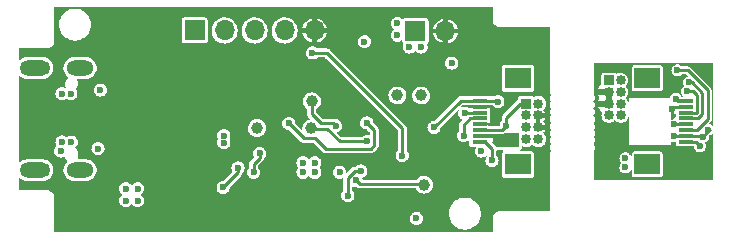
<source format=gbl>
G04 #@! TF.GenerationSoftware,KiCad,Pcbnew,(6.0.1)*
G04 #@! TF.CreationDate,2023-03-18T21:45:00+01:00*
G04 #@! TF.ProjectId,usb-magnetometer,7573622d-6d61-4676-9e65-746f6d657465,rev?*
G04 #@! TF.SameCoordinates,Original*
G04 #@! TF.FileFunction,Copper,L4,Bot*
G04 #@! TF.FilePolarity,Positive*
%FSLAX46Y46*%
G04 Gerber Fmt 4.6, Leading zero omitted, Abs format (unit mm)*
G04 Created by KiCad (PCBNEW (6.0.1)) date 2023-03-18 21:45:00*
%MOMM*%
%LPD*%
G01*
G04 APERTURE LIST*
G04 #@! TA.AperFunction,ComponentPad*
%ADD10O,2.600000X1.300000*%
G04 #@! TD*
G04 #@! TA.AperFunction,ComponentPad*
%ADD11O,2.300000X1.300000*%
G04 #@! TD*
G04 #@! TA.AperFunction,ComponentPad*
%ADD12R,0.850000X0.850000*%
G04 #@! TD*
G04 #@! TA.AperFunction,ComponentPad*
%ADD13O,0.850000X0.850000*%
G04 #@! TD*
G04 #@! TA.AperFunction,ComponentPad*
%ADD14R,1.700000X1.700000*%
G04 #@! TD*
G04 #@! TA.AperFunction,ComponentPad*
%ADD15O,1.700000X1.700000*%
G04 #@! TD*
G04 #@! TA.AperFunction,SMDPad,CuDef*
%ADD16C,1.000000*%
G04 #@! TD*
G04 #@! TA.AperFunction,SMDPad,CuDef*
%ADD17R,1.300000X0.300000*%
G04 #@! TD*
G04 #@! TA.AperFunction,SMDPad,CuDef*
%ADD18R,2.200000X1.800000*%
G04 #@! TD*
G04 #@! TA.AperFunction,ViaPad*
%ADD19C,0.600000*%
G04 #@! TD*
G04 #@! TA.AperFunction,Conductor*
%ADD20C,0.250000*%
G04 #@! TD*
G04 APERTURE END LIST*
D10*
X49800000Y-147420000D03*
D11*
X53625000Y-147420000D03*
D10*
X49800000Y-138780000D03*
D11*
X53625000Y-138780000D03*
D12*
X98400000Y-139800000D03*
D13*
X99400000Y-139800000D03*
X98400000Y-140800000D03*
X99400000Y-140800000D03*
X98400000Y-141800000D03*
X99400000Y-141800000D03*
X98400000Y-142800000D03*
X99400000Y-142800000D03*
D12*
X91400000Y-141800000D03*
D13*
X92400000Y-141800000D03*
X91400000Y-142800000D03*
X92400000Y-142800000D03*
X91400000Y-143800000D03*
X92400000Y-143800000D03*
X91400000Y-144800000D03*
X92400000Y-144800000D03*
D14*
X63325000Y-135600000D03*
D15*
X65865000Y-135600000D03*
X68405000Y-135600000D03*
X70945000Y-135600000D03*
X73485000Y-135600000D03*
D14*
X82025000Y-135650000D03*
D15*
X84565000Y-135650000D03*
D16*
X68600000Y-143850000D03*
X82500000Y-141100000D03*
X73200000Y-143900000D03*
X82750000Y-148650000D03*
D17*
X104900000Y-145050000D03*
X104900000Y-144550000D03*
X104900000Y-144050000D03*
X104900000Y-143550000D03*
X104900000Y-143050000D03*
X104900000Y-142550000D03*
X104900000Y-142050000D03*
X104900000Y-141550000D03*
D18*
X101650000Y-146950000D03*
X101650000Y-139650000D03*
D16*
X73250000Y-141600000D03*
X80500000Y-141100000D03*
D17*
X87450000Y-141550000D03*
X87450000Y-142050000D03*
X87450000Y-142550000D03*
X87450000Y-143050000D03*
X87450000Y-143550000D03*
X87450000Y-144050000D03*
X87450000Y-144550000D03*
X87450000Y-145050000D03*
D18*
X90700000Y-139650000D03*
X90700000Y-146950000D03*
D19*
X62000000Y-142000000D03*
X89500000Y-150500000D03*
X69850000Y-140850000D03*
X86000000Y-136000000D03*
X58050000Y-152300000D03*
X88000000Y-136000000D03*
X71850000Y-140850000D03*
X76000000Y-136000000D03*
X68000000Y-134000000D03*
X60050000Y-152300000D03*
X86000000Y-134000000D03*
X72000000Y-134000000D03*
X82000000Y-134000000D03*
X56000000Y-136000000D03*
X78050000Y-152300000D03*
X57100000Y-142450000D03*
X88050000Y-152300000D03*
X74000000Y-134000000D03*
X64000000Y-142000000D03*
X50000000Y-148800000D03*
X56050000Y-152300000D03*
X60000000Y-138000000D03*
X86400000Y-146700000D03*
X60000000Y-136000000D03*
X73650000Y-145800000D03*
X78000000Y-134000000D03*
X58000000Y-139500000D03*
X56750000Y-139500000D03*
X90000000Y-138000000D03*
X88000000Y-134000000D03*
X50000000Y-146000000D03*
X52050000Y-152300000D03*
X54050000Y-152300000D03*
X83000000Y-145000000D03*
X80000000Y-134000000D03*
X75650000Y-150400000D03*
X62050000Y-152300000D03*
X51800000Y-134000000D03*
X73750000Y-150400000D03*
X52150000Y-142200000D03*
X67800000Y-144850000D03*
X66000000Y-134000000D03*
X72050000Y-142300000D03*
X74050000Y-152300000D03*
X88000000Y-138000000D03*
X60100000Y-145300000D03*
X82000000Y-143000000D03*
X56000000Y-134000000D03*
X81200000Y-151500000D03*
X80050000Y-152300000D03*
X58000000Y-136000000D03*
X56750000Y-147500000D03*
X50000000Y-143100000D03*
X64000000Y-134000000D03*
X72050000Y-152300000D03*
X63350000Y-144700000D03*
X57050000Y-144600000D03*
X79400000Y-144200000D03*
X64000000Y-138000000D03*
X64000000Y-151000000D03*
X69950000Y-150400000D03*
X76000000Y-134000000D03*
X86400000Y-138350000D03*
X66050000Y-152300000D03*
X58000000Y-138000000D03*
X76050000Y-152300000D03*
X62000000Y-138000000D03*
X70000000Y-134000000D03*
X84000000Y-137000000D03*
X59999015Y-150990920D03*
X51800000Y-136700000D03*
X67050000Y-141850000D03*
X91500000Y-150500000D03*
X82050000Y-152300000D03*
X60000000Y-134000000D03*
X72500000Y-145900000D03*
X64000000Y-140000000D03*
X86000000Y-135000000D03*
X70050000Y-152300000D03*
X84050000Y-152300000D03*
X71800000Y-150400000D03*
X77950000Y-150400000D03*
X52100000Y-143850000D03*
X59100000Y-140850000D03*
X50000000Y-140000000D03*
X90000000Y-136000000D03*
X52000000Y-149000000D03*
X58000000Y-134000000D03*
X91500000Y-148500000D03*
X78600000Y-136550000D03*
X62000000Y-134000000D03*
X85000000Y-137000000D03*
X67500000Y-148400000D03*
X50000000Y-137600000D03*
X52000000Y-151000000D03*
X56000000Y-151000000D03*
X64050000Y-152300000D03*
X68050000Y-152300000D03*
X62000000Y-140000000D03*
X84000000Y-134000000D03*
X72500000Y-147600000D03*
X80500000Y-136000000D03*
X65800000Y-145100000D03*
X75600000Y-147600000D03*
X82100000Y-151500000D03*
X80500000Y-135000000D03*
X77700000Y-136550000D03*
X72500000Y-146800000D03*
X81500000Y-137000000D03*
X90300000Y-145100000D03*
X89300000Y-145100000D03*
X85100000Y-138350000D03*
X87600000Y-145800000D03*
X73500000Y-147600000D03*
X82500000Y-137000000D03*
X65800000Y-144500000D03*
X73500000Y-146800000D03*
X80900000Y-146200000D03*
X73300000Y-137500000D03*
X77000000Y-148300000D03*
X82723608Y-148664079D03*
X73200000Y-143925500D03*
X77900000Y-145000000D03*
X71303844Y-143475500D03*
X77908496Y-143430056D03*
X68824500Y-146000000D03*
X77400000Y-147500000D03*
X76300000Y-149582000D03*
X68324500Y-147600000D03*
X67000000Y-147250000D03*
X75264896Y-143674500D03*
X65737398Y-148890826D03*
X73250000Y-141600000D03*
X68600000Y-143850000D03*
X89000000Y-141624500D03*
X83600000Y-143800000D03*
X86200000Y-142600000D03*
X86100000Y-144500000D03*
X89700000Y-143700000D03*
X88500000Y-146600000D03*
X80500000Y-141100000D03*
X82500000Y-141100000D03*
X52100000Y-140950000D03*
X52850000Y-140950000D03*
X55350000Y-140650000D03*
X57500000Y-149000000D03*
X58500000Y-150000000D03*
X57500000Y-150000000D03*
X52100000Y-145050000D03*
X55150000Y-145600000D03*
X52874080Y-145052617D03*
X52000000Y-145800000D03*
X58500000Y-149000000D03*
X104200000Y-138976469D03*
X106100000Y-145400000D03*
X104082745Y-141379547D03*
X105194950Y-139986245D03*
X104992998Y-140759821D03*
X99800000Y-146400000D03*
X106400000Y-144600000D03*
X99800000Y-147200000D03*
X106800000Y-144000000D03*
X103893596Y-144550030D03*
X104100000Y-147600000D03*
X103893584Y-143550044D03*
X103772649Y-142252902D03*
X98100000Y-147600000D03*
X98100000Y-145600000D03*
X105100000Y-146500000D03*
X106100000Y-147600000D03*
X106500000Y-139000000D03*
D20*
X74500000Y-137500000D02*
X73300000Y-137500000D01*
X80900000Y-143900000D02*
X74500000Y-137500000D01*
X80900000Y-146200000D02*
X80900000Y-143900000D01*
X82659529Y-148600000D02*
X77300000Y-148600000D01*
X77300000Y-148600000D02*
X77000000Y-148300000D01*
X82723608Y-148664079D02*
X82659529Y-148600000D01*
X77900000Y-145000000D02*
X75600000Y-145000000D01*
X75600000Y-145000000D02*
X74525500Y-143925500D01*
X74525500Y-143925500D02*
X73200000Y-143925500D01*
X74441525Y-145624511D02*
X73541525Y-144724511D01*
X78524511Y-145325489D02*
X78225489Y-145624511D01*
X72552855Y-144724511D02*
X73541525Y-144724511D01*
X77908496Y-143430056D02*
X78524511Y-144046071D01*
X78225489Y-145624511D02*
X74441525Y-145624511D01*
X78524511Y-144046071D02*
X78524511Y-145325489D01*
X71303844Y-143475500D02*
X72552855Y-144724511D01*
X68324500Y-147600000D02*
X68324500Y-146875500D01*
X68824500Y-146375500D02*
X68824500Y-146000000D01*
X77400000Y-147500000D02*
X76916807Y-147500000D01*
X76300000Y-148116807D02*
X76300000Y-149582000D01*
X68324500Y-146875500D02*
X68824500Y-146375500D01*
X76916807Y-147500000D02*
X76300000Y-148116807D01*
X75264896Y-143674500D02*
X75066376Y-143475980D01*
X67000000Y-147250000D02*
X67000000Y-147600000D01*
X65737398Y-148862602D02*
X65737398Y-148890826D01*
X74025980Y-143475980D02*
X73250000Y-142700000D01*
X73250000Y-142700000D02*
X73250000Y-141600000D01*
X67000000Y-147600000D02*
X65737398Y-148862602D01*
X75066376Y-143475980D02*
X74025980Y-143475980D01*
X85850000Y-141550000D02*
X83600000Y-143800000D01*
X88925500Y-141550000D02*
X87450000Y-141550000D01*
X87450000Y-141550000D02*
X85850000Y-141550000D01*
X89000000Y-141624500D02*
X88925500Y-141550000D01*
X86250000Y-142550000D02*
X87450000Y-142550000D01*
X86200000Y-142600000D02*
X86250000Y-142550000D01*
X86100000Y-143583193D02*
X86100000Y-144500000D01*
X87450000Y-143050000D02*
X86633193Y-143050000D01*
X86633193Y-143050000D02*
X86100000Y-143583193D01*
X90900000Y-141800000D02*
X89700000Y-143000000D01*
X89700000Y-143000000D02*
X89700000Y-143700000D01*
X89350000Y-144050000D02*
X87450000Y-144050000D01*
X91400000Y-141800000D02*
X90900000Y-141800000D01*
X89700000Y-143700000D02*
X89350000Y-144050000D01*
X88500000Y-146000000D02*
X88500000Y-146600000D01*
X87450000Y-145050000D02*
X87950000Y-145050000D01*
X88500000Y-145600000D02*
X88500000Y-146000000D01*
X87950000Y-145050000D02*
X88500000Y-145600000D01*
X106773551Y-143125471D02*
X106773551Y-140673551D01*
X105849022Y-144050000D02*
X106773551Y-143125471D01*
X106773551Y-140673551D02*
X105076469Y-138976469D01*
X104900000Y-144050000D02*
X105849022Y-144050000D01*
X105076469Y-138976469D02*
X104200000Y-138976469D01*
X106100000Y-145400000D02*
X105750000Y-145050000D01*
X105750000Y-145050000D02*
X104900000Y-145050000D01*
X104900000Y-141550000D02*
X104253198Y-141550000D01*
X104253198Y-141550000D02*
X104082745Y-141379547D01*
X105436245Y-139986245D02*
X105194950Y-139986245D01*
X106324031Y-142710709D02*
X106324031Y-140874031D01*
X104900000Y-143050000D02*
X105984740Y-143050000D01*
X105984740Y-143050000D02*
X106324031Y-142710709D01*
X106324031Y-140874031D02*
X105436245Y-139986245D01*
X105849022Y-142550000D02*
X105874511Y-142524511D01*
X105558843Y-140759821D02*
X104992998Y-140759821D01*
X105874511Y-141075489D02*
X105558843Y-140759821D01*
X105874511Y-142524511D02*
X105874511Y-141075489D01*
X104900000Y-142550000D02*
X105849022Y-142550000D01*
X104900000Y-144550000D02*
X103893626Y-144550000D01*
X103893626Y-144550000D02*
X103893596Y-144550030D01*
X104900000Y-144550000D02*
X106350000Y-144550000D01*
X106400000Y-144550500D02*
X106950500Y-144000000D01*
X106350000Y-144550000D02*
X106400000Y-144600000D01*
X106400000Y-144600000D02*
X106400000Y-144550500D01*
X103772649Y-142252902D02*
X103975551Y-142050000D01*
X103893628Y-143550000D02*
X103893584Y-143550044D01*
X104900000Y-143550000D02*
X103893628Y-143550000D01*
X103975551Y-142050000D02*
X104900000Y-142050000D01*
G04 #@! TA.AperFunction,Conductor*
G36*
X107176262Y-138350603D02*
G01*
X107200001Y-138354363D01*
X107199921Y-138354870D01*
X107231888Y-138368112D01*
X107245130Y-138400079D01*
X107245637Y-138399999D01*
X107246240Y-138403806D01*
X107249397Y-138423738D01*
X107250000Y-138431404D01*
X107250000Y-143623511D01*
X107235648Y-143658159D01*
X107201000Y-143672511D01*
X107163879Y-143655496D01*
X107134680Y-143621609D01*
X107132400Y-143618963D01*
X107012095Y-143540985D01*
X107008754Y-143539986D01*
X107008750Y-143539984D01*
X106941638Y-143519914D01*
X106912554Y-143496236D01*
X106908731Y-143458929D01*
X106921029Y-143438320D01*
X106992153Y-143367196D01*
X106995304Y-143364308D01*
X107018848Y-143344552D01*
X107026745Y-143337926D01*
X107037431Y-143319417D01*
X107047267Y-143302381D01*
X107049563Y-143298778D01*
X107070643Y-143268670D01*
X107070643Y-143268669D01*
X107073104Y-143265155D01*
X107075198Y-143257340D01*
X107080091Y-143245528D01*
X107084139Y-143238516D01*
X107091268Y-143198084D01*
X107092193Y-143193913D01*
X107101705Y-143158417D01*
X107101705Y-143158416D01*
X107102814Y-143154278D01*
X107099237Y-143113391D01*
X107099051Y-143109121D01*
X107099051Y-140689899D01*
X107099237Y-140685628D01*
X107102441Y-140649011D01*
X107102441Y-140649009D01*
X107102814Y-140644744D01*
X107092192Y-140605104D01*
X107091267Y-140600934D01*
X107084883Y-140564725D01*
X107084883Y-140564724D01*
X107084139Y-140560506D01*
X107080091Y-140553494D01*
X107075198Y-140541682D01*
X107073104Y-140533867D01*
X107070643Y-140530352D01*
X107049563Y-140500244D01*
X107047267Y-140496641D01*
X107028888Y-140464808D01*
X107026745Y-140461096D01*
X106995301Y-140434711D01*
X106992151Y-140431824D01*
X105318199Y-138757873D01*
X105315311Y-138754721D01*
X105291683Y-138726562D01*
X105291680Y-138726559D01*
X105288924Y-138723275D01*
X105253377Y-138702753D01*
X105249772Y-138700456D01*
X105216153Y-138676915D01*
X105208333Y-138674820D01*
X105196521Y-138669926D01*
X105193231Y-138668027D01*
X105189514Y-138665881D01*
X105185291Y-138665136D01*
X105185290Y-138665136D01*
X105165901Y-138661718D01*
X105149092Y-138658754D01*
X105144927Y-138657830D01*
X105119323Y-138650969D01*
X105109415Y-138648314D01*
X105109414Y-138648314D01*
X105105276Y-138647205D01*
X105101011Y-138647578D01*
X105101009Y-138647578D01*
X105064381Y-138650783D01*
X105060110Y-138650969D01*
X104602714Y-138650969D01*
X104565593Y-138633954D01*
X104534680Y-138598078D01*
X104532400Y-138595432D01*
X104412095Y-138517454D01*
X104274739Y-138476376D01*
X104203681Y-138475942D01*
X104134868Y-138475521D01*
X104134866Y-138475521D01*
X104131376Y-138475500D01*
X104128021Y-138476459D01*
X104128020Y-138476459D01*
X103996884Y-138513938D01*
X103993529Y-138514897D01*
X103872280Y-138591399D01*
X103777377Y-138698857D01*
X103775894Y-138702015D01*
X103775893Y-138702017D01*
X103750380Y-138756357D01*
X103716447Y-138828632D01*
X103715911Y-138832077D01*
X103694927Y-138966846D01*
X103694927Y-138966850D01*
X103694391Y-138970292D01*
X103712980Y-139112448D01*
X103770720Y-139243672D01*
X103772966Y-139246344D01*
X103831788Y-139316321D01*
X103862970Y-139353417D01*
X103982313Y-139432859D01*
X104119157Y-139475611D01*
X104122647Y-139475675D01*
X104142558Y-139476040D01*
X104262499Y-139478239D01*
X104400817Y-139440529D01*
X104403788Y-139438705D01*
X104403790Y-139438704D01*
X104520017Y-139367340D01*
X104522991Y-139365514D01*
X104530099Y-139357662D01*
X104565921Y-139318086D01*
X104602249Y-139301969D01*
X104921347Y-139301969D01*
X104955995Y-139316321D01*
X105066376Y-139426702D01*
X105080728Y-139461350D01*
X105066376Y-139495998D01*
X105045193Y-139508464D01*
X104988479Y-139524673D01*
X104867230Y-139601175D01*
X104772327Y-139708633D01*
X104711397Y-139838408D01*
X104710861Y-139841853D01*
X104689877Y-139976622D01*
X104689877Y-139976626D01*
X104689341Y-139980068D01*
X104707930Y-140122224D01*
X104765670Y-140253448D01*
X104766399Y-140254315D01*
X104772382Y-140290452D01*
X104750804Y-140320788D01*
X104725489Y-140336761D01*
X104665278Y-140374751D01*
X104570375Y-140482209D01*
X104568892Y-140485367D01*
X104568891Y-140485369D01*
X104546121Y-140533867D01*
X104509445Y-140611984D01*
X104504003Y-140646938D01*
X104487925Y-140750198D01*
X104487925Y-140750202D01*
X104487389Y-140753644D01*
X104487841Y-140757101D01*
X104487841Y-140757104D01*
X104503851Y-140879537D01*
X104505978Y-140895800D01*
X104507384Y-140898995D01*
X104561075Y-141021018D01*
X104561709Y-141050072D01*
X104574482Y-141049637D01*
X104594791Y-141063990D01*
X104641007Y-141118971D01*
X104652315Y-141154728D01*
X104635027Y-141188009D01*
X104603498Y-141199500D01*
X104582280Y-141199500D01*
X104547632Y-141185148D01*
X104537674Y-141170781D01*
X104512676Y-141115800D01*
X104511666Y-141086133D01*
X104498465Y-141086421D01*
X104479104Y-141072738D01*
X104465419Y-141056855D01*
X104415145Y-140998510D01*
X104294840Y-140920532D01*
X104157484Y-140879454D01*
X104086426Y-140879020D01*
X104017613Y-140878599D01*
X104017611Y-140878599D01*
X104014121Y-140878578D01*
X104010766Y-140879537D01*
X104010765Y-140879537D01*
X103879629Y-140917016D01*
X103876274Y-140917975D01*
X103755025Y-140994477D01*
X103660122Y-141101935D01*
X103658639Y-141105093D01*
X103658638Y-141105095D01*
X103608579Y-141211716D01*
X103599192Y-141231710D01*
X103598656Y-141235155D01*
X103598655Y-141235157D01*
X103595015Y-141258538D01*
X103575504Y-141290566D01*
X103546598Y-141300000D01*
X100100000Y-141300000D01*
X100100000Y-141614536D01*
X100085648Y-141649184D01*
X100051000Y-141663536D01*
X100016352Y-141649184D01*
X100005163Y-141631856D01*
X99959437Y-141510845D01*
X99959436Y-141510844D01*
X99958392Y-141508080D01*
X99898451Y-141420866D01*
X99874315Y-141385748D01*
X99872640Y-141383311D01*
X99870435Y-141381347D01*
X99870432Y-141381343D01*
X99820393Y-141336761D01*
X99804070Y-141302997D01*
X99816404Y-141267580D01*
X99821159Y-141262923D01*
X99857704Y-141231710D01*
X99861568Y-141228410D01*
X99861569Y-141228409D01*
X99863810Y-141226495D01*
X99905847Y-141167996D01*
X99950431Y-141105951D01*
X99950432Y-141105949D01*
X99952156Y-141103550D01*
X100008624Y-140963080D01*
X100029956Y-140813196D01*
X100030094Y-140800000D01*
X100011906Y-140649701D01*
X99997654Y-140611984D01*
X99981694Y-140569748D01*
X100349500Y-140569748D01*
X100361133Y-140628231D01*
X100405448Y-140694552D01*
X100471769Y-140738867D01*
X100530252Y-140750500D01*
X102769748Y-140750500D01*
X102828231Y-140738867D01*
X102894552Y-140694552D01*
X102938867Y-140628231D01*
X102950500Y-140569748D01*
X102950500Y-138730252D01*
X102938867Y-138671769D01*
X102929553Y-138657829D01*
X102897232Y-138609459D01*
X102894552Y-138605448D01*
X102828231Y-138561133D01*
X102769748Y-138549500D01*
X100530252Y-138549500D01*
X100471769Y-138561133D01*
X100405448Y-138605448D01*
X100402768Y-138609459D01*
X100370448Y-138657829D01*
X100361133Y-138671769D01*
X100349500Y-138730252D01*
X100349500Y-140569748D01*
X99981694Y-140569748D01*
X99959437Y-140510845D01*
X99959436Y-140510844D01*
X99958392Y-140508080D01*
X99872640Y-140383311D01*
X99870435Y-140381347D01*
X99870432Y-140381343D01*
X99820393Y-140336761D01*
X99804070Y-140302997D01*
X99816404Y-140267580D01*
X99821159Y-140262923D01*
X99863810Y-140226495D01*
X99905847Y-140167996D01*
X99950431Y-140105951D01*
X99950432Y-140105949D01*
X99952156Y-140103550D01*
X100008624Y-139963080D01*
X100029956Y-139813196D01*
X100030094Y-139800000D01*
X100011906Y-139649701D01*
X99958392Y-139508080D01*
X99872640Y-139383311D01*
X99870435Y-139381346D01*
X99870432Y-139381343D01*
X99761811Y-139284566D01*
X99761810Y-139284565D01*
X99759603Y-139282599D01*
X99691129Y-139246344D01*
X99628418Y-139213140D01*
X99628415Y-139213139D01*
X99625805Y-139211757D01*
X99478972Y-139174874D01*
X99401615Y-139174469D01*
X99330532Y-139174097D01*
X99330528Y-139174097D01*
X99327579Y-139174082D01*
X99324710Y-139174771D01*
X99324708Y-139174771D01*
X99183241Y-139208734D01*
X99180367Y-139209424D01*
X99120205Y-139240476D01*
X99052064Y-139275646D01*
X99014692Y-139278784D01*
X98988849Y-139259328D01*
X98969552Y-139230448D01*
X98903231Y-139186133D01*
X98844748Y-139174500D01*
X97955252Y-139174500D01*
X97896769Y-139186133D01*
X97830448Y-139230448D01*
X97786133Y-139296769D01*
X97774500Y-139355252D01*
X97774500Y-140081533D01*
X97761914Y-140114320D01*
X97642753Y-140246662D01*
X97639743Y-140250806D01*
X97544252Y-140416198D01*
X97542174Y-140420866D01*
X97504528Y-140536730D01*
X97505113Y-140544167D01*
X97507259Y-140546000D01*
X98605000Y-140546000D01*
X98639648Y-140560352D01*
X98654000Y-140595000D01*
X98654000Y-142005000D01*
X98639648Y-142039648D01*
X98605000Y-142054000D01*
X97511263Y-142054000D01*
X97504371Y-142056855D01*
X97503291Y-142059462D01*
X97542174Y-142179134D01*
X97544252Y-142183802D01*
X97639743Y-142349194D01*
X97642753Y-142353338D01*
X97770540Y-142495260D01*
X97774346Y-142498687D01*
X97799666Y-142517084D01*
X97819261Y-142549060D01*
X97816517Y-142574524D01*
X97792608Y-142635848D01*
X97789702Y-142643302D01*
X97769941Y-142793402D01*
X97786554Y-142943883D01*
X97838582Y-143086057D01*
X97840227Y-143088505D01*
X97912067Y-143195413D01*
X97923022Y-143211716D01*
X97925201Y-143213698D01*
X97925202Y-143213700D01*
X97937955Y-143225304D01*
X98034998Y-143313607D01*
X98037591Y-143315015D01*
X98037594Y-143315017D01*
X98091991Y-143344552D01*
X98168047Y-143385847D01*
X98314486Y-143424264D01*
X98398646Y-143425586D01*
X98462912Y-143426596D01*
X98462915Y-143426596D01*
X98465863Y-143426642D01*
X98468740Y-143425983D01*
X98468741Y-143425983D01*
X98610556Y-143393503D01*
X98610557Y-143393503D01*
X98613437Y-143392843D01*
X98616076Y-143391516D01*
X98616078Y-143391515D01*
X98746045Y-143326149D01*
X98746046Y-143326148D01*
X98748689Y-143324819D01*
X98750934Y-143322902D01*
X98750938Y-143322899D01*
X98861564Y-143228414D01*
X98861568Y-143228410D01*
X98863810Y-143226495D01*
X98865127Y-143224663D01*
X98898945Y-143208966D01*
X98933973Y-143221681D01*
X99034998Y-143313607D01*
X99037591Y-143315015D01*
X99037594Y-143315017D01*
X99091991Y-143344552D01*
X99168047Y-143385847D01*
X99314486Y-143424264D01*
X99398646Y-143425586D01*
X99462912Y-143426596D01*
X99462915Y-143426596D01*
X99465863Y-143426642D01*
X99468740Y-143425983D01*
X99468741Y-143425983D01*
X99610556Y-143393503D01*
X99610557Y-143393503D01*
X99613437Y-143392843D01*
X99616076Y-143391516D01*
X99616078Y-143391515D01*
X99746045Y-143326149D01*
X99746046Y-143326148D01*
X99748689Y-143324819D01*
X99750934Y-143322902D01*
X99750938Y-143322899D01*
X99861568Y-143228410D01*
X99861569Y-143228409D01*
X99863810Y-143226495D01*
X99915704Y-143154278D01*
X99950431Y-143105951D01*
X99950432Y-143105949D01*
X99952156Y-143103550D01*
X99998189Y-142989038D01*
X100005536Y-142970762D01*
X100031775Y-142943967D01*
X100069276Y-142943574D01*
X100096071Y-142969813D01*
X100100000Y-142989038D01*
X100100000Y-145300000D01*
X103700000Y-145300000D01*
X103700000Y-145080590D01*
X103714352Y-145045942D01*
X103749000Y-145031590D01*
X103763612Y-145033820D01*
X103809415Y-145048130D01*
X103809421Y-145048131D01*
X103812753Y-145049172D01*
X103816243Y-145049236D01*
X103836154Y-145049601D01*
X103956095Y-145051800D01*
X103965500Y-145049236D01*
X103987612Y-145043208D01*
X104024815Y-145047942D01*
X104047775Y-145077595D01*
X104049500Y-145090483D01*
X104049500Y-145219748D01*
X104061133Y-145278231D01*
X104105448Y-145344552D01*
X104171769Y-145388867D01*
X104230252Y-145400500D01*
X105552255Y-145400500D01*
X105586903Y-145414852D01*
X105600841Y-145443146D01*
X105612980Y-145535979D01*
X105670720Y-145667203D01*
X105672966Y-145669875D01*
X105759870Y-145773260D01*
X105762970Y-145776948D01*
X105882313Y-145856390D01*
X105885645Y-145857431D01*
X105906864Y-145864060D01*
X106019157Y-145899142D01*
X106022647Y-145899206D01*
X106042558Y-145899571D01*
X106162499Y-145901770D01*
X106300817Y-145864060D01*
X106303788Y-145862236D01*
X106303790Y-145862235D01*
X106420018Y-145790871D01*
X106420021Y-145790869D01*
X106422991Y-145789045D01*
X106432188Y-145778885D01*
X106516855Y-145685345D01*
X106516856Y-145685344D01*
X106519200Y-145682754D01*
X106526735Y-145667203D01*
X106580189Y-145556872D01*
X106581710Y-145553733D01*
X106584160Y-145539174D01*
X106605183Y-145414216D01*
X106605183Y-145414213D01*
X106605496Y-145412354D01*
X106605647Y-145400000D01*
X106585323Y-145258082D01*
X106532375Y-145141628D01*
X106531099Y-145104148D01*
X106556700Y-145076742D01*
X106564092Y-145074074D01*
X106597447Y-145064980D01*
X106597455Y-145064977D01*
X106600817Y-145064060D01*
X106603788Y-145062236D01*
X106603790Y-145062235D01*
X106720018Y-144990871D01*
X106720021Y-144990869D01*
X106722991Y-144989045D01*
X106758333Y-144950000D01*
X106816855Y-144885345D01*
X106816856Y-144885344D01*
X106819200Y-144882754D01*
X106881710Y-144753733D01*
X106896624Y-144665092D01*
X106905183Y-144614216D01*
X106905183Y-144614213D01*
X106905496Y-144612354D01*
X106905647Y-144600000D01*
X106900685Y-144565352D01*
X106897244Y-144541319D01*
X106906539Y-144504986D01*
X106911101Y-144499725D01*
X106917303Y-144493523D01*
X106939063Y-144480896D01*
X106997448Y-144464979D01*
X106997451Y-144464978D01*
X107000817Y-144464060D01*
X107058345Y-144428738D01*
X107120018Y-144390871D01*
X107120021Y-144390869D01*
X107122991Y-144389045D01*
X107164672Y-144342996D01*
X107198563Y-144326939D01*
X107233882Y-144339550D01*
X107250000Y-144375878D01*
X107250000Y-148168596D01*
X107249397Y-148176262D01*
X107245637Y-148200001D01*
X107245130Y-148199921D01*
X107231888Y-148231888D01*
X107199921Y-148245130D01*
X107200001Y-148245637D01*
X107196194Y-148246240D01*
X107176262Y-148249397D01*
X107168596Y-148250000D01*
X97231404Y-148250000D01*
X97223738Y-148249397D01*
X97203806Y-148246240D01*
X97199999Y-148245637D01*
X97200079Y-148245130D01*
X97168112Y-148231888D01*
X97154870Y-148199921D01*
X97154363Y-148200001D01*
X97154028Y-148197888D01*
X97150603Y-148176262D01*
X97150000Y-148168596D01*
X97150000Y-147193823D01*
X99294391Y-147193823D01*
X99294843Y-147197280D01*
X99294843Y-147197283D01*
X99296814Y-147212354D01*
X99312980Y-147335979D01*
X99370720Y-147467203D01*
X99462970Y-147576948D01*
X99582313Y-147656390D01*
X99719157Y-147699142D01*
X99722647Y-147699206D01*
X99742558Y-147699571D01*
X99862499Y-147701770D01*
X100000817Y-147664060D01*
X100003788Y-147662236D01*
X100003790Y-147662235D01*
X100120018Y-147590871D01*
X100120021Y-147590869D01*
X100122991Y-147589045D01*
X100132188Y-147578885D01*
X100216855Y-147485345D01*
X100216856Y-147485344D01*
X100219200Y-147482754D01*
X100226735Y-147467203D01*
X100256403Y-147405967D01*
X100284426Y-147381044D01*
X100321865Y-147383235D01*
X100346788Y-147411258D01*
X100349500Y-147427332D01*
X100349500Y-147869748D01*
X100361133Y-147928231D01*
X100405448Y-147994552D01*
X100471769Y-148038867D01*
X100530252Y-148050500D01*
X102769748Y-148050500D01*
X102828231Y-148038867D01*
X102894552Y-147994552D01*
X102938867Y-147928231D01*
X102950500Y-147869748D01*
X102950500Y-146030252D01*
X102938867Y-145971769D01*
X102894552Y-145905448D01*
X102833984Y-145864977D01*
X102832245Y-145863815D01*
X102828231Y-145861133D01*
X102769748Y-145849500D01*
X100530252Y-145849500D01*
X100471769Y-145861133D01*
X100467755Y-145863815D01*
X100466016Y-145864977D01*
X100405448Y-145905448D01*
X100361133Y-145971769D01*
X100349500Y-146030252D01*
X100349500Y-146173075D01*
X100335148Y-146207723D01*
X100300500Y-146222075D01*
X100265852Y-146207723D01*
X100255894Y-146193356D01*
X100246673Y-146173075D01*
X100225984Y-146127572D01*
X100219261Y-146119769D01*
X100134680Y-146021609D01*
X100132400Y-146018963D01*
X100012095Y-145940985D01*
X99874739Y-145899907D01*
X99803681Y-145899473D01*
X99734868Y-145899052D01*
X99734866Y-145899052D01*
X99731376Y-145899031D01*
X99728021Y-145899990D01*
X99728020Y-145899990D01*
X99708923Y-145905448D01*
X99593529Y-145938428D01*
X99472280Y-146014930D01*
X99377377Y-146122388D01*
X99316447Y-146252163D01*
X99307708Y-146308289D01*
X99294927Y-146390377D01*
X99294927Y-146390381D01*
X99294391Y-146393823D01*
X99294843Y-146397280D01*
X99294843Y-146397283D01*
X99312527Y-146532517D01*
X99312980Y-146535979D01*
X99370720Y-146667203D01*
X99372966Y-146669875D01*
X99456701Y-146769490D01*
X99468009Y-146805247D01*
X99455919Y-146833455D01*
X99377377Y-146922388D01*
X99316447Y-147052163D01*
X99307222Y-147111415D01*
X99294927Y-147190377D01*
X99294927Y-147190381D01*
X99294391Y-147193823D01*
X97150000Y-147193823D01*
X97150000Y-146131405D01*
X97150603Y-146123739D01*
X97153164Y-146107571D01*
X97154363Y-146100000D01*
X97154726Y-146100000D01*
X97149569Y-146027886D01*
X97135973Y-145837790D01*
X97135973Y-145837787D01*
X97135848Y-145836045D01*
X97125061Y-145786457D01*
X97122190Y-145773260D01*
X97129382Y-145739020D01*
X97128050Y-145738342D01*
X97155053Y-145685345D01*
X97185646Y-145625304D01*
X97196485Y-145556872D01*
X97204889Y-145503807D01*
X97205492Y-145500000D01*
X97201941Y-145477582D01*
X97186249Y-145378502D01*
X97186249Y-145378501D01*
X97185646Y-145374696D01*
X97138540Y-145282245D01*
X97129800Y-145265092D01*
X97129799Y-145265091D01*
X97128050Y-145261658D01*
X97101040Y-145234648D01*
X97086688Y-145200000D01*
X97101040Y-145165352D01*
X97128050Y-145138342D01*
X97152436Y-145090483D01*
X97166829Y-145062235D01*
X97185646Y-145025304D01*
X97205492Y-144900000D01*
X97185646Y-144774696D01*
X97128050Y-144661658D01*
X97101040Y-144634648D01*
X97086688Y-144600000D01*
X97101040Y-144565352D01*
X97128050Y-144538342D01*
X97147727Y-144499725D01*
X97183896Y-144428738D01*
X97185646Y-144425304D01*
X97187614Y-144412882D01*
X97204889Y-144303807D01*
X97205492Y-144300000D01*
X97185646Y-144174696D01*
X97128050Y-144061658D01*
X97101040Y-144034648D01*
X97086688Y-144000000D01*
X97101040Y-143965352D01*
X97128050Y-143938342D01*
X97130636Y-143933268D01*
X97183896Y-143828738D01*
X97185646Y-143825304D01*
X97205492Y-143700000D01*
X97198443Y-143655496D01*
X97186249Y-143578502D01*
X97186249Y-143578501D01*
X97185646Y-143574696D01*
X97147492Y-143499814D01*
X97129800Y-143465092D01*
X97129799Y-143465091D01*
X97128050Y-143461658D01*
X97101040Y-143434648D01*
X97086688Y-143400000D01*
X97101040Y-143365352D01*
X97128050Y-143338342D01*
X97130154Y-143334214D01*
X97183896Y-143228738D01*
X97185646Y-143225304D01*
X97197456Y-143150741D01*
X97204889Y-143103807D01*
X97205492Y-143100000D01*
X97195972Y-143039890D01*
X97186249Y-142978502D01*
X97186249Y-142978501D01*
X97185646Y-142974696D01*
X97128050Y-142861658D01*
X97101040Y-142834648D01*
X97086688Y-142800000D01*
X97101040Y-142765352D01*
X97128050Y-142738342D01*
X97185646Y-142625304D01*
X97187352Y-142614536D01*
X97204889Y-142503807D01*
X97205492Y-142500000D01*
X97197647Y-142450469D01*
X97186249Y-142378502D01*
X97186249Y-142378501D01*
X97185646Y-142374696D01*
X97138720Y-142282599D01*
X97129800Y-142265092D01*
X97129799Y-142265091D01*
X97128050Y-142261658D01*
X97101040Y-142234648D01*
X97086688Y-142200000D01*
X97101040Y-142165352D01*
X97128050Y-142138342D01*
X97145778Y-142103550D01*
X97156848Y-142081823D01*
X97185646Y-142025304D01*
X97187344Y-142014587D01*
X97204889Y-141903807D01*
X97205492Y-141900000D01*
X97185646Y-141774696D01*
X97156848Y-141718177D01*
X97129800Y-141665092D01*
X97129799Y-141665091D01*
X97128050Y-141661658D01*
X97101040Y-141634648D01*
X97086688Y-141600000D01*
X97101040Y-141565352D01*
X97128050Y-141538342D01*
X97142061Y-141510845D01*
X97183896Y-141428738D01*
X97185646Y-141425304D01*
X97205492Y-141300000D01*
X97187755Y-141188009D01*
X97186249Y-141178502D01*
X97186249Y-141178501D01*
X97185646Y-141174696D01*
X97166321Y-141136769D01*
X97141221Y-141087507D01*
X97136005Y-141061766D01*
X97136170Y-141059462D01*
X97503291Y-141059462D01*
X97542174Y-141179134D01*
X97544252Y-141183801D01*
X97597195Y-141275500D01*
X97602090Y-141312682D01*
X97597195Y-141324500D01*
X97544252Y-141416199D01*
X97542174Y-141420866D01*
X97504528Y-141536730D01*
X97505113Y-141544167D01*
X97507259Y-141546000D01*
X98136253Y-141546000D01*
X98143145Y-141543145D01*
X98146000Y-141536253D01*
X98146000Y-141063747D01*
X98143145Y-141056855D01*
X98136253Y-141054000D01*
X97511263Y-141054000D01*
X97504371Y-141056855D01*
X97503291Y-141059462D01*
X97136170Y-141059462D01*
X97154031Y-140809723D01*
X97154031Y-140809722D01*
X97154726Y-140800000D01*
X97154363Y-140800000D01*
X97150603Y-140776261D01*
X97150000Y-140768595D01*
X97150000Y-138431404D01*
X97150603Y-138423738D01*
X97153760Y-138403806D01*
X97154363Y-138399999D01*
X97154870Y-138400079D01*
X97168112Y-138368112D01*
X97200079Y-138354870D01*
X97199999Y-138354363D01*
X97203806Y-138353760D01*
X97223738Y-138350603D01*
X97231404Y-138350000D01*
X107168596Y-138350000D01*
X107176262Y-138350603D01*
G37*
G04 #@! TD.AperFunction*
G04 #@! TA.AperFunction,Conductor*
G36*
X103783648Y-142415821D02*
G01*
X103794882Y-142433268D01*
X103798602Y-142443192D01*
X103801924Y-142449259D01*
X103885002Y-142560110D01*
X103889890Y-142564998D01*
X104000741Y-142648076D01*
X104006810Y-142651399D01*
X104017700Y-142655481D01*
X104045106Y-142681082D01*
X104049500Y-142701363D01*
X104049500Y-142719748D01*
X104061133Y-142778231D01*
X104063403Y-142781628D01*
X104063403Y-142818372D01*
X104061133Y-142821769D01*
X104049500Y-142880252D01*
X104049500Y-142898637D01*
X104035148Y-142933285D01*
X104017700Y-142944519D01*
X104006810Y-142948601D01*
X104000741Y-142951924D01*
X103889890Y-143035002D01*
X103885002Y-143039890D01*
X103801924Y-143150741D01*
X103798602Y-143156808D01*
X103794882Y-143166732D01*
X103769280Y-143194137D01*
X103731799Y-143195413D01*
X103704394Y-143169811D01*
X103700000Y-143149531D01*
X103700000Y-142450469D01*
X103714352Y-142415821D01*
X103749000Y-142401469D01*
X103783648Y-142415821D01*
G37*
G04 #@! TD.AperFunction*
G04 #@! TA.AperFunction,Conductor*
G36*
X88535648Y-133614352D02*
G01*
X88550000Y-133649000D01*
X88550000Y-134618595D01*
X88549397Y-134626261D01*
X88545637Y-134650000D01*
X88546240Y-134653808D01*
X88546240Y-134653809D01*
X88546331Y-134654384D01*
X88546626Y-134656561D01*
X88562287Y-134795554D01*
X88583097Y-134855026D01*
X88598138Y-134898008D01*
X88610665Y-134933809D01*
X88688594Y-135057833D01*
X88792167Y-135161406D01*
X88916191Y-135239335D01*
X88918786Y-135240243D01*
X88918788Y-135240244D01*
X88947335Y-135250233D01*
X89054446Y-135287713D01*
X89057179Y-135288021D01*
X89123765Y-135295524D01*
X89134508Y-135297982D01*
X89136082Y-135298534D01*
X89136083Y-135298534D01*
X89138993Y-135299556D01*
X89142064Y-135299822D01*
X89143064Y-135299909D01*
X89143073Y-135299909D01*
X89144119Y-135300000D01*
X89160743Y-135300000D01*
X89166227Y-135300308D01*
X89193443Y-135303374D01*
X89195616Y-135303669D01*
X89196191Y-135303760D01*
X89196192Y-135303760D01*
X89200000Y-135304363D01*
X89203807Y-135303760D01*
X89205468Y-135303497D01*
X89223739Y-135300603D01*
X89231405Y-135300000D01*
X93401000Y-135300000D01*
X93435648Y-135314352D01*
X93450000Y-135349000D01*
X93450000Y-140768595D01*
X93449397Y-140776261D01*
X93445637Y-140800000D01*
X93445274Y-140800000D01*
X93446034Y-140810631D01*
X93446034Y-140810632D01*
X93463443Y-141054039D01*
X93458227Y-141079780D01*
X93410502Y-141173445D01*
X93409899Y-141177250D01*
X93409899Y-141177251D01*
X93400195Y-141238520D01*
X93390458Y-141300000D01*
X93391061Y-141303807D01*
X93409696Y-141421463D01*
X93410502Y-141426555D01*
X93422116Y-141449348D01*
X93442076Y-141488521D01*
X93468674Y-141540723D01*
X93493303Y-141565352D01*
X93507655Y-141600000D01*
X93493303Y-141634648D01*
X93468674Y-141659277D01*
X93466925Y-141662710D01*
X93466924Y-141662711D01*
X93454789Y-141686528D01*
X93410502Y-141773445D01*
X93409899Y-141777250D01*
X93409899Y-141777251D01*
X93404026Y-141814335D01*
X93390458Y-141900000D01*
X93391061Y-141903807D01*
X93409460Y-142019974D01*
X93410502Y-142026555D01*
X93427214Y-142059353D01*
X93456893Y-142117601D01*
X93468674Y-142140723D01*
X93493303Y-142165352D01*
X93507655Y-142200000D01*
X93493303Y-142234648D01*
X93468674Y-142259277D01*
X93466925Y-142262710D01*
X93466924Y-142262711D01*
X93458169Y-142279894D01*
X93410502Y-142373445D01*
X93409899Y-142377250D01*
X93409899Y-142377251D01*
X93401108Y-142432760D01*
X93390458Y-142500000D01*
X93410502Y-142626555D01*
X93468674Y-142740723D01*
X93493303Y-142765352D01*
X93507655Y-142800000D01*
X93493303Y-142834648D01*
X93468674Y-142859277D01*
X93466925Y-142862710D01*
X93466924Y-142862711D01*
X93456740Y-142882699D01*
X93410502Y-142973445D01*
X93409899Y-142977250D01*
X93409899Y-142977251D01*
X93407417Y-142992925D01*
X93390458Y-143100000D01*
X93391061Y-143103807D01*
X93409885Y-143222657D01*
X93410502Y-143226555D01*
X93429233Y-143263316D01*
X93466703Y-143336854D01*
X93468674Y-143340723D01*
X93493303Y-143365352D01*
X93507655Y-143400000D01*
X93493303Y-143434648D01*
X93468674Y-143459277D01*
X93466925Y-143462710D01*
X93466924Y-143462711D01*
X93450236Y-143495463D01*
X93410502Y-143573445D01*
X93409899Y-143577250D01*
X93409899Y-143577251D01*
X93401363Y-143631149D01*
X93390458Y-143700000D01*
X93391061Y-143703807D01*
X93409346Y-143819254D01*
X93410502Y-143826555D01*
X93434535Y-143873722D01*
X93463816Y-143931188D01*
X93468674Y-143940723D01*
X93493303Y-143965352D01*
X93507655Y-144000000D01*
X93493303Y-144034648D01*
X93468674Y-144059277D01*
X93466925Y-144062710D01*
X93466924Y-144062711D01*
X93444319Y-144107075D01*
X93410502Y-144173445D01*
X93409899Y-144177250D01*
X93409899Y-144177251D01*
X93400932Y-144233871D01*
X93390458Y-144300000D01*
X93410502Y-144426555D01*
X93427214Y-144459353D01*
X93456893Y-144517601D01*
X93468674Y-144540723D01*
X93493303Y-144565352D01*
X93507655Y-144600000D01*
X93493303Y-144634648D01*
X93468674Y-144659277D01*
X93410502Y-144773445D01*
X93409899Y-144777250D01*
X93409899Y-144777251D01*
X93403072Y-144820358D01*
X93390458Y-144900000D01*
X93391061Y-144903807D01*
X93402679Y-144977159D01*
X93410502Y-145026555D01*
X93427114Y-145059158D01*
X93456893Y-145117601D01*
X93468674Y-145140723D01*
X93493303Y-145165352D01*
X93507655Y-145200000D01*
X93493303Y-145234648D01*
X93468674Y-145259277D01*
X93466925Y-145262710D01*
X93466924Y-145262711D01*
X93446236Y-145303314D01*
X93410502Y-145373445D01*
X93409899Y-145377250D01*
X93409899Y-145377251D01*
X93402572Y-145423513D01*
X93390458Y-145500000D01*
X93391061Y-145503807D01*
X93401479Y-145569582D01*
X93410502Y-145626555D01*
X93468674Y-145740723D01*
X93468715Y-145740764D01*
X93476657Y-145778561D01*
X93464152Y-145836045D01*
X93464027Y-145837787D01*
X93464027Y-145837790D01*
X93446548Y-146082191D01*
X93445274Y-146100000D01*
X93445637Y-146100000D01*
X93445800Y-146101029D01*
X93449397Y-146123739D01*
X93450000Y-146131405D01*
X93450000Y-150851000D01*
X93435648Y-150885648D01*
X93401000Y-150900000D01*
X89231405Y-150900000D01*
X89223739Y-150899397D01*
X89206244Y-150896626D01*
X89200000Y-150895637D01*
X89196192Y-150896240D01*
X89196191Y-150896240D01*
X89195616Y-150896331D01*
X89193437Y-150896626D01*
X89054446Y-150912287D01*
X89025391Y-150922454D01*
X88918788Y-150959756D01*
X88918786Y-150959757D01*
X88916191Y-150960665D01*
X88792167Y-151038594D01*
X88688594Y-151142167D01*
X88610665Y-151266191D01*
X88562287Y-151404446D01*
X88561979Y-151407179D01*
X88554476Y-151473765D01*
X88552018Y-151484508D01*
X88551466Y-151486082D01*
X88550444Y-151488993D01*
X88550000Y-151494119D01*
X88550000Y-151510743D01*
X88549692Y-151516227D01*
X88547017Y-151539969D01*
X88546626Y-151543440D01*
X88546331Y-151545616D01*
X88545637Y-151550000D01*
X88546240Y-151553807D01*
X88549397Y-151573739D01*
X88550000Y-151581405D01*
X88550000Y-152601000D01*
X88535648Y-152635648D01*
X88501000Y-152650000D01*
X51499000Y-152650000D01*
X51464352Y-152635648D01*
X51450000Y-152601000D01*
X51450000Y-151500000D01*
X81540715Y-151500000D01*
X81541134Y-151503183D01*
X81548802Y-151561424D01*
X81559772Y-151644754D01*
X81560999Y-151647716D01*
X81561000Y-151647720D01*
X81601892Y-151746439D01*
X81615645Y-151779642D01*
X81704526Y-151895474D01*
X81820357Y-151984355D01*
X81823320Y-151985582D01*
X81823323Y-151985584D01*
X81952280Y-152039000D01*
X81952284Y-152039001D01*
X81955246Y-152040228D01*
X81958427Y-152040647D01*
X81958428Y-152040647D01*
X82096817Y-152058866D01*
X82100000Y-152059285D01*
X82103183Y-152058866D01*
X82241572Y-152040647D01*
X82241573Y-152040647D01*
X82244754Y-152040228D01*
X82247716Y-152039001D01*
X82247720Y-152039000D01*
X82376677Y-151985584D01*
X82376680Y-151985582D01*
X82379643Y-151984355D01*
X82495474Y-151895474D01*
X82584355Y-151779642D01*
X82598108Y-151746439D01*
X82639000Y-151647720D01*
X82639001Y-151647716D01*
X82640228Y-151644754D01*
X82651199Y-151561424D01*
X82658866Y-151503183D01*
X82659285Y-151500000D01*
X82657453Y-151486082D01*
X82640647Y-151358428D01*
X82640647Y-151358427D01*
X82640228Y-151355246D01*
X82639001Y-151352284D01*
X82639000Y-151352280D01*
X82585584Y-151223325D01*
X82584355Y-151220358D01*
X82495474Y-151104526D01*
X82489576Y-151100000D01*
X84844843Y-151100000D01*
X84845029Y-151102126D01*
X84845029Y-151102129D01*
X84859383Y-151266191D01*
X84865431Y-151335321D01*
X84865986Y-151337391D01*
X84865986Y-151337393D01*
X84913905Y-151516230D01*
X84926569Y-151563491D01*
X84937864Y-151587713D01*
X85011880Y-151746439D01*
X85026400Y-151777578D01*
X85027626Y-151779328D01*
X85027626Y-151779329D01*
X85108952Y-151895474D01*
X85161890Y-151971078D01*
X85328922Y-152138110D01*
X85522421Y-152273600D01*
X85736509Y-152373431D01*
X85738574Y-152373984D01*
X85738576Y-152373985D01*
X85962607Y-152434014D01*
X85962609Y-152434014D01*
X85964679Y-152434569D01*
X85966806Y-152434755D01*
X85966811Y-152434756D01*
X86197874Y-152454971D01*
X86200000Y-152455157D01*
X86202126Y-152454971D01*
X86433189Y-152434756D01*
X86433194Y-152434755D01*
X86435321Y-152434569D01*
X86437391Y-152434014D01*
X86437393Y-152434014D01*
X86661424Y-152373985D01*
X86661426Y-152373984D01*
X86663491Y-152373431D01*
X86877579Y-152273600D01*
X87071078Y-152138110D01*
X87238110Y-151971078D01*
X87291049Y-151895474D01*
X87372374Y-151779329D01*
X87372374Y-151779328D01*
X87373600Y-151777578D01*
X87388121Y-151746439D01*
X87462136Y-151587713D01*
X87473431Y-151563491D01*
X87486095Y-151516230D01*
X87534014Y-151337393D01*
X87534014Y-151337391D01*
X87534569Y-151335321D01*
X87544368Y-151223325D01*
X87554971Y-151102126D01*
X87555157Y-151100000D01*
X87547777Y-151015645D01*
X87534756Y-150866811D01*
X87534755Y-150866806D01*
X87534569Y-150864679D01*
X87515321Y-150792842D01*
X87473985Y-150638576D01*
X87473984Y-150638574D01*
X87473431Y-150636509D01*
X87373600Y-150422422D01*
X87372374Y-150420671D01*
X87239342Y-150230681D01*
X87239340Y-150230679D01*
X87238110Y-150228922D01*
X87071078Y-150061890D01*
X86982691Y-150000000D01*
X86879330Y-149927626D01*
X86879329Y-149927626D01*
X86877579Y-149926400D01*
X86663491Y-149826569D01*
X86661426Y-149826016D01*
X86661424Y-149826015D01*
X86437393Y-149765986D01*
X86437391Y-149765986D01*
X86435321Y-149765431D01*
X86433194Y-149765245D01*
X86433189Y-149765244D01*
X86202126Y-149745029D01*
X86200000Y-149744843D01*
X86197874Y-149745029D01*
X85966811Y-149765244D01*
X85966806Y-149765245D01*
X85964679Y-149765431D01*
X85962609Y-149765986D01*
X85962607Y-149765986D01*
X85738576Y-149826015D01*
X85738574Y-149826016D01*
X85736509Y-149826569D01*
X85522422Y-149926400D01*
X85520672Y-149927626D01*
X85520671Y-149927626D01*
X85449481Y-149977474D01*
X85328922Y-150061890D01*
X85161890Y-150228922D01*
X85160660Y-150230679D01*
X85160658Y-150230681D01*
X85027626Y-150420671D01*
X85026400Y-150422422D01*
X84926569Y-150636509D01*
X84926016Y-150638574D01*
X84926015Y-150638576D01*
X84884680Y-150792842D01*
X84865431Y-150864679D01*
X84865245Y-150866806D01*
X84865244Y-150866811D01*
X84852629Y-151011007D01*
X84845439Y-151093193D01*
X84844843Y-151100000D01*
X82489576Y-151100000D01*
X82379643Y-151015645D01*
X82376680Y-151014418D01*
X82376677Y-151014416D01*
X82247720Y-150961000D01*
X82247716Y-150960999D01*
X82244754Y-150959772D01*
X82241573Y-150959353D01*
X82241572Y-150959353D01*
X82103183Y-150941134D01*
X82100000Y-150940715D01*
X82096817Y-150941134D01*
X81958428Y-150959353D01*
X81958427Y-150959353D01*
X81955246Y-150959772D01*
X81952284Y-150960999D01*
X81952280Y-150961000D01*
X81890707Y-150986505D01*
X81820358Y-151015645D01*
X81817809Y-151017601D01*
X81716219Y-151095554D01*
X81704526Y-151104526D01*
X81615645Y-151220358D01*
X81614416Y-151223325D01*
X81561000Y-151352280D01*
X81560999Y-151352284D01*
X81559772Y-151355246D01*
X81559353Y-151358427D01*
X81559353Y-151358428D01*
X81542547Y-151486082D01*
X81540715Y-151500000D01*
X51450000Y-151500000D01*
X51450000Y-150000000D01*
X56940715Y-150000000D01*
X56959772Y-150144754D01*
X56960999Y-150147716D01*
X56961000Y-150147720D01*
X56994007Y-150227404D01*
X57015645Y-150279642D01*
X57104526Y-150395474D01*
X57220357Y-150484355D01*
X57223320Y-150485582D01*
X57223323Y-150485584D01*
X57352280Y-150539000D01*
X57352284Y-150539001D01*
X57355246Y-150540228D01*
X57358427Y-150540647D01*
X57358428Y-150540647D01*
X57496817Y-150558866D01*
X57500000Y-150559285D01*
X57503183Y-150558866D01*
X57641572Y-150540647D01*
X57641573Y-150540647D01*
X57644754Y-150540228D01*
X57647716Y-150539001D01*
X57647720Y-150539000D01*
X57776677Y-150485584D01*
X57776680Y-150485582D01*
X57779643Y-150484355D01*
X57895474Y-150395474D01*
X57961125Y-150309915D01*
X57993604Y-150291163D01*
X58029829Y-150300870D01*
X58038874Y-150309915D01*
X58104526Y-150395474D01*
X58220357Y-150484355D01*
X58223320Y-150485582D01*
X58223323Y-150485584D01*
X58352280Y-150539000D01*
X58352284Y-150539001D01*
X58355246Y-150540228D01*
X58358427Y-150540647D01*
X58358428Y-150540647D01*
X58496817Y-150558866D01*
X58500000Y-150559285D01*
X58503183Y-150558866D01*
X58641572Y-150540647D01*
X58641573Y-150540647D01*
X58644754Y-150540228D01*
X58647716Y-150539001D01*
X58647720Y-150539000D01*
X58776677Y-150485584D01*
X58776680Y-150485582D01*
X58779643Y-150484355D01*
X58895474Y-150395474D01*
X58984355Y-150279642D01*
X59005993Y-150227404D01*
X59039000Y-150147720D01*
X59039001Y-150147716D01*
X59040228Y-150144754D01*
X59059285Y-150000000D01*
X59049757Y-149927626D01*
X59040647Y-149858428D01*
X59040647Y-149858427D01*
X59040228Y-149855246D01*
X59039001Y-149852284D01*
X59039000Y-149852280D01*
X58985584Y-149723325D01*
X58984355Y-149720358D01*
X58939120Y-149661406D01*
X58897430Y-149607075D01*
X58895474Y-149604526D01*
X58809915Y-149538873D01*
X58791163Y-149506396D01*
X58800870Y-149470171D01*
X58809915Y-149461126D01*
X58848560Y-149431473D01*
X58895474Y-149395474D01*
X58984355Y-149279642D01*
X58985584Y-149276675D01*
X59039000Y-149147720D01*
X59039001Y-149147716D01*
X59040228Y-149144754D01*
X59041411Y-149135772D01*
X59058866Y-149003183D01*
X59059285Y-149000000D01*
X59058476Y-148993852D01*
X59044912Y-148890826D01*
X65178113Y-148890826D01*
X65178532Y-148894009D01*
X65189724Y-148979018D01*
X65197170Y-149035580D01*
X65198397Y-149038542D01*
X65198398Y-149038546D01*
X65225708Y-149104476D01*
X65253043Y-149170468D01*
X65341924Y-149286300D01*
X65344473Y-149288256D01*
X65353984Y-149295554D01*
X65457755Y-149375181D01*
X65460718Y-149376408D01*
X65460721Y-149376410D01*
X65589678Y-149429826D01*
X65589682Y-149429827D01*
X65592644Y-149431054D01*
X65595825Y-149431473D01*
X65595826Y-149431473D01*
X65734215Y-149449692D01*
X65737398Y-149450111D01*
X65740581Y-149449692D01*
X65878970Y-149431473D01*
X65878971Y-149431473D01*
X65882152Y-149431054D01*
X65885114Y-149429827D01*
X65885118Y-149429826D01*
X66014075Y-149376410D01*
X66014078Y-149376408D01*
X66017041Y-149375181D01*
X66120812Y-149295554D01*
X66130323Y-149288256D01*
X66132872Y-149286300D01*
X66221753Y-149170468D01*
X66249088Y-149104476D01*
X66276398Y-149038546D01*
X66276399Y-149038542D01*
X66277626Y-149035580D01*
X66285073Y-148979018D01*
X66296264Y-148894009D01*
X66296683Y-148890826D01*
X66293925Y-148869880D01*
X66303631Y-148833655D01*
X66307858Y-148828836D01*
X67236011Y-147900683D01*
X67244076Y-147894169D01*
X67258940Y-147884571D01*
X67282541Y-147854633D01*
X67286373Y-147850321D01*
X67290638Y-147846056D01*
X67302919Y-147828871D01*
X67304304Y-147827027D01*
X67334647Y-147788536D01*
X67334648Y-147788535D01*
X67337156Y-147785353D01*
X67338499Y-147781528D01*
X67340448Y-147777983D01*
X67340596Y-147778064D01*
X67341528Y-147776271D01*
X67341378Y-147776197D01*
X67343159Y-147772561D01*
X67345514Y-147769266D01*
X67360729Y-147718390D01*
X67361443Y-147716196D01*
X67378054Y-147668894D01*
X67391412Y-147650462D01*
X67390653Y-147649703D01*
X67392928Y-147647427D01*
X67395474Y-147645474D01*
X67430367Y-147600000D01*
X67765215Y-147600000D01*
X67784272Y-147744754D01*
X67785499Y-147747716D01*
X67785500Y-147747720D01*
X67802407Y-147788536D01*
X67840145Y-147879642D01*
X67863374Y-147909915D01*
X67905201Y-147964424D01*
X67929026Y-147995474D01*
X68044857Y-148084355D01*
X68047820Y-148085582D01*
X68047823Y-148085584D01*
X68176780Y-148139000D01*
X68176784Y-148139001D01*
X68179746Y-148140228D01*
X68182927Y-148140647D01*
X68182928Y-148140647D01*
X68321317Y-148158866D01*
X68324500Y-148159285D01*
X68327683Y-148158866D01*
X68466072Y-148140647D01*
X68466073Y-148140647D01*
X68469254Y-148140228D01*
X68472216Y-148139001D01*
X68472220Y-148139000D01*
X68601177Y-148085584D01*
X68601180Y-148085582D01*
X68604143Y-148084355D01*
X68719974Y-147995474D01*
X68743800Y-147964424D01*
X68785626Y-147909915D01*
X68808855Y-147879642D01*
X68846593Y-147788536D01*
X68863500Y-147747720D01*
X68863501Y-147747716D01*
X68864728Y-147744754D01*
X68883785Y-147600000D01*
X71940715Y-147600000D01*
X71959772Y-147744754D01*
X71960999Y-147747716D01*
X71961000Y-147747720D01*
X71977907Y-147788536D01*
X72015645Y-147879642D01*
X72038874Y-147909915D01*
X72080701Y-147964424D01*
X72104526Y-147995474D01*
X72220357Y-148084355D01*
X72223320Y-148085582D01*
X72223323Y-148085584D01*
X72352280Y-148139000D01*
X72352284Y-148139001D01*
X72355246Y-148140228D01*
X72358427Y-148140647D01*
X72358428Y-148140647D01*
X72496817Y-148158866D01*
X72500000Y-148159285D01*
X72503183Y-148158866D01*
X72641572Y-148140647D01*
X72641573Y-148140647D01*
X72644754Y-148140228D01*
X72647716Y-148139001D01*
X72647720Y-148139000D01*
X72776677Y-148085584D01*
X72776680Y-148085582D01*
X72779643Y-148084355D01*
X72895474Y-147995474D01*
X72916886Y-147967569D01*
X72961126Y-147909915D01*
X72993604Y-147891163D01*
X73029829Y-147900870D01*
X73038874Y-147909915D01*
X73083114Y-147967569D01*
X73104526Y-147995474D01*
X73220357Y-148084355D01*
X73223320Y-148085582D01*
X73223323Y-148085584D01*
X73352280Y-148139000D01*
X73352284Y-148139001D01*
X73355246Y-148140228D01*
X73358427Y-148140647D01*
X73358428Y-148140647D01*
X73496817Y-148158866D01*
X73500000Y-148159285D01*
X73503183Y-148158866D01*
X73641572Y-148140647D01*
X73641573Y-148140647D01*
X73644754Y-148140228D01*
X73647716Y-148139001D01*
X73647720Y-148139000D01*
X73776677Y-148085584D01*
X73776680Y-148085582D01*
X73779643Y-148084355D01*
X73895474Y-147995474D01*
X73919300Y-147964424D01*
X73961126Y-147909915D01*
X73984355Y-147879642D01*
X74022093Y-147788536D01*
X74039000Y-147747720D01*
X74039001Y-147747716D01*
X74040228Y-147744754D01*
X74059285Y-147600000D01*
X75040715Y-147600000D01*
X75059772Y-147744754D01*
X75060999Y-147747716D01*
X75061000Y-147747720D01*
X75077907Y-147788536D01*
X75115645Y-147879642D01*
X75138874Y-147909915D01*
X75180701Y-147964424D01*
X75204526Y-147995474D01*
X75320357Y-148084355D01*
X75323320Y-148085582D01*
X75323323Y-148085584D01*
X75452280Y-148139000D01*
X75452284Y-148139001D01*
X75455246Y-148140228D01*
X75458427Y-148140647D01*
X75458428Y-148140647D01*
X75596817Y-148158866D01*
X75600000Y-148159285D01*
X75603183Y-148158866D01*
X75741572Y-148140647D01*
X75741573Y-148140647D01*
X75744754Y-148140228D01*
X75747716Y-148139001D01*
X75747720Y-148139000D01*
X75815898Y-148110759D01*
X75852749Y-148095495D01*
X75890251Y-148095495D01*
X75916770Y-148122013D01*
X75920500Y-148140765D01*
X75920500Y-149150848D01*
X75906281Y-149185179D01*
X75904526Y-149186526D01*
X75815645Y-149302358D01*
X75814416Y-149305325D01*
X75761000Y-149434280D01*
X75760999Y-149434284D01*
X75759772Y-149437246D01*
X75740715Y-149582000D01*
X75741134Y-149585183D01*
X75759321Y-149723325D01*
X75759772Y-149726754D01*
X75760999Y-149729716D01*
X75761000Y-149729720D01*
X75811767Y-149852280D01*
X75815645Y-149861642D01*
X75904526Y-149977474D01*
X76020357Y-150066355D01*
X76023320Y-150067582D01*
X76023323Y-150067584D01*
X76152280Y-150121000D01*
X76152284Y-150121001D01*
X76155246Y-150122228D01*
X76158427Y-150122647D01*
X76158428Y-150122647D01*
X76296817Y-150140866D01*
X76300000Y-150141285D01*
X76303183Y-150140866D01*
X76441572Y-150122647D01*
X76441573Y-150122647D01*
X76444754Y-150122228D01*
X76447716Y-150121001D01*
X76447720Y-150121000D01*
X76576677Y-150067584D01*
X76576680Y-150067582D01*
X76579643Y-150066355D01*
X76695474Y-149977474D01*
X76784355Y-149861642D01*
X76788233Y-149852280D01*
X76839000Y-149729720D01*
X76839001Y-149729716D01*
X76840228Y-149726754D01*
X76840680Y-149723325D01*
X76858866Y-149585183D01*
X76859285Y-149582000D01*
X76840228Y-149437246D01*
X76839001Y-149434284D01*
X76839000Y-149434280D01*
X76785584Y-149305325D01*
X76784355Y-149302358D01*
X76695474Y-149186526D01*
X76693719Y-149185179D01*
X76679500Y-149150848D01*
X76679500Y-148840765D01*
X76693852Y-148806117D01*
X76728500Y-148791765D01*
X76747251Y-148795495D01*
X76772895Y-148806117D01*
X76852280Y-148839000D01*
X76852284Y-148839001D01*
X76855246Y-148840228D01*
X76858427Y-148840647D01*
X76858428Y-148840647D01*
X76898504Y-148845923D01*
X76999278Y-148859190D01*
X77000000Y-148859285D01*
X76999980Y-148859433D01*
X77028680Y-148869386D01*
X77045367Y-148882541D01*
X77049679Y-148886373D01*
X77053944Y-148890638D01*
X77064343Y-148898069D01*
X77071129Y-148902919D01*
X77072973Y-148904304D01*
X77111464Y-148934647D01*
X77114647Y-148937156D01*
X77118472Y-148938499D01*
X77122017Y-148940448D01*
X77121936Y-148940596D01*
X77123729Y-148941528D01*
X77123803Y-148941378D01*
X77127439Y-148943159D01*
X77130734Y-148945514D01*
X77134613Y-148946674D01*
X77181609Y-148960729D01*
X77183802Y-148961442D01*
X77233851Y-148979018D01*
X77236920Y-148979284D01*
X77236921Y-148979284D01*
X77238364Y-148979409D01*
X77238367Y-148979409D01*
X77239416Y-148979500D01*
X77239415Y-148979513D01*
X77243852Y-148980261D01*
X77243879Y-148980045D01*
X77247898Y-148980553D01*
X77251778Y-148981713D01*
X77255827Y-148981554D01*
X77307137Y-148979538D01*
X77309061Y-148979500D01*
X82039813Y-148979500D01*
X82074461Y-148993852D01*
X82081726Y-149003117D01*
X82148435Y-149113267D01*
X82150335Y-149115235D01*
X82150337Y-149115237D01*
X82189189Y-149155469D01*
X82266021Y-149235031D01*
X82407660Y-149327717D01*
X82566315Y-149386720D01*
X82569024Y-149387081D01*
X82569026Y-149387082D01*
X82631924Y-149395474D01*
X82734099Y-149409107D01*
X82736824Y-149408859D01*
X82736826Y-149408859D01*
X82899941Y-149394015D01*
X82899944Y-149394014D01*
X82902673Y-149393766D01*
X83063659Y-149341458D01*
X83066012Y-149340055D01*
X83066015Y-149340054D01*
X83206703Y-149256187D01*
X83206705Y-149256185D01*
X83209056Y-149254784D01*
X83224012Y-149240542D01*
X83329657Y-149139939D01*
X83329659Y-149139936D01*
X83331638Y-149138052D01*
X83354359Y-149103855D01*
X83423793Y-148999348D01*
X83423794Y-148999347D01*
X83425311Y-148997063D01*
X83431142Y-148981713D01*
X83484447Y-148841387D01*
X83484448Y-148841382D01*
X83485420Y-148838824D01*
X83508978Y-148671200D01*
X83509274Y-148650000D01*
X83502239Y-148587277D01*
X83490712Y-148484508D01*
X83490711Y-148484504D01*
X83490406Y-148481784D01*
X83489505Y-148479197D01*
X83489504Y-148479192D01*
X83435639Y-148324515D01*
X83435637Y-148324512D01*
X83434738Y-148321929D01*
X83433289Y-148319610D01*
X83433287Y-148319606D01*
X83346491Y-148180704D01*
X83346490Y-148180703D01*
X83345038Y-148178379D01*
X83339119Y-148172418D01*
X83257010Y-148089734D01*
X83225764Y-148058269D01*
X83111231Y-147985584D01*
X83085156Y-147969036D01*
X83085154Y-147969035D01*
X83082844Y-147967569D01*
X83080266Y-147966651D01*
X83080264Y-147966650D01*
X82925962Y-147911706D01*
X82923381Y-147910787D01*
X82920661Y-147910463D01*
X82920658Y-147910462D01*
X82838645Y-147900683D01*
X82755301Y-147890745D01*
X82752580Y-147891031D01*
X82752577Y-147891031D01*
X82658964Y-147900870D01*
X82586957Y-147908438D01*
X82584364Y-147909321D01*
X82584363Y-147909321D01*
X82580057Y-147910787D01*
X82426717Y-147962988D01*
X82282544Y-148051684D01*
X82280589Y-148053598D01*
X82280587Y-148053600D01*
X82163561Y-148168201D01*
X82163559Y-148168204D01*
X82161605Y-148170117D01*
X82160122Y-148172417D01*
X82160122Y-148172418D01*
X82143607Y-148198044D01*
X82112774Y-148219393D01*
X82102419Y-148220500D01*
X77591791Y-148220500D01*
X77557143Y-148206148D01*
X77543210Y-148177896D01*
X77540647Y-148158428D01*
X77540647Y-148158427D01*
X77540228Y-148155246D01*
X77518977Y-148103942D01*
X77518977Y-148066440D01*
X77545495Y-148039921D01*
X77676677Y-147985584D01*
X77676680Y-147985582D01*
X77679643Y-147984355D01*
X77795474Y-147895474D01*
X77812978Y-147872663D01*
X77882399Y-147782191D01*
X77884355Y-147779642D01*
X77901129Y-147739147D01*
X77939000Y-147647720D01*
X77939001Y-147647716D01*
X77940228Y-147644754D01*
X77959285Y-147500000D01*
X77940228Y-147355246D01*
X77939001Y-147352284D01*
X77939000Y-147352280D01*
X77885584Y-147223325D01*
X77884355Y-147220358D01*
X77819622Y-147135996D01*
X77797430Y-147107075D01*
X77795474Y-147104526D01*
X77790710Y-147100870D01*
X77712315Y-147040715D01*
X77679643Y-147015645D01*
X77676680Y-147014418D01*
X77676677Y-147014416D01*
X77547720Y-146961000D01*
X77547716Y-146960999D01*
X77544754Y-146959772D01*
X77541573Y-146959353D01*
X77541572Y-146959353D01*
X77403183Y-146941134D01*
X77400000Y-146940715D01*
X77396817Y-146941134D01*
X77258428Y-146959353D01*
X77258427Y-146959353D01*
X77255246Y-146959772D01*
X77252284Y-146960999D01*
X77252280Y-146961000D01*
X77120358Y-147015645D01*
X77004526Y-147104526D01*
X77003179Y-147106281D01*
X76968848Y-147120500D01*
X76962532Y-147120500D01*
X76952218Y-147119402D01*
X76938894Y-147116533D01*
X76938893Y-147116533D01*
X76934931Y-147115680D01*
X76897079Y-147120160D01*
X76891322Y-147120500D01*
X76885283Y-147120500D01*
X76883294Y-147120831D01*
X76883295Y-147120831D01*
X76864443Y-147123969D01*
X76862154Y-147124294D01*
X76809466Y-147130530D01*
X76805814Y-147132284D01*
X76801924Y-147133414D01*
X76801877Y-147133253D01*
X76799954Y-147133861D01*
X76800008Y-147134020D01*
X76796179Y-147135331D01*
X76792181Y-147135996D01*
X76788616Y-147137920D01*
X76788615Y-147137920D01*
X76784338Y-147140228D01*
X76745451Y-147161210D01*
X76743454Y-147162228D01*
X76695575Y-147185219D01*
X76691299Y-147188813D01*
X76691291Y-147188804D01*
X76687624Y-147191414D01*
X76687757Y-147191585D01*
X76684558Y-147194066D01*
X76680993Y-147195990D01*
X76655725Y-147223325D01*
X76643387Y-147236672D01*
X76642053Y-147238059D01*
X76421685Y-147458428D01*
X76242514Y-147637599D01*
X76207866Y-147651951D01*
X76173218Y-147637599D01*
X76158889Y-147603007D01*
X76159285Y-147600000D01*
X76148434Y-147517576D01*
X76140647Y-147458428D01*
X76140647Y-147458427D01*
X76140228Y-147455246D01*
X76139001Y-147452284D01*
X76139000Y-147452280D01*
X76085584Y-147323325D01*
X76084355Y-147320358D01*
X76020678Y-147237373D01*
X75997430Y-147207075D01*
X75997428Y-147207073D01*
X75995474Y-147204526D01*
X75879643Y-147115645D01*
X75876680Y-147114418D01*
X75876677Y-147114416D01*
X75747720Y-147061000D01*
X75747716Y-147060999D01*
X75744754Y-147059772D01*
X75741573Y-147059353D01*
X75741572Y-147059353D01*
X75603183Y-147041134D01*
X75600000Y-147040715D01*
X75596817Y-147041134D01*
X75458428Y-147059353D01*
X75458427Y-147059353D01*
X75455246Y-147059772D01*
X75452284Y-147060999D01*
X75452280Y-147061000D01*
X75337781Y-147108428D01*
X75320358Y-147115645D01*
X75204526Y-147204526D01*
X75202572Y-147207073D01*
X75202570Y-147207075D01*
X75179322Y-147237373D01*
X75115645Y-147320358D01*
X75114416Y-147323325D01*
X75061000Y-147452280D01*
X75060999Y-147452284D01*
X75059772Y-147455246D01*
X75059353Y-147458427D01*
X75059353Y-147458428D01*
X75051566Y-147517576D01*
X75040715Y-147600000D01*
X74059285Y-147600000D01*
X74048434Y-147517576D01*
X74040647Y-147458428D01*
X74040647Y-147458427D01*
X74040228Y-147455246D01*
X74039001Y-147452284D01*
X74039000Y-147452280D01*
X73985584Y-147323325D01*
X73984355Y-147320358D01*
X73932810Y-147253183D01*
X73914890Y-147229829D01*
X73905183Y-147193604D01*
X73914890Y-147170171D01*
X73975515Y-147091163D01*
X73984355Y-147079642D01*
X74009747Y-147018342D01*
X74039000Y-146947720D01*
X74039001Y-146947716D01*
X74040228Y-146944754D01*
X74048153Y-146884561D01*
X74058866Y-146803183D01*
X74059285Y-146800000D01*
X74049509Y-146725744D01*
X74040647Y-146658428D01*
X74040647Y-146658427D01*
X74040228Y-146655246D01*
X74039001Y-146652284D01*
X74039000Y-146652280D01*
X73985584Y-146523325D01*
X73984355Y-146520358D01*
X73926190Y-146444556D01*
X73897430Y-146407075D01*
X73895474Y-146404526D01*
X73779643Y-146315645D01*
X73776680Y-146314418D01*
X73776677Y-146314416D01*
X73647720Y-146261000D01*
X73647716Y-146260999D01*
X73644754Y-146259772D01*
X73641573Y-146259353D01*
X73641572Y-146259353D01*
X73503183Y-146241134D01*
X73500000Y-146240715D01*
X73496817Y-146241134D01*
X73358428Y-146259353D01*
X73358427Y-146259353D01*
X73355246Y-146259772D01*
X73352284Y-146260999D01*
X73352280Y-146261000D01*
X73223325Y-146314416D01*
X73220358Y-146315645D01*
X73217809Y-146317601D01*
X73116464Y-146395366D01*
X73104526Y-146404526D01*
X73102570Y-146407075D01*
X73038874Y-146490085D01*
X73006396Y-146508837D01*
X72970171Y-146499130D01*
X72961126Y-146490085D01*
X72897430Y-146407075D01*
X72895474Y-146404526D01*
X72779643Y-146315645D01*
X72776680Y-146314418D01*
X72776677Y-146314416D01*
X72647720Y-146261000D01*
X72647716Y-146260999D01*
X72644754Y-146259772D01*
X72641573Y-146259353D01*
X72641572Y-146259353D01*
X72503183Y-146241134D01*
X72500000Y-146240715D01*
X72496817Y-146241134D01*
X72358428Y-146259353D01*
X72358427Y-146259353D01*
X72355246Y-146259772D01*
X72352284Y-146260999D01*
X72352280Y-146261000D01*
X72223325Y-146314416D01*
X72220358Y-146315645D01*
X72217809Y-146317601D01*
X72116464Y-146395366D01*
X72104526Y-146404526D01*
X72102570Y-146407075D01*
X72073810Y-146444556D01*
X72015645Y-146520358D01*
X72014416Y-146523325D01*
X71961000Y-146652280D01*
X71960999Y-146652284D01*
X71959772Y-146655246D01*
X71959353Y-146658427D01*
X71959353Y-146658428D01*
X71950491Y-146725744D01*
X71940715Y-146800000D01*
X71941134Y-146803183D01*
X71951848Y-146884561D01*
X71959772Y-146944754D01*
X71960999Y-146947716D01*
X71961000Y-146947720D01*
X71990253Y-147018342D01*
X72015645Y-147079642D01*
X72024485Y-147091163D01*
X72085110Y-147170171D01*
X72094817Y-147206396D01*
X72085110Y-147229829D01*
X72067190Y-147253183D01*
X72015645Y-147320358D01*
X72014416Y-147323325D01*
X71961000Y-147452280D01*
X71960999Y-147452284D01*
X71959772Y-147455246D01*
X71959353Y-147458427D01*
X71959353Y-147458428D01*
X71951566Y-147517576D01*
X71940715Y-147600000D01*
X68883785Y-147600000D01*
X68872934Y-147517576D01*
X68865147Y-147458428D01*
X68865147Y-147458427D01*
X68864728Y-147455246D01*
X68863501Y-147452284D01*
X68863500Y-147452280D01*
X68810084Y-147323325D01*
X68808855Y-147320358D01*
X68719974Y-147204526D01*
X68718219Y-147203179D01*
X68704000Y-147168848D01*
X68704000Y-147052990D01*
X68718352Y-147018342D01*
X69060511Y-146676183D01*
X69068576Y-146669669D01*
X69083440Y-146660071D01*
X69107041Y-146630133D01*
X69110873Y-146625821D01*
X69115138Y-146621556D01*
X69127419Y-146604371D01*
X69128804Y-146602527D01*
X69159147Y-146564036D01*
X69159148Y-146564035D01*
X69161656Y-146560853D01*
X69162999Y-146557028D01*
X69164948Y-146553483D01*
X69165096Y-146553564D01*
X69166028Y-146551771D01*
X69165878Y-146551697D01*
X69167659Y-146548061D01*
X69170014Y-146544766D01*
X69185229Y-146493890D01*
X69185943Y-146491696D01*
X69199053Y-146454363D01*
X69203518Y-146441649D01*
X69204000Y-146436084D01*
X69204013Y-146436085D01*
X69204760Y-146431651D01*
X69204545Y-146431624D01*
X69205053Y-146427602D01*
X69206213Y-146423722D01*
X69206167Y-146422562D01*
X69219112Y-146396135D01*
X69219974Y-146395474D01*
X69308855Y-146279642D01*
X69327835Y-146233821D01*
X69363500Y-146147720D01*
X69363501Y-146147716D01*
X69364728Y-146144754D01*
X69366994Y-146127546D01*
X69383366Y-146003183D01*
X69383785Y-146000000D01*
X69381841Y-145985230D01*
X69365147Y-145858428D01*
X69365147Y-145858427D01*
X69364728Y-145855246D01*
X69363501Y-145852284D01*
X69363500Y-145852280D01*
X69310084Y-145723325D01*
X69308855Y-145720358D01*
X69231583Y-145619655D01*
X69221930Y-145607075D01*
X69219974Y-145604526D01*
X69188829Y-145580627D01*
X69140095Y-145543232D01*
X69104143Y-145515645D01*
X69101180Y-145514418D01*
X69101177Y-145514416D01*
X68972220Y-145461000D01*
X68972216Y-145460999D01*
X68969254Y-145459772D01*
X68966073Y-145459353D01*
X68966072Y-145459353D01*
X68827683Y-145441134D01*
X68824500Y-145440715D01*
X68821317Y-145441134D01*
X68682928Y-145459353D01*
X68682927Y-145459353D01*
X68679746Y-145459772D01*
X68676784Y-145460999D01*
X68676780Y-145461000D01*
X68578379Y-145501760D01*
X68544858Y-145515645D01*
X68542309Y-145517601D01*
X68439073Y-145596817D01*
X68429026Y-145604526D01*
X68427070Y-145607075D01*
X68417417Y-145619655D01*
X68340145Y-145720358D01*
X68338916Y-145723325D01*
X68285500Y-145852280D01*
X68285499Y-145852284D01*
X68284272Y-145855246D01*
X68283853Y-145858427D01*
X68283853Y-145858428D01*
X68267159Y-145985230D01*
X68265215Y-146000000D01*
X68265634Y-146003183D01*
X68282007Y-146127546D01*
X68284272Y-146144754D01*
X68285499Y-146147716D01*
X68285500Y-146147720D01*
X68340145Y-146279642D01*
X68338380Y-146280373D01*
X68342469Y-146311573D01*
X68329794Y-146333512D01*
X68088489Y-146574817D01*
X68080424Y-146581331D01*
X68065560Y-146590929D01*
X68042710Y-146619914D01*
X68041960Y-146620866D01*
X68038127Y-146625179D01*
X68033862Y-146629444D01*
X68032689Y-146631086D01*
X68021581Y-146646629D01*
X68020196Y-146648473D01*
X67992021Y-146684214D01*
X67987344Y-146690147D01*
X67986001Y-146693972D01*
X67984052Y-146697517D01*
X67983904Y-146697436D01*
X67982972Y-146699229D01*
X67983122Y-146699303D01*
X67981341Y-146702939D01*
X67978986Y-146706234D01*
X67977826Y-146710113D01*
X67963771Y-146757109D01*
X67963058Y-146759302D01*
X67945482Y-146809351D01*
X67945000Y-146814916D01*
X67944987Y-146814915D01*
X67944239Y-146819352D01*
X67944455Y-146819379D01*
X67943947Y-146823398D01*
X67942787Y-146827278D01*
X67942946Y-146831327D01*
X67944962Y-146882637D01*
X67945000Y-146884561D01*
X67945000Y-147168848D01*
X67930781Y-147203179D01*
X67929026Y-147204526D01*
X67840145Y-147320358D01*
X67838916Y-147323325D01*
X67785500Y-147452280D01*
X67785499Y-147452284D01*
X67784272Y-147455246D01*
X67783853Y-147458427D01*
X67783853Y-147458428D01*
X67776066Y-147517576D01*
X67765215Y-147600000D01*
X67430367Y-147600000D01*
X67484355Y-147529642D01*
X67516400Y-147452280D01*
X67539000Y-147397720D01*
X67539001Y-147397716D01*
X67540228Y-147394754D01*
X67549083Y-147327497D01*
X67558866Y-147253183D01*
X67559285Y-147250000D01*
X67557530Y-147236672D01*
X67540647Y-147108428D01*
X67540647Y-147108427D01*
X67540228Y-147105246D01*
X67539001Y-147102284D01*
X67539000Y-147102280D01*
X67485584Y-146973325D01*
X67484355Y-146970358D01*
X67395474Y-146854526D01*
X67279643Y-146765645D01*
X67276680Y-146764418D01*
X67276677Y-146764416D01*
X67147720Y-146711000D01*
X67147716Y-146710999D01*
X67144754Y-146709772D01*
X67141573Y-146709353D01*
X67141572Y-146709353D01*
X67003183Y-146691134D01*
X67000000Y-146690715D01*
X66996817Y-146691134D01*
X66858428Y-146709353D01*
X66858427Y-146709353D01*
X66855246Y-146709772D01*
X66852284Y-146710999D01*
X66852280Y-146711000D01*
X66738334Y-146758199D01*
X66720358Y-146765645D01*
X66717809Y-146767601D01*
X66634760Y-146831327D01*
X66604526Y-146854526D01*
X66515645Y-146970358D01*
X66514416Y-146973325D01*
X66461000Y-147102280D01*
X66460999Y-147102284D01*
X66459772Y-147105246D01*
X66459353Y-147108427D01*
X66459353Y-147108428D01*
X66442470Y-147236672D01*
X66440715Y-147250000D01*
X66441134Y-147253183D01*
X66450918Y-147327497D01*
X66459772Y-147394754D01*
X66460999Y-147397716D01*
X66461000Y-147397720D01*
X66508393Y-147512135D01*
X66508393Y-147549638D01*
X66497771Y-147565535D01*
X65742673Y-148320633D01*
X65714421Y-148334566D01*
X65659789Y-148341758D01*
X65595826Y-148350179D01*
X65595825Y-148350179D01*
X65592644Y-148350598D01*
X65589682Y-148351825D01*
X65589678Y-148351826D01*
X65460723Y-148405242D01*
X65457756Y-148406471D01*
X65341924Y-148495352D01*
X65253043Y-148611184D01*
X65251814Y-148614151D01*
X65198398Y-148743106D01*
X65198397Y-148743110D01*
X65197170Y-148746072D01*
X65196751Y-148749253D01*
X65196751Y-148749254D01*
X65183188Y-148852280D01*
X65178113Y-148890826D01*
X59044912Y-148890826D01*
X59040647Y-148858428D01*
X59040647Y-148858427D01*
X59040228Y-148855246D01*
X59039001Y-148852284D01*
X59039000Y-148852280D01*
X58985584Y-148723325D01*
X58984355Y-148720358D01*
X58895474Y-148604526D01*
X58779643Y-148515645D01*
X58776680Y-148514418D01*
X58776677Y-148514416D01*
X58647720Y-148461000D01*
X58647716Y-148460999D01*
X58644754Y-148459772D01*
X58641573Y-148459353D01*
X58641572Y-148459353D01*
X58503183Y-148441134D01*
X58500000Y-148440715D01*
X58496817Y-148441134D01*
X58358428Y-148459353D01*
X58358427Y-148459353D01*
X58355246Y-148459772D01*
X58352284Y-148460999D01*
X58352280Y-148461000D01*
X58274071Y-148493396D01*
X58220358Y-148515645D01*
X58104526Y-148604526D01*
X58102570Y-148607075D01*
X58038874Y-148690085D01*
X58006396Y-148708837D01*
X57970171Y-148699130D01*
X57961126Y-148690085D01*
X57897430Y-148607075D01*
X57895474Y-148604526D01*
X57779643Y-148515645D01*
X57776680Y-148514418D01*
X57776677Y-148514416D01*
X57647720Y-148461000D01*
X57647716Y-148460999D01*
X57644754Y-148459772D01*
X57641573Y-148459353D01*
X57641572Y-148459353D01*
X57503183Y-148441134D01*
X57500000Y-148440715D01*
X57496817Y-148441134D01*
X57358428Y-148459353D01*
X57358427Y-148459353D01*
X57355246Y-148459772D01*
X57352284Y-148460999D01*
X57352280Y-148461000D01*
X57274071Y-148493396D01*
X57220358Y-148515645D01*
X57104526Y-148604526D01*
X57015645Y-148720358D01*
X57014416Y-148723325D01*
X56961000Y-148852280D01*
X56960999Y-148852284D01*
X56959772Y-148855246D01*
X56959353Y-148858427D01*
X56959353Y-148858428D01*
X56941524Y-148993852D01*
X56940715Y-149000000D01*
X56941134Y-149003183D01*
X56958590Y-149135772D01*
X56959772Y-149144754D01*
X56960999Y-149147716D01*
X56961000Y-149147720D01*
X57014416Y-149276675D01*
X57015645Y-149279642D01*
X57104526Y-149395474D01*
X57151441Y-149431473D01*
X57190085Y-149461126D01*
X57208837Y-149493604D01*
X57199130Y-149529829D01*
X57190085Y-149538874D01*
X57133882Y-149582000D01*
X57104526Y-149604526D01*
X57102570Y-149607075D01*
X57060880Y-149661406D01*
X57015645Y-149720358D01*
X57014416Y-149723325D01*
X56961000Y-149852280D01*
X56960999Y-149852284D01*
X56959772Y-149855246D01*
X56959353Y-149858427D01*
X56959353Y-149858428D01*
X56950243Y-149927626D01*
X56940715Y-150000000D01*
X51450000Y-150000000D01*
X51450000Y-149781405D01*
X51450603Y-149773739D01*
X51453760Y-149753807D01*
X51454363Y-149750000D01*
X51453669Y-149745616D01*
X51453374Y-149743439D01*
X51438021Y-149607180D01*
X51437713Y-149604446D01*
X51406640Y-149515645D01*
X51390244Y-149468788D01*
X51390243Y-149468786D01*
X51389335Y-149466191D01*
X51311406Y-149342167D01*
X51207833Y-149238594D01*
X51083809Y-149160665D01*
X51081214Y-149159757D01*
X51081212Y-149159756D01*
X50974609Y-149122454D01*
X50945554Y-149112287D01*
X50933458Y-149110924D01*
X50876235Y-149104476D01*
X50865492Y-149102018D01*
X50863918Y-149101466D01*
X50863917Y-149101466D01*
X50861007Y-149100444D01*
X50857932Y-149100178D01*
X50856936Y-149100091D01*
X50856927Y-149100091D01*
X50855881Y-149100000D01*
X50839257Y-149100000D01*
X50833773Y-149099692D01*
X50806557Y-149096626D01*
X50804384Y-149096331D01*
X50803809Y-149096240D01*
X50803808Y-149096240D01*
X50800000Y-149095637D01*
X50793756Y-149096626D01*
X50776261Y-149099397D01*
X50768595Y-149100000D01*
X48499000Y-149100000D01*
X48464352Y-149085648D01*
X48450000Y-149051000D01*
X48450000Y-148116897D01*
X48464352Y-148082249D01*
X48499000Y-148067897D01*
X48531787Y-148080483D01*
X48581130Y-148124911D01*
X48615420Y-148155786D01*
X48780080Y-148250853D01*
X48960908Y-148309608D01*
X49004737Y-148314214D01*
X49101331Y-148324367D01*
X49101336Y-148324367D01*
X49102599Y-148324500D01*
X50497401Y-148324500D01*
X50498664Y-148324367D01*
X50498669Y-148324367D01*
X50595263Y-148314214D01*
X50639092Y-148309608D01*
X50819920Y-148250853D01*
X50984580Y-148155786D01*
X51003223Y-148139000D01*
X51123972Y-148030278D01*
X51123976Y-148030274D01*
X51125877Y-148028562D01*
X51157103Y-147985584D01*
X51236127Y-147876817D01*
X51236128Y-147876815D01*
X51237635Y-147874741D01*
X51314969Y-147701045D01*
X51354500Y-147515067D01*
X51354500Y-147324933D01*
X51349016Y-147299130D01*
X51328491Y-147202570D01*
X51314969Y-147138955D01*
X51237635Y-146965259D01*
X51234541Y-146961000D01*
X51127382Y-146813509D01*
X51127380Y-146813507D01*
X51125877Y-146811438D01*
X51123976Y-146809726D01*
X51123972Y-146809722D01*
X50986494Y-146685937D01*
X50986492Y-146685935D01*
X50984580Y-146684214D01*
X50826464Y-146592925D01*
X50822146Y-146590432D01*
X50822145Y-146590431D01*
X50819920Y-146589147D01*
X50639092Y-146530392D01*
X50571853Y-146523325D01*
X50498669Y-146515633D01*
X50498664Y-146515633D01*
X50497401Y-146515500D01*
X49102599Y-146515500D01*
X49101336Y-146515633D01*
X49101331Y-146515633D01*
X49028147Y-146523325D01*
X48960908Y-146530392D01*
X48780080Y-146589147D01*
X48777855Y-146590431D01*
X48777854Y-146590432D01*
X48773536Y-146592925D01*
X48615420Y-146684214D01*
X48613508Y-146685935D01*
X48613506Y-146685937D01*
X48531787Y-146759517D01*
X48496435Y-146772036D01*
X48462586Y-146755890D01*
X48450000Y-146723103D01*
X48450000Y-145800000D01*
X51440715Y-145800000D01*
X51441134Y-145803183D01*
X51458669Y-145936372D01*
X51459772Y-145944754D01*
X51460999Y-145947716D01*
X51461000Y-145947720D01*
X51492984Y-146024934D01*
X51515645Y-146079642D01*
X51604526Y-146195474D01*
X51720357Y-146284355D01*
X51723320Y-146285582D01*
X51723323Y-146285584D01*
X51852280Y-146339000D01*
X51852284Y-146339001D01*
X51855246Y-146340228D01*
X51858427Y-146340647D01*
X51858428Y-146340647D01*
X51996817Y-146358866D01*
X52000000Y-146359285D01*
X52003183Y-146358866D01*
X52141572Y-146340647D01*
X52141573Y-146340647D01*
X52144754Y-146340228D01*
X52147716Y-146339001D01*
X52147720Y-146339000D01*
X52276679Y-146285583D01*
X52276681Y-146285582D01*
X52279643Y-146284355D01*
X52280770Y-146283490D01*
X52317347Y-146278675D01*
X52347100Y-146301505D01*
X52353212Y-146319354D01*
X52360905Y-146375518D01*
X52421242Y-146514946D01*
X52423343Y-146517541D01*
X52423344Y-146517542D01*
X52428027Y-146523325D01*
X52516850Y-146633013D01*
X52539894Y-146649390D01*
X52559823Y-146681158D01*
X52551451Y-146717714D01*
X52544296Y-146725744D01*
X52451028Y-146809722D01*
X52451025Y-146809726D01*
X52449123Y-146811438D01*
X52447620Y-146813507D01*
X52447618Y-146813509D01*
X52340459Y-146961000D01*
X52337365Y-146965259D01*
X52260031Y-147138955D01*
X52246509Y-147202570D01*
X52225985Y-147299130D01*
X52220500Y-147324933D01*
X52220500Y-147515067D01*
X52260031Y-147701045D01*
X52337365Y-147874741D01*
X52338872Y-147876815D01*
X52338873Y-147876817D01*
X52417898Y-147985584D01*
X52449123Y-148028562D01*
X52451024Y-148030274D01*
X52451028Y-148030278D01*
X52571777Y-148139000D01*
X52590420Y-148155786D01*
X52755080Y-148250853D01*
X52935908Y-148309608D01*
X52979737Y-148314214D01*
X53076331Y-148324367D01*
X53076336Y-148324367D01*
X53077599Y-148324500D01*
X54172401Y-148324500D01*
X54173664Y-148324367D01*
X54173669Y-148324367D01*
X54270263Y-148314214D01*
X54314092Y-148309608D01*
X54494920Y-148250853D01*
X54659580Y-148155786D01*
X54678223Y-148139000D01*
X54798972Y-148030278D01*
X54798976Y-148030274D01*
X54800877Y-148028562D01*
X54832103Y-147985584D01*
X54911127Y-147876817D01*
X54911128Y-147876815D01*
X54912635Y-147874741D01*
X54989969Y-147701045D01*
X55029500Y-147515067D01*
X55029500Y-147324933D01*
X55024016Y-147299130D01*
X55003491Y-147202570D01*
X54989969Y-147138955D01*
X54912635Y-146965259D01*
X54909541Y-146961000D01*
X54802382Y-146813509D01*
X54802380Y-146813507D01*
X54800877Y-146811438D01*
X54798976Y-146809726D01*
X54798972Y-146809722D01*
X54661494Y-146685937D01*
X54661492Y-146685935D01*
X54659580Y-146684214D01*
X54501464Y-146592925D01*
X54497146Y-146590432D01*
X54497145Y-146590431D01*
X54494920Y-146589147D01*
X54314092Y-146530392D01*
X54246853Y-146523325D01*
X54173669Y-146515633D01*
X54173664Y-146515633D01*
X54172401Y-146515500D01*
X53458300Y-146515500D01*
X53423652Y-146501148D01*
X53409300Y-146466500D01*
X53412188Y-146452907D01*
X53411323Y-146452656D01*
X53452991Y-146309236D01*
X53453709Y-146306765D01*
X53453897Y-146304203D01*
X53453898Y-146304198D01*
X53454433Y-146296901D01*
X53454500Y-146295993D01*
X53454500Y-145936943D01*
X53453974Y-145933097D01*
X53439548Y-145827789D01*
X53439095Y-145824482D01*
X53378758Y-145685054D01*
X53364896Y-145667935D01*
X53342459Y-145640228D01*
X53309883Y-145600000D01*
X54590715Y-145600000D01*
X54591134Y-145603183D01*
X54592329Y-145612256D01*
X54609772Y-145744754D01*
X54610999Y-145747716D01*
X54611000Y-145747720D01*
X54654311Y-145852280D01*
X54665645Y-145879642D01*
X54699164Y-145923325D01*
X54746666Y-145985230D01*
X54754526Y-145995474D01*
X54757075Y-145997430D01*
X54770821Y-146007978D01*
X54870357Y-146084355D01*
X54873320Y-146085582D01*
X54873323Y-146085584D01*
X55002280Y-146139000D01*
X55002284Y-146139001D01*
X55005246Y-146140228D01*
X55008427Y-146140647D01*
X55008428Y-146140647D01*
X55146817Y-146158866D01*
X55150000Y-146159285D01*
X55153183Y-146158866D01*
X55291572Y-146140647D01*
X55291573Y-146140647D01*
X55294754Y-146140228D01*
X55297716Y-146139001D01*
X55297720Y-146139000D01*
X55426677Y-146085584D01*
X55426680Y-146085582D01*
X55429643Y-146084355D01*
X55529179Y-146007978D01*
X55542925Y-145997430D01*
X55545474Y-145995474D01*
X55553335Y-145985230D01*
X55600836Y-145923325D01*
X55634355Y-145879642D01*
X55645689Y-145852280D01*
X55689000Y-145747720D01*
X55689001Y-145747716D01*
X55690228Y-145744754D01*
X55707672Y-145612256D01*
X55708866Y-145603183D01*
X55709285Y-145600000D01*
X55704684Y-145565053D01*
X55690647Y-145458428D01*
X55690647Y-145458427D01*
X55690228Y-145455246D01*
X55689001Y-145452284D01*
X55689000Y-145452280D01*
X55635584Y-145323325D01*
X55634355Y-145320358D01*
X55545474Y-145204526D01*
X55429643Y-145115645D01*
X55426680Y-145114418D01*
X55426677Y-145114416D01*
X55391874Y-145100000D01*
X65240715Y-145100000D01*
X65241134Y-145103183D01*
X65258442Y-145234648D01*
X65259772Y-145244754D01*
X65260999Y-145247716D01*
X65261000Y-145247720D01*
X65305835Y-145355960D01*
X65315645Y-145379642D01*
X65404526Y-145495474D01*
X65407075Y-145497430D01*
X65412718Y-145501760D01*
X65520357Y-145584355D01*
X65523320Y-145585582D01*
X65523323Y-145585584D01*
X65652280Y-145639000D01*
X65652284Y-145639001D01*
X65655246Y-145640228D01*
X65658427Y-145640647D01*
X65658428Y-145640647D01*
X65796817Y-145658866D01*
X65800000Y-145659285D01*
X65803183Y-145658866D01*
X65941572Y-145640647D01*
X65941573Y-145640647D01*
X65944754Y-145640228D01*
X65947716Y-145639001D01*
X65947720Y-145639000D01*
X66076677Y-145585584D01*
X66076680Y-145585582D01*
X66079643Y-145584355D01*
X66187282Y-145501760D01*
X66192925Y-145497430D01*
X66195474Y-145495474D01*
X66284355Y-145379642D01*
X66294165Y-145355960D01*
X66339000Y-145247720D01*
X66339001Y-145247716D01*
X66340228Y-145244754D01*
X66341559Y-145234648D01*
X66358866Y-145103183D01*
X66359285Y-145100000D01*
X66357341Y-145085230D01*
X66340647Y-144958428D01*
X66340647Y-144958427D01*
X66340228Y-144955246D01*
X66339001Y-144952284D01*
X66339000Y-144952280D01*
X66284355Y-144820358D01*
X66285645Y-144819823D01*
X66281369Y-144787313D01*
X66284518Y-144779710D01*
X66284355Y-144779642D01*
X66339000Y-144647720D01*
X66339001Y-144647716D01*
X66340228Y-144644754D01*
X66341559Y-144634648D01*
X66358866Y-144503183D01*
X66359285Y-144500000D01*
X66356253Y-144476966D01*
X66340647Y-144358428D01*
X66340647Y-144358427D01*
X66340228Y-144355246D01*
X66339001Y-144352284D01*
X66339000Y-144352280D01*
X66285584Y-144223325D01*
X66284355Y-144220358D01*
X66195474Y-144104526D01*
X66079643Y-144015645D01*
X66076680Y-144014418D01*
X66076677Y-144014416D01*
X65947720Y-143961000D01*
X65947716Y-143960999D01*
X65944754Y-143959772D01*
X65941573Y-143959353D01*
X65941572Y-143959353D01*
X65803183Y-143941134D01*
X65800000Y-143940715D01*
X65796817Y-143941134D01*
X65658428Y-143959353D01*
X65658427Y-143959353D01*
X65655246Y-143959772D01*
X65652284Y-143960999D01*
X65652280Y-143961000D01*
X65536296Y-144009043D01*
X65520358Y-144015645D01*
X65498839Y-144032157D01*
X65433634Y-144082191D01*
X65404526Y-144104526D01*
X65315645Y-144220358D01*
X65314416Y-144223325D01*
X65261000Y-144352280D01*
X65260999Y-144352284D01*
X65259772Y-144355246D01*
X65259353Y-144358427D01*
X65259353Y-144358428D01*
X65243747Y-144476966D01*
X65240715Y-144500000D01*
X65241134Y-144503183D01*
X65258442Y-144634648D01*
X65259772Y-144644754D01*
X65260999Y-144647716D01*
X65261000Y-144647720D01*
X65315645Y-144779642D01*
X65314355Y-144780177D01*
X65318631Y-144812687D01*
X65315482Y-144820290D01*
X65315645Y-144820358D01*
X65261000Y-144952280D01*
X65260999Y-144952284D01*
X65259772Y-144955246D01*
X65259353Y-144958427D01*
X65259353Y-144958428D01*
X65242659Y-145085230D01*
X65240715Y-145100000D01*
X55391874Y-145100000D01*
X55297720Y-145061000D01*
X55297716Y-145060999D01*
X55294754Y-145059772D01*
X55291573Y-145059353D01*
X55291572Y-145059353D01*
X55153183Y-145041134D01*
X55150000Y-145040715D01*
X55146817Y-145041134D01*
X55008428Y-145059353D01*
X55008427Y-145059353D01*
X55005246Y-145059772D01*
X55002284Y-145060999D01*
X55002280Y-145061000D01*
X54898413Y-145104024D01*
X54870358Y-145115645D01*
X54867809Y-145117601D01*
X54763851Y-145197371D01*
X54754526Y-145204526D01*
X54665645Y-145320358D01*
X54664416Y-145323325D01*
X54611000Y-145452280D01*
X54610999Y-145452284D01*
X54609772Y-145455246D01*
X54609353Y-145458427D01*
X54609353Y-145458428D01*
X54595316Y-145565053D01*
X54590715Y-145600000D01*
X53309883Y-145600000D01*
X53283150Y-145566987D01*
X53249722Y-145543231D01*
X53229794Y-145511463D01*
X53238167Y-145474906D01*
X53248278Y-145464417D01*
X53254877Y-145459353D01*
X53269554Y-145448091D01*
X53358435Y-145332259D01*
X53364196Y-145318352D01*
X53413080Y-145200337D01*
X53413081Y-145200333D01*
X53414308Y-145197371D01*
X53415072Y-145191572D01*
X53432946Y-145055800D01*
X53433365Y-145052617D01*
X53422303Y-144968590D01*
X53414727Y-144911045D01*
X53414727Y-144911044D01*
X53414308Y-144907863D01*
X53413081Y-144904901D01*
X53413080Y-144904897D01*
X53359664Y-144775942D01*
X53358435Y-144772975D01*
X53301129Y-144698292D01*
X53271510Y-144659692D01*
X53269554Y-144657143D01*
X53266144Y-144654526D01*
X53156272Y-144570218D01*
X53153723Y-144568262D01*
X53150760Y-144567035D01*
X53150757Y-144567033D01*
X53021800Y-144513617D01*
X53021796Y-144513616D01*
X53018834Y-144512389D01*
X53015653Y-144511970D01*
X53015652Y-144511970D01*
X52877263Y-144493751D01*
X52874080Y-144493332D01*
X52870897Y-144493751D01*
X52732508Y-144511970D01*
X52732507Y-144511970D01*
X52729326Y-144512389D01*
X52726364Y-144513616D01*
X52726360Y-144513617D01*
X52601463Y-144565352D01*
X52594438Y-144568262D01*
X52541680Y-144608745D01*
X52518575Y-144626474D01*
X52482350Y-144636181D01*
X52458916Y-144626474D01*
X52430313Y-144604526D01*
X52379643Y-144565645D01*
X52349971Y-144553354D01*
X52247720Y-144511000D01*
X52247716Y-144510999D01*
X52244754Y-144509772D01*
X52241573Y-144509353D01*
X52241572Y-144509353D01*
X52103183Y-144491134D01*
X52100000Y-144490715D01*
X52096817Y-144491134D01*
X51958428Y-144509353D01*
X51958427Y-144509353D01*
X51955246Y-144509772D01*
X51952284Y-144510999D01*
X51952280Y-144511000D01*
X51876705Y-144542305D01*
X51820358Y-144565645D01*
X51775586Y-144600000D01*
X51711255Y-144649363D01*
X51704526Y-144654526D01*
X51615645Y-144770358D01*
X51614416Y-144773325D01*
X51561000Y-144902280D01*
X51560999Y-144902284D01*
X51559772Y-144905246D01*
X51559353Y-144908427D01*
X51559353Y-144908428D01*
X51552495Y-144960522D01*
X51540715Y-145050000D01*
X51541134Y-145053183D01*
X51547298Y-145100000D01*
X51559772Y-145194754D01*
X51560999Y-145197716D01*
X51561000Y-145197720D01*
X51610568Y-145317385D01*
X51615645Y-145329642D01*
X51617863Y-145332532D01*
X51617919Y-145332741D01*
X51619205Y-145334969D01*
X51618608Y-145335314D01*
X51627568Y-145368755D01*
X51608817Y-145401233D01*
X51607073Y-145402571D01*
X51607070Y-145402574D01*
X51604526Y-145404526D01*
X51515645Y-145520358D01*
X51514416Y-145523325D01*
X51461000Y-145652280D01*
X51460999Y-145652284D01*
X51459772Y-145655246D01*
X51459353Y-145658427D01*
X51459353Y-145658428D01*
X51451206Y-145720313D01*
X51440715Y-145800000D01*
X48450000Y-145800000D01*
X48450000Y-143839399D01*
X67840800Y-143839399D01*
X67841067Y-143842122D01*
X67841067Y-143842123D01*
X67854308Y-143977159D01*
X67857318Y-144007862D01*
X67858180Y-144010453D01*
X67858181Y-144010458D01*
X67885239Y-144091796D01*
X67910748Y-144168479D01*
X67912167Y-144170823D01*
X67912168Y-144170824D01*
X67988095Y-144296193D01*
X67998435Y-144313267D01*
X68000335Y-144315235D01*
X68000337Y-144315237D01*
X68029436Y-144345370D01*
X68116021Y-144435031D01*
X68257660Y-144527717D01*
X68416315Y-144586720D01*
X68419024Y-144587081D01*
X68419026Y-144587082D01*
X68484498Y-144595817D01*
X68584099Y-144609107D01*
X68586824Y-144608859D01*
X68586826Y-144608859D01*
X68749941Y-144594015D01*
X68749944Y-144594014D01*
X68752673Y-144593766D01*
X68913659Y-144541458D01*
X68916012Y-144540055D01*
X68916015Y-144540054D01*
X69056703Y-144456187D01*
X69056705Y-144456185D01*
X69059056Y-144454784D01*
X69081015Y-144433873D01*
X69179657Y-144339939D01*
X69179659Y-144339936D01*
X69181638Y-144338052D01*
X69204391Y-144303807D01*
X69273793Y-144199348D01*
X69273794Y-144199347D01*
X69275311Y-144197063D01*
X69284283Y-144173445D01*
X69334447Y-144041387D01*
X69334448Y-144041382D01*
X69335420Y-144038824D01*
X69358978Y-143871200D01*
X69359274Y-143850000D01*
X69350598Y-143772651D01*
X69340712Y-143684508D01*
X69340711Y-143684504D01*
X69340406Y-143681784D01*
X69339505Y-143679197D01*
X69339504Y-143679192D01*
X69285639Y-143524515D01*
X69285637Y-143524512D01*
X69284738Y-143521929D01*
X69283289Y-143519610D01*
X69283287Y-143519606D01*
X69255726Y-143475500D01*
X70744559Y-143475500D01*
X70744978Y-143478683D01*
X70760950Y-143600000D01*
X70763616Y-143620254D01*
X70764843Y-143623216D01*
X70764844Y-143623220D01*
X70806664Y-143724180D01*
X70819489Y-143755142D01*
X70821445Y-143757691D01*
X70869975Y-143820936D01*
X70908370Y-143870974D01*
X71024201Y-143959855D01*
X71027164Y-143961082D01*
X71027167Y-143961084D01*
X71156124Y-144014500D01*
X71156128Y-144014501D01*
X71159090Y-144015728D01*
X71162271Y-144016147D01*
X71162272Y-144016147D01*
X71283882Y-144032157D01*
X71303844Y-144034785D01*
X71306035Y-144034497D01*
X71340368Y-144048718D01*
X72252172Y-144960522D01*
X72258686Y-144968587D01*
X72268284Y-144983451D01*
X72271467Y-144985960D01*
X72298221Y-145007051D01*
X72302534Y-145010884D01*
X72306799Y-145015149D01*
X72308444Y-145016324D01*
X72308448Y-145016328D01*
X72323989Y-145027434D01*
X72325835Y-145028820D01*
X72360060Y-145055800D01*
X72367502Y-145061667D01*
X72371326Y-145063010D01*
X72374872Y-145064959D01*
X72374791Y-145065107D01*
X72376582Y-145066038D01*
X72376656Y-145065887D01*
X72380294Y-145067669D01*
X72383589Y-145070024D01*
X72387468Y-145071184D01*
X72387470Y-145071185D01*
X72434433Y-145085230D01*
X72436627Y-145085943D01*
X72486706Y-145103529D01*
X72489775Y-145103795D01*
X72489776Y-145103795D01*
X72491219Y-145103920D01*
X72491222Y-145103920D01*
X72492271Y-145104011D01*
X72492270Y-145104024D01*
X72496707Y-145104772D01*
X72496734Y-145104556D01*
X72500753Y-145105064D01*
X72504633Y-145106224D01*
X72508682Y-145106065D01*
X72559992Y-145104049D01*
X72561916Y-145104011D01*
X73364035Y-145104011D01*
X73398683Y-145118363D01*
X74140842Y-145860522D01*
X74147356Y-145868587D01*
X74156954Y-145883451D01*
X74160137Y-145885960D01*
X74186891Y-145907051D01*
X74191204Y-145910884D01*
X74195469Y-145915149D01*
X74197114Y-145916324D01*
X74197118Y-145916328D01*
X74212659Y-145927434D01*
X74214502Y-145928818D01*
X74223241Y-145935707D01*
X74229479Y-145940624D01*
X74256172Y-145961667D01*
X74259996Y-145963010D01*
X74263542Y-145964959D01*
X74263461Y-145965107D01*
X74265252Y-145966038D01*
X74265326Y-145965887D01*
X74268964Y-145967669D01*
X74272259Y-145970024D01*
X74276138Y-145971184D01*
X74276140Y-145971185D01*
X74323103Y-145985230D01*
X74325297Y-145985943D01*
X74375376Y-146003529D01*
X74378445Y-146003795D01*
X74378446Y-146003795D01*
X74379889Y-146003920D01*
X74379892Y-146003920D01*
X74380941Y-146004011D01*
X74380940Y-146004024D01*
X74385377Y-146004772D01*
X74385404Y-146004556D01*
X74389423Y-146005064D01*
X74393303Y-146006224D01*
X74397352Y-146006065D01*
X74448662Y-146004049D01*
X74450586Y-146004011D01*
X78179764Y-146004011D01*
X78190078Y-146005109D01*
X78203402Y-146007978D01*
X78203403Y-146007978D01*
X78207365Y-146008831D01*
X78245217Y-146004351D01*
X78250974Y-146004011D01*
X78257013Y-146004011D01*
X78277850Y-146000542D01*
X78280140Y-146000217D01*
X78303688Y-145997430D01*
X78332830Y-145993981D01*
X78336482Y-145992227D01*
X78340372Y-145991097D01*
X78340419Y-145991258D01*
X78342342Y-145990650D01*
X78342288Y-145990491D01*
X78346117Y-145989180D01*
X78350115Y-145988515D01*
X78396845Y-145963301D01*
X78398842Y-145962283D01*
X78446721Y-145939292D01*
X78449077Y-145937312D01*
X78449079Y-145937310D01*
X78450195Y-145936372D01*
X78450204Y-145936363D01*
X78450997Y-145935697D01*
X78451006Y-145935707D01*
X78454672Y-145933097D01*
X78454539Y-145932926D01*
X78457738Y-145930445D01*
X78461303Y-145928521D01*
X78498920Y-145887827D01*
X78500254Y-145886440D01*
X78760522Y-145626172D01*
X78768587Y-145619658D01*
X78783451Y-145610060D01*
X78807052Y-145580122D01*
X78810884Y-145575810D01*
X78815149Y-145571545D01*
X78827430Y-145554360D01*
X78828815Y-145552516D01*
X78859158Y-145514025D01*
X78859159Y-145514024D01*
X78861667Y-145510842D01*
X78863010Y-145507017D01*
X78864959Y-145503472D01*
X78865107Y-145503553D01*
X78866039Y-145501760D01*
X78865889Y-145501686D01*
X78867670Y-145498050D01*
X78870025Y-145494755D01*
X78885240Y-145443879D01*
X78885954Y-145441685D01*
X78903529Y-145391638D01*
X78904011Y-145386073D01*
X78904024Y-145386074D01*
X78904772Y-145381637D01*
X78904556Y-145381610D01*
X78905064Y-145377591D01*
X78906224Y-145373711D01*
X78904049Y-145318352D01*
X78904011Y-145316428D01*
X78904011Y-144091796D01*
X78905109Y-144081482D01*
X78907978Y-144068158D01*
X78907978Y-144068157D01*
X78908831Y-144064195D01*
X78904351Y-144026343D01*
X78904011Y-144020586D01*
X78904011Y-144014547D01*
X78900542Y-143993707D01*
X78900217Y-143991420D01*
X78896481Y-143959855D01*
X78893981Y-143938730D01*
X78892227Y-143935078D01*
X78891097Y-143931188D01*
X78891258Y-143931141D01*
X78890650Y-143929218D01*
X78890491Y-143929272D01*
X78889180Y-143925443D01*
X78888515Y-143921445D01*
X78863301Y-143874715D01*
X78862283Y-143872718D01*
X78839292Y-143824839D01*
X78835698Y-143820563D01*
X78835707Y-143820555D01*
X78833097Y-143816888D01*
X78832926Y-143817021D01*
X78830445Y-143813822D01*
X78828521Y-143810257D01*
X78787839Y-143772651D01*
X78786452Y-143771317D01*
X78481714Y-143466579D01*
X78467493Y-143432246D01*
X78467781Y-143430056D01*
X78456891Y-143347338D01*
X78449143Y-143288484D01*
X78449143Y-143288483D01*
X78448724Y-143285302D01*
X78447497Y-143282340D01*
X78447496Y-143282336D01*
X78394080Y-143153381D01*
X78392851Y-143150414D01*
X78303970Y-143034582D01*
X78269464Y-143008104D01*
X78229255Y-142977251D01*
X78188139Y-142945701D01*
X78185176Y-142944474D01*
X78185173Y-142944472D01*
X78056216Y-142891056D01*
X78056212Y-142891055D01*
X78053250Y-142889828D01*
X78050069Y-142889409D01*
X78050068Y-142889409D01*
X77911679Y-142871190D01*
X77908496Y-142870771D01*
X77905313Y-142871190D01*
X77766924Y-142889409D01*
X77766923Y-142889409D01*
X77763742Y-142889828D01*
X77760780Y-142891055D01*
X77760776Y-142891056D01*
X77644027Y-142939416D01*
X77628854Y-142945701D01*
X77513022Y-143034582D01*
X77424141Y-143150414D01*
X77422912Y-143153381D01*
X77369496Y-143282336D01*
X77369495Y-143282340D01*
X77368268Y-143285302D01*
X77367849Y-143288483D01*
X77367849Y-143288484D01*
X77360101Y-143347338D01*
X77349211Y-143430056D01*
X77349630Y-143433239D01*
X77366973Y-143564970D01*
X77368268Y-143574810D01*
X77369495Y-143577772D01*
X77369496Y-143577776D01*
X77413707Y-143684508D01*
X77424141Y-143709698D01*
X77456735Y-143752175D01*
X77509205Y-143820555D01*
X77513022Y-143825530D01*
X77515571Y-143827486D01*
X77541831Y-143847636D01*
X77628853Y-143914411D01*
X77631816Y-143915638D01*
X77631819Y-143915640D01*
X77760776Y-143969056D01*
X77760780Y-143969057D01*
X77763742Y-143970284D01*
X77766923Y-143970703D01*
X77766924Y-143970703D01*
X77888534Y-143986713D01*
X77908496Y-143989341D01*
X77910687Y-143989053D01*
X77945020Y-144003274D01*
X78130659Y-144188913D01*
X78145011Y-144223561D01*
X78145011Y-144427966D01*
X78130659Y-144462614D01*
X78096011Y-144476966D01*
X78077260Y-144473236D01*
X78047722Y-144461001D01*
X78047719Y-144461000D01*
X78044754Y-144459772D01*
X78041573Y-144459353D01*
X78041572Y-144459353D01*
X77903183Y-144441134D01*
X77900000Y-144440715D01*
X77896817Y-144441134D01*
X77758428Y-144459353D01*
X77758427Y-144459353D01*
X77755246Y-144459772D01*
X77752284Y-144460999D01*
X77752280Y-144461000D01*
X77631572Y-144511000D01*
X77620358Y-144515645D01*
X77504526Y-144604526D01*
X77503179Y-144606281D01*
X77468848Y-144620500D01*
X75777490Y-144620500D01*
X75742842Y-144606148D01*
X75420331Y-144283637D01*
X75405979Y-144248989D01*
X75420331Y-144214341D01*
X75436228Y-144203719D01*
X75541570Y-144160085D01*
X75541571Y-144160084D01*
X75544539Y-144158855D01*
X75660370Y-144069974D01*
X75670177Y-144057194D01*
X75747295Y-143956691D01*
X75749251Y-143954142D01*
X75751911Y-143947720D01*
X75803896Y-143822220D01*
X75803897Y-143822216D01*
X75805124Y-143819254D01*
X75806309Y-143810257D01*
X75823762Y-143677683D01*
X75824181Y-143674500D01*
X75817430Y-143623220D01*
X75805543Y-143532928D01*
X75805543Y-143532927D01*
X75805124Y-143529746D01*
X75803897Y-143526784D01*
X75803896Y-143526780D01*
X75750480Y-143397825D01*
X75749251Y-143394858D01*
X75673982Y-143296765D01*
X75662326Y-143281575D01*
X75660370Y-143279026D01*
X75639265Y-143262831D01*
X75547088Y-143192101D01*
X75544539Y-143190145D01*
X75541576Y-143188918D01*
X75541573Y-143188916D01*
X75412616Y-143135500D01*
X75412612Y-143135499D01*
X75409650Y-143134272D01*
X75406469Y-143133853D01*
X75406468Y-143133853D01*
X75268079Y-143115634D01*
X75264896Y-143115215D01*
X75219566Y-143121183D01*
X75199131Y-143119547D01*
X75184776Y-143115254D01*
X75182586Y-143114542D01*
X75132525Y-143096962D01*
X75129456Y-143096696D01*
X75129455Y-143096696D01*
X75128012Y-143096571D01*
X75128009Y-143096571D01*
X75126960Y-143096480D01*
X75126961Y-143096467D01*
X75122524Y-143095719D01*
X75122497Y-143095935D01*
X75118478Y-143095427D01*
X75114598Y-143094267D01*
X75110549Y-143094426D01*
X75059239Y-143096442D01*
X75057315Y-143096480D01*
X74203470Y-143096480D01*
X74168822Y-143082128D01*
X73643852Y-142557158D01*
X73629500Y-142522510D01*
X73629500Y-142280045D01*
X73643852Y-142245397D01*
X73653410Y-142237956D01*
X73706703Y-142206187D01*
X73706705Y-142206185D01*
X73709056Y-142204784D01*
X73711082Y-142202855D01*
X73829657Y-142089939D01*
X73829659Y-142089936D01*
X73831638Y-142088052D01*
X73875570Y-142021930D01*
X73923793Y-141949348D01*
X73923794Y-141949347D01*
X73925311Y-141947063D01*
X73928095Y-141939734D01*
X73984447Y-141791387D01*
X73984448Y-141791382D01*
X73985420Y-141788824D01*
X74008978Y-141621200D01*
X74009274Y-141600000D01*
X73999052Y-141508866D01*
X73990712Y-141434508D01*
X73990711Y-141434504D01*
X73990406Y-141431784D01*
X73989505Y-141429197D01*
X73989504Y-141429192D01*
X73935639Y-141274515D01*
X73935637Y-141274512D01*
X73934738Y-141271929D01*
X73933289Y-141269610D01*
X73933287Y-141269606D01*
X73846491Y-141130704D01*
X73846490Y-141130703D01*
X73845038Y-141128379D01*
X73839433Y-141122734D01*
X73727697Y-141010216D01*
X73725764Y-141008269D01*
X73633947Y-140950000D01*
X73585156Y-140919036D01*
X73585154Y-140919035D01*
X73582844Y-140917569D01*
X73580266Y-140916651D01*
X73580264Y-140916650D01*
X73425962Y-140861706D01*
X73423381Y-140860787D01*
X73420661Y-140860463D01*
X73420658Y-140860462D01*
X73339341Y-140850766D01*
X73255301Y-140840745D01*
X73252580Y-140841031D01*
X73252577Y-140841031D01*
X73153338Y-140851461D01*
X73086957Y-140858438D01*
X73084364Y-140859321D01*
X73084363Y-140859321D01*
X73080057Y-140860787D01*
X72926717Y-140912988D01*
X72782544Y-141001684D01*
X72780589Y-141003598D01*
X72780587Y-141003600D01*
X72663561Y-141118201D01*
X72663559Y-141118204D01*
X72661605Y-141120117D01*
X72660122Y-141122417D01*
X72660122Y-141122418D01*
X72613006Y-141195527D01*
X72569909Y-141262400D01*
X72512015Y-141421463D01*
X72490800Y-141589399D01*
X72491067Y-141592122D01*
X72491067Y-141592123D01*
X72502114Y-141704784D01*
X72507318Y-141757862D01*
X72508180Y-141760453D01*
X72508181Y-141760458D01*
X72535894Y-141843766D01*
X72560748Y-141918479D01*
X72562167Y-141920823D01*
X72562168Y-141920824D01*
X72582563Y-141954500D01*
X72648435Y-142063267D01*
X72650335Y-142065235D01*
X72650337Y-142065237D01*
X72674192Y-142089939D01*
X72766021Y-142185031D01*
X72820538Y-142220706D01*
X72848331Y-142238893D01*
X72869464Y-142269874D01*
X72870500Y-142279894D01*
X72870500Y-142654275D01*
X72869402Y-142664589D01*
X72865680Y-142681876D01*
X72870028Y-142718612D01*
X72870160Y-142719725D01*
X72870500Y-142725485D01*
X72870500Y-142731524D01*
X72870831Y-142733512D01*
X72873969Y-142752364D01*
X72874294Y-142754651D01*
X72880530Y-142807341D01*
X72882284Y-142810993D01*
X72883414Y-142814883D01*
X72883253Y-142814930D01*
X72883861Y-142816853D01*
X72884020Y-142816799D01*
X72885331Y-142820628D01*
X72885996Y-142824626D01*
X72911210Y-142871356D01*
X72912228Y-142873353D01*
X72935219Y-142921232D01*
X72937199Y-142923588D01*
X72937201Y-142923590D01*
X72938139Y-142924706D01*
X72938148Y-142924715D01*
X72938705Y-142925378D01*
X72938814Y-142925508D01*
X72938804Y-142925517D01*
X72941414Y-142929183D01*
X72941585Y-142929050D01*
X72944067Y-142932250D01*
X72945990Y-142935814D01*
X72948962Y-142938561D01*
X72948964Y-142938564D01*
X72986683Y-142973430D01*
X72988070Y-142974764D01*
X73086283Y-143072977D01*
X73100635Y-143107625D01*
X73086283Y-143142273D01*
X73056757Y-143156357D01*
X73036957Y-143158438D01*
X72876717Y-143212988D01*
X72732544Y-143301684D01*
X72730589Y-143303598D01*
X72730587Y-143303600D01*
X72613561Y-143418201D01*
X72613559Y-143418204D01*
X72611605Y-143420117D01*
X72610122Y-143422417D01*
X72610122Y-143422418D01*
X72607251Y-143426873D01*
X72519909Y-143562400D01*
X72486116Y-143655246D01*
X72463816Y-143716516D01*
X72462015Y-143721463D01*
X72440800Y-143889399D01*
X72441067Y-143892122D01*
X72441067Y-143892124D01*
X72447705Y-143959824D01*
X72436803Y-143995707D01*
X72403720Y-144013371D01*
X72367837Y-144002469D01*
X72364291Y-143999253D01*
X71877062Y-143512024D01*
X71862841Y-143477691D01*
X71863129Y-143475500D01*
X71852903Y-143397825D01*
X71844491Y-143333928D01*
X71844491Y-143333927D01*
X71844072Y-143330746D01*
X71842845Y-143327784D01*
X71842844Y-143327780D01*
X71789428Y-143198825D01*
X71788199Y-143195858D01*
X71720495Y-143107625D01*
X71701274Y-143082575D01*
X71699318Y-143080026D01*
X71583487Y-142991145D01*
X71580524Y-142989918D01*
X71580521Y-142989916D01*
X71451564Y-142936500D01*
X71451560Y-142936499D01*
X71448598Y-142935272D01*
X71445417Y-142934853D01*
X71445416Y-142934853D01*
X71307027Y-142916634D01*
X71303844Y-142916215D01*
X71300661Y-142916634D01*
X71162272Y-142934853D01*
X71162271Y-142934853D01*
X71159090Y-142935272D01*
X71156128Y-142936499D01*
X71156124Y-142936500D01*
X71027169Y-142989916D01*
X71024202Y-142991145D01*
X70908370Y-143080026D01*
X70906414Y-143082575D01*
X70887193Y-143107625D01*
X70819489Y-143195858D01*
X70818260Y-143198825D01*
X70764844Y-143327780D01*
X70764843Y-143327784D01*
X70763616Y-143330746D01*
X70763197Y-143333927D01*
X70763197Y-143333928D01*
X70754785Y-143397825D01*
X70744559Y-143475500D01*
X69255726Y-143475500D01*
X69196491Y-143380704D01*
X69196490Y-143380703D01*
X69195038Y-143378379D01*
X69189119Y-143372418D01*
X69117452Y-143300249D01*
X69075764Y-143258269D01*
X69019649Y-143222657D01*
X68935156Y-143169036D01*
X68935154Y-143169035D01*
X68932844Y-143167569D01*
X68930266Y-143166651D01*
X68930264Y-143166650D01*
X68775962Y-143111706D01*
X68773381Y-143110787D01*
X68770661Y-143110463D01*
X68770658Y-143110462D01*
X68682917Y-143100000D01*
X68605301Y-143090745D01*
X68602580Y-143091031D01*
X68602577Y-143091031D01*
X68536433Y-143097983D01*
X68436957Y-143108438D01*
X68434364Y-143109321D01*
X68434363Y-143109321D01*
X68417050Y-143115215D01*
X68276717Y-143162988D01*
X68132544Y-143251684D01*
X68130589Y-143253598D01*
X68130587Y-143253600D01*
X68013561Y-143368201D01*
X68013559Y-143368204D01*
X68011605Y-143370117D01*
X68010122Y-143372417D01*
X68010122Y-143372418D01*
X67990690Y-143402570D01*
X67919909Y-143512400D01*
X67888025Y-143600000D01*
X67864664Y-143664186D01*
X67862015Y-143671463D01*
X67840800Y-143839399D01*
X48450000Y-143839399D01*
X48450000Y-140950000D01*
X51540715Y-140950000D01*
X51559772Y-141094754D01*
X51560999Y-141097716D01*
X51561000Y-141097720D01*
X51613975Y-141225610D01*
X51615645Y-141229642D01*
X51704526Y-141345474D01*
X51820357Y-141434355D01*
X51823320Y-141435582D01*
X51823323Y-141435584D01*
X51952280Y-141489000D01*
X51952284Y-141489001D01*
X51955246Y-141490228D01*
X51958427Y-141490647D01*
X51958428Y-141490647D01*
X52096817Y-141508866D01*
X52100000Y-141509285D01*
X52103183Y-141508866D01*
X52241572Y-141490647D01*
X52241573Y-141490647D01*
X52244754Y-141490228D01*
X52247716Y-141489001D01*
X52247720Y-141489000D01*
X52376678Y-141435583D01*
X52379643Y-141434355D01*
X52382189Y-141432401D01*
X52382193Y-141432399D01*
X52445171Y-141384074D01*
X52481396Y-141374367D01*
X52504829Y-141384074D01*
X52567807Y-141432399D01*
X52567811Y-141432401D01*
X52570357Y-141434355D01*
X52573322Y-141435583D01*
X52702280Y-141489000D01*
X52702284Y-141489001D01*
X52705246Y-141490228D01*
X52708427Y-141490647D01*
X52708428Y-141490647D01*
X52846817Y-141508866D01*
X52850000Y-141509285D01*
X52853183Y-141508866D01*
X52991572Y-141490647D01*
X52991573Y-141490647D01*
X52994754Y-141490228D01*
X52997716Y-141489001D01*
X52997720Y-141489000D01*
X53126677Y-141435584D01*
X53126680Y-141435582D01*
X53129643Y-141434355D01*
X53245474Y-141345474D01*
X53334355Y-141229642D01*
X53336025Y-141225610D01*
X53389000Y-141097720D01*
X53389001Y-141097716D01*
X53390228Y-141094754D01*
X53409285Y-140950000D01*
X53408866Y-140946817D01*
X53390647Y-140808428D01*
X53390647Y-140808427D01*
X53390228Y-140805246D01*
X53389001Y-140802284D01*
X53389000Y-140802280D01*
X53335584Y-140673325D01*
X53334355Y-140670358D01*
X53318734Y-140650000D01*
X54790715Y-140650000D01*
X54791134Y-140653183D01*
X54807108Y-140774515D01*
X54809772Y-140794754D01*
X54810999Y-140797716D01*
X54811000Y-140797720D01*
X54861252Y-140919036D01*
X54865645Y-140929642D01*
X54954526Y-141045474D01*
X55070357Y-141134355D01*
X55073320Y-141135582D01*
X55073323Y-141135584D01*
X55202280Y-141189000D01*
X55202284Y-141189001D01*
X55205246Y-141190228D01*
X55208427Y-141190647D01*
X55208428Y-141190647D01*
X55346817Y-141208866D01*
X55350000Y-141209285D01*
X55353183Y-141208866D01*
X55491572Y-141190647D01*
X55491573Y-141190647D01*
X55494754Y-141190228D01*
X55497716Y-141189001D01*
X55497720Y-141189000D01*
X55626677Y-141135584D01*
X55626680Y-141135582D01*
X55629643Y-141134355D01*
X55745474Y-141045474D01*
X55834355Y-140929642D01*
X55838748Y-140919036D01*
X55889000Y-140797720D01*
X55889001Y-140797716D01*
X55890228Y-140794754D01*
X55892893Y-140774515D01*
X55908866Y-140653183D01*
X55909285Y-140650000D01*
X55900018Y-140579608D01*
X55890647Y-140508428D01*
X55890647Y-140508427D01*
X55890228Y-140505246D01*
X55889001Y-140502284D01*
X55889000Y-140502280D01*
X55835584Y-140373325D01*
X55834355Y-140370358D01*
X55745474Y-140254526D01*
X55629643Y-140165645D01*
X55626680Y-140164418D01*
X55626677Y-140164416D01*
X55497720Y-140111000D01*
X55497716Y-140110999D01*
X55494754Y-140109772D01*
X55491573Y-140109353D01*
X55491572Y-140109353D01*
X55353183Y-140091134D01*
X55350000Y-140090715D01*
X55346817Y-140091134D01*
X55208428Y-140109353D01*
X55208427Y-140109353D01*
X55205246Y-140109772D01*
X55202284Y-140110999D01*
X55202280Y-140111000D01*
X55073325Y-140164416D01*
X55070358Y-140165645D01*
X54954526Y-140254526D01*
X54865645Y-140370358D01*
X54864416Y-140373325D01*
X54811000Y-140502280D01*
X54810999Y-140502284D01*
X54809772Y-140505246D01*
X54809353Y-140508427D01*
X54809353Y-140508428D01*
X54799982Y-140579608D01*
X54790715Y-140650000D01*
X53318734Y-140650000D01*
X53264720Y-140579608D01*
X53255013Y-140543383D01*
X53272757Y-140511699D01*
X53308013Y-140483150D01*
X53396020Y-140359313D01*
X53447482Y-140216371D01*
X53451298Y-140164416D01*
X53458364Y-140068187D01*
X53458609Y-140064855D01*
X53428580Y-139915929D01*
X53359608Y-139780564D01*
X53346829Y-139766667D01*
X53333941Y-139731448D01*
X53349731Y-139697431D01*
X53382898Y-139684500D01*
X54172401Y-139684500D01*
X54173664Y-139684367D01*
X54173669Y-139684367D01*
X54270263Y-139674214D01*
X54314092Y-139669608D01*
X54494920Y-139610853D01*
X54659580Y-139515786D01*
X54702771Y-139476897D01*
X54798972Y-139390278D01*
X54798976Y-139390274D01*
X54800877Y-139388562D01*
X54912635Y-139234741D01*
X54989969Y-139061045D01*
X55022316Y-138908866D01*
X55028967Y-138877576D01*
X55028967Y-138877573D01*
X55029500Y-138875067D01*
X55029500Y-138684933D01*
X55022224Y-138650699D01*
X54990502Y-138501464D01*
X54989969Y-138498955D01*
X54912635Y-138325259D01*
X54800877Y-138171438D01*
X54798976Y-138169726D01*
X54798972Y-138169722D01*
X54661494Y-138045937D01*
X54661492Y-138045935D01*
X54659580Y-138044214D01*
X54494920Y-137949147D01*
X54314092Y-137890392D01*
X54270263Y-137885786D01*
X54173669Y-137875633D01*
X54173664Y-137875633D01*
X54172401Y-137875500D01*
X53077599Y-137875500D01*
X53076336Y-137875633D01*
X53076331Y-137875633D01*
X52979737Y-137885786D01*
X52935908Y-137890392D01*
X52755080Y-137949147D01*
X52590420Y-138044214D01*
X52588508Y-138045935D01*
X52588506Y-138045937D01*
X52451028Y-138169722D01*
X52451024Y-138169726D01*
X52449123Y-138171438D01*
X52337365Y-138325259D01*
X52260031Y-138498955D01*
X52259498Y-138501464D01*
X52227777Y-138650699D01*
X52220500Y-138684933D01*
X52220500Y-138875067D01*
X52221033Y-138877573D01*
X52221033Y-138877576D01*
X52227684Y-138908866D01*
X52260031Y-139061045D01*
X52337365Y-139234741D01*
X52449123Y-139388562D01*
X52451024Y-139390274D01*
X52451028Y-139390278D01*
X52547229Y-139476897D01*
X52590420Y-139515786D01*
X52618863Y-139532208D01*
X52641691Y-139561958D01*
X52636797Y-139599141D01*
X52615784Y-139617864D01*
X52615978Y-139618184D01*
X52614252Y-139619229D01*
X52613826Y-139619609D01*
X52613122Y-139619914D01*
X52613120Y-139619915D01*
X52610054Y-139621242D01*
X52491987Y-139716850D01*
X52403980Y-139840687D01*
X52352518Y-139983629D01*
X52341391Y-140135145D01*
X52371420Y-140284071D01*
X52372937Y-140287049D01*
X52372938Y-140287051D01*
X52426187Y-140391557D01*
X52429130Y-140428945D01*
X52404774Y-140457462D01*
X52367386Y-140460405D01*
X52363784Y-140459076D01*
X52291042Y-140428945D01*
X52247720Y-140411000D01*
X52247716Y-140410999D01*
X52244754Y-140409772D01*
X52241573Y-140409353D01*
X52241572Y-140409353D01*
X52103183Y-140391134D01*
X52100000Y-140390715D01*
X52096817Y-140391134D01*
X51958428Y-140409353D01*
X51958427Y-140409353D01*
X51955246Y-140409772D01*
X51952284Y-140410999D01*
X51952280Y-140411000D01*
X51868661Y-140445637D01*
X51820358Y-140465645D01*
X51704526Y-140554526D01*
X51615645Y-140670358D01*
X51614416Y-140673325D01*
X51561000Y-140802280D01*
X51560999Y-140802284D01*
X51559772Y-140805246D01*
X51559353Y-140808427D01*
X51559353Y-140808428D01*
X51541134Y-140946817D01*
X51540715Y-140950000D01*
X48450000Y-140950000D01*
X48450000Y-139476897D01*
X48464352Y-139442249D01*
X48499000Y-139427897D01*
X48531787Y-139440483D01*
X48533749Y-139442249D01*
X48615420Y-139515786D01*
X48780080Y-139610853D01*
X48960908Y-139669608D01*
X49004737Y-139674214D01*
X49101331Y-139684367D01*
X49101336Y-139684367D01*
X49102599Y-139684500D01*
X50497401Y-139684500D01*
X50498664Y-139684367D01*
X50498669Y-139684367D01*
X50595263Y-139674214D01*
X50639092Y-139669608D01*
X50819920Y-139610853D01*
X50984580Y-139515786D01*
X51027771Y-139476897D01*
X51123972Y-139390278D01*
X51123976Y-139390274D01*
X51125877Y-139388562D01*
X51237635Y-139234741D01*
X51314969Y-139061045D01*
X51347316Y-138908866D01*
X51353967Y-138877576D01*
X51353967Y-138877573D01*
X51354500Y-138875067D01*
X51354500Y-138684933D01*
X51347224Y-138650699D01*
X51315502Y-138501464D01*
X51314969Y-138498955D01*
X51237635Y-138325259D01*
X51125877Y-138171438D01*
X51123976Y-138169726D01*
X51123972Y-138169722D01*
X50986494Y-138045937D01*
X50986492Y-138045935D01*
X50984580Y-138044214D01*
X50819920Y-137949147D01*
X50639092Y-137890392D01*
X50595263Y-137885786D01*
X50498669Y-137875633D01*
X50498664Y-137875633D01*
X50497401Y-137875500D01*
X49102599Y-137875500D01*
X49101336Y-137875633D01*
X49101331Y-137875633D01*
X49004737Y-137885786D01*
X48960908Y-137890392D01*
X48780080Y-137949147D01*
X48615420Y-138044214D01*
X48613508Y-138045935D01*
X48613506Y-138045937D01*
X48531787Y-138119517D01*
X48496435Y-138132036D01*
X48462586Y-138115890D01*
X48450000Y-138083103D01*
X48450000Y-137500000D01*
X72740715Y-137500000D01*
X72759772Y-137644754D01*
X72760999Y-137647716D01*
X72761000Y-137647720D01*
X72814416Y-137776675D01*
X72815645Y-137779642D01*
X72904526Y-137895474D01*
X73020357Y-137984355D01*
X73023320Y-137985582D01*
X73023323Y-137985584D01*
X73152280Y-138039000D01*
X73152284Y-138039001D01*
X73155246Y-138040228D01*
X73158427Y-138040647D01*
X73158428Y-138040647D01*
X73296817Y-138058866D01*
X73300000Y-138059285D01*
X73303183Y-138058866D01*
X73441572Y-138040647D01*
X73441573Y-138040647D01*
X73444754Y-138040228D01*
X73447716Y-138039001D01*
X73447720Y-138039000D01*
X73576677Y-137985584D01*
X73576680Y-137985582D01*
X73579643Y-137984355D01*
X73695474Y-137895474D01*
X73696821Y-137893719D01*
X73731152Y-137879500D01*
X74322510Y-137879500D01*
X74357158Y-137893852D01*
X80506148Y-144042842D01*
X80520500Y-144077490D01*
X80520500Y-145768848D01*
X80506281Y-145803179D01*
X80504526Y-145804526D01*
X80415645Y-145920358D01*
X80414416Y-145923325D01*
X80361000Y-146052280D01*
X80360999Y-146052284D01*
X80359772Y-146055246D01*
X80340715Y-146200000D01*
X80341134Y-146203183D01*
X80353353Y-146295993D01*
X80359772Y-146344754D01*
X80360999Y-146347716D01*
X80361000Y-146347720D01*
X80401112Y-146444556D01*
X80415645Y-146479642D01*
X80449164Y-146523325D01*
X80470992Y-146551771D01*
X80504526Y-146595474D01*
X80507075Y-146597430D01*
X80514572Y-146603183D01*
X80620357Y-146684355D01*
X80623320Y-146685582D01*
X80623323Y-146685584D01*
X80752280Y-146739000D01*
X80752284Y-146739001D01*
X80755246Y-146740228D01*
X80758427Y-146740647D01*
X80758428Y-146740647D01*
X80896817Y-146758866D01*
X80900000Y-146759285D01*
X80903183Y-146758866D01*
X81041572Y-146740647D01*
X81041573Y-146740647D01*
X81044754Y-146740228D01*
X81047716Y-146739001D01*
X81047720Y-146739000D01*
X81176677Y-146685584D01*
X81176680Y-146685582D01*
X81179643Y-146684355D01*
X81285428Y-146603183D01*
X81292925Y-146597430D01*
X81295474Y-146595474D01*
X81329009Y-146551771D01*
X81350836Y-146523325D01*
X81384355Y-146479642D01*
X81398888Y-146444556D01*
X81439000Y-146347720D01*
X81439001Y-146347716D01*
X81440228Y-146344754D01*
X81446648Y-146295993D01*
X81458866Y-146203183D01*
X81459285Y-146200000D01*
X81440228Y-146055246D01*
X81439001Y-146052284D01*
X81439000Y-146052280D01*
X81385584Y-145923325D01*
X81384355Y-145920358D01*
X81295474Y-145804526D01*
X81293719Y-145803179D01*
X81279500Y-145768848D01*
X81279500Y-143945725D01*
X81280598Y-143935411D01*
X81283467Y-143922087D01*
X81283467Y-143922086D01*
X81284320Y-143918124D01*
X81279840Y-143880272D01*
X81279500Y-143874515D01*
X81279500Y-143868476D01*
X81276031Y-143847636D01*
X81275706Y-143845349D01*
X81272772Y-143820563D01*
X81270339Y-143800000D01*
X83040715Y-143800000D01*
X83041134Y-143803183D01*
X83057893Y-143930478D01*
X83059772Y-143944754D01*
X83060999Y-143947716D01*
X83061000Y-143947720D01*
X83110888Y-144068158D01*
X83115645Y-144079642D01*
X83133238Y-144102570D01*
X83199492Y-144188913D01*
X83204526Y-144195474D01*
X83320357Y-144284355D01*
X83323320Y-144285582D01*
X83323323Y-144285584D01*
X83452280Y-144339000D01*
X83452284Y-144339001D01*
X83455246Y-144340228D01*
X83458427Y-144340647D01*
X83458428Y-144340647D01*
X83596817Y-144358866D01*
X83600000Y-144359285D01*
X83603183Y-144358866D01*
X83741572Y-144340647D01*
X83741573Y-144340647D01*
X83744754Y-144340228D01*
X83747716Y-144339001D01*
X83747720Y-144339000D01*
X83876677Y-144285584D01*
X83876680Y-144285582D01*
X83879643Y-144284355D01*
X83995474Y-144195474D01*
X84000509Y-144188913D01*
X84066762Y-144102570D01*
X84084355Y-144079642D01*
X84089112Y-144068158D01*
X84139000Y-143947720D01*
X84139001Y-143947716D01*
X84140228Y-143944754D01*
X84142108Y-143930478D01*
X84158866Y-143803183D01*
X84159285Y-143800000D01*
X84158997Y-143797809D01*
X84173218Y-143763476D01*
X85611679Y-142325015D01*
X85646327Y-142310663D01*
X85680975Y-142325015D01*
X85695327Y-142359663D01*
X85691597Y-142378414D01*
X85659772Y-142455246D01*
X85659353Y-142458427D01*
X85659353Y-142458428D01*
X85652422Y-142511078D01*
X85640715Y-142600000D01*
X85659772Y-142744754D01*
X85660999Y-142747716D01*
X85661000Y-142747720D01*
X85706080Y-142856551D01*
X85715645Y-142879642D01*
X85804526Y-142995474D01*
X85920357Y-143084355D01*
X85952865Y-143097820D01*
X85979383Y-143124339D01*
X85979383Y-143161842D01*
X85968762Y-143177736D01*
X85934394Y-143212105D01*
X85863989Y-143282510D01*
X85855924Y-143289024D01*
X85841060Y-143298622D01*
X85818074Y-143327780D01*
X85817460Y-143328559D01*
X85813627Y-143332872D01*
X85809362Y-143337137D01*
X85804170Y-143344403D01*
X85797081Y-143354322D01*
X85795696Y-143356166D01*
X85774769Y-143382713D01*
X85762844Y-143397840D01*
X85761501Y-143401665D01*
X85759552Y-143405210D01*
X85759404Y-143405129D01*
X85758472Y-143406922D01*
X85758622Y-143406996D01*
X85756841Y-143410632D01*
X85754486Y-143413927D01*
X85753326Y-143417806D01*
X85739271Y-143464802D01*
X85738558Y-143466995D01*
X85720982Y-143517044D01*
X85720500Y-143522609D01*
X85720487Y-143522608D01*
X85719739Y-143527045D01*
X85719955Y-143527072D01*
X85719447Y-143531091D01*
X85718287Y-143534971D01*
X85718446Y-143539020D01*
X85720462Y-143590330D01*
X85720500Y-143592254D01*
X85720500Y-144068848D01*
X85706281Y-144103179D01*
X85704526Y-144104526D01*
X85615645Y-144220358D01*
X85614416Y-144223325D01*
X85561000Y-144352280D01*
X85560999Y-144352284D01*
X85559772Y-144355246D01*
X85559353Y-144358427D01*
X85559353Y-144358428D01*
X85543747Y-144476966D01*
X85540715Y-144500000D01*
X85541134Y-144503183D01*
X85558442Y-144634648D01*
X85559772Y-144644754D01*
X85560999Y-144647716D01*
X85561000Y-144647720D01*
X85567180Y-144662639D01*
X85615645Y-144779642D01*
X85704526Y-144895474D01*
X85707075Y-144897430D01*
X85720678Y-144907868D01*
X85820357Y-144984355D01*
X85823320Y-144985582D01*
X85823323Y-144985584D01*
X85952280Y-145039000D01*
X85952284Y-145039001D01*
X85955246Y-145040228D01*
X85958427Y-145040647D01*
X85958428Y-145040647D01*
X86096817Y-145058866D01*
X86100000Y-145059285D01*
X86103183Y-145058866D01*
X86241572Y-145040647D01*
X86241573Y-145040647D01*
X86244754Y-145040228D01*
X86247716Y-145039001D01*
X86247720Y-145039000D01*
X86376677Y-144985584D01*
X86376680Y-144985582D01*
X86379643Y-144984355D01*
X86466673Y-144917574D01*
X86502895Y-144907868D01*
X86535374Y-144926619D01*
X86545500Y-144956449D01*
X86545501Y-145096817D01*
X86545501Y-145225066D01*
X86560266Y-145299301D01*
X86562946Y-145303312D01*
X86562947Y-145303314D01*
X86580457Y-145329519D01*
X86616516Y-145383484D01*
X86657746Y-145411033D01*
X86693637Y-145435015D01*
X86700699Y-145439734D01*
X86774933Y-145454500D01*
X87069590Y-145454500D01*
X87104238Y-145468852D01*
X87118590Y-145503500D01*
X87114860Y-145522252D01*
X87061000Y-145652280D01*
X87060999Y-145652284D01*
X87059772Y-145655246D01*
X87059353Y-145658427D01*
X87059353Y-145658428D01*
X87051206Y-145720313D01*
X87040715Y-145800000D01*
X87041134Y-145803183D01*
X87058669Y-145936372D01*
X87059772Y-145944754D01*
X87060999Y-145947716D01*
X87061000Y-145947720D01*
X87092984Y-146024934D01*
X87115645Y-146079642D01*
X87204526Y-146195474D01*
X87320357Y-146284355D01*
X87323320Y-146285582D01*
X87323323Y-146285584D01*
X87452280Y-146339000D01*
X87452284Y-146339001D01*
X87455246Y-146340228D01*
X87458427Y-146340647D01*
X87458428Y-146340647D01*
X87596817Y-146358866D01*
X87600000Y-146359285D01*
X87603183Y-146358866D01*
X87741572Y-146340647D01*
X87741573Y-146340647D01*
X87744754Y-146340228D01*
X87747716Y-146339001D01*
X87747720Y-146339000D01*
X87876677Y-146285584D01*
X87876680Y-146285582D01*
X87879643Y-146284355D01*
X87982288Y-146205592D01*
X88018510Y-146195886D01*
X88050989Y-146214637D01*
X88060696Y-146250862D01*
X88050990Y-146274295D01*
X88015645Y-146320358D01*
X88014416Y-146323325D01*
X87961000Y-146452280D01*
X87960999Y-146452284D01*
X87959772Y-146455246D01*
X87959353Y-146458427D01*
X87959353Y-146458428D01*
X87948497Y-146540887D01*
X87940715Y-146600000D01*
X87941134Y-146603183D01*
X87953543Y-146697436D01*
X87959772Y-146744754D01*
X87960999Y-146747716D01*
X87961000Y-146747720D01*
X88006297Y-146857075D01*
X88015645Y-146879642D01*
X88104526Y-146995474D01*
X88220357Y-147084355D01*
X88223320Y-147085582D01*
X88223323Y-147085584D01*
X88352280Y-147139000D01*
X88352284Y-147139001D01*
X88355246Y-147140228D01*
X88358427Y-147140647D01*
X88358428Y-147140647D01*
X88496817Y-147158866D01*
X88500000Y-147159285D01*
X88503183Y-147158866D01*
X88641572Y-147140647D01*
X88641573Y-147140647D01*
X88644754Y-147140228D01*
X88647716Y-147139001D01*
X88647720Y-147139000D01*
X88776677Y-147085584D01*
X88776680Y-147085582D01*
X88779643Y-147084355D01*
X88895474Y-146995474D01*
X88984355Y-146879642D01*
X88993703Y-146857075D01*
X89039000Y-146747720D01*
X89039001Y-146747716D01*
X89040228Y-146744754D01*
X89046458Y-146697436D01*
X89058866Y-146603183D01*
X89059285Y-146600000D01*
X89051503Y-146540887D01*
X89040647Y-146458428D01*
X89040647Y-146458427D01*
X89040228Y-146455246D01*
X89039001Y-146452284D01*
X89039000Y-146452280D01*
X88985584Y-146323325D01*
X88984355Y-146320358D01*
X88895474Y-146204526D01*
X88893719Y-146203179D01*
X88879500Y-146168848D01*
X88879500Y-145803000D01*
X88893852Y-145768352D01*
X88928500Y-145754000D01*
X89423376Y-145754000D01*
X89458024Y-145768352D01*
X89472376Y-145803000D01*
X89458024Y-145837648D01*
X89450599Y-145843742D01*
X89416516Y-145866516D01*
X89413836Y-145870527D01*
X89366365Y-145941572D01*
X89360266Y-145950699D01*
X89345500Y-146024933D01*
X89345501Y-147875066D01*
X89345969Y-147877418D01*
X89345969Y-147877420D01*
X89349053Y-147892925D01*
X89360266Y-147949301D01*
X89362946Y-147953312D01*
X89362947Y-147953314D01*
X89384510Y-147985584D01*
X89416516Y-148033484D01*
X89420527Y-148036164D01*
X89489722Y-148082399D01*
X89500699Y-148089734D01*
X89574933Y-148104500D01*
X89577343Y-148104500D01*
X90701636Y-148104499D01*
X91825066Y-148104499D01*
X91827418Y-148104031D01*
X91827420Y-148104031D01*
X91870336Y-148095495D01*
X91899301Y-148089734D01*
X91903312Y-148087054D01*
X91903314Y-148087053D01*
X91979473Y-148036164D01*
X91983484Y-148033484D01*
X92039734Y-147949301D01*
X92054500Y-147875067D01*
X92054499Y-146024934D01*
X92050320Y-146003920D01*
X92046602Y-145985230D01*
X92039734Y-145950699D01*
X92033636Y-145941572D01*
X91986164Y-145870527D01*
X91983484Y-145866516D01*
X91925526Y-145827789D01*
X91903315Y-145812948D01*
X91899301Y-145810266D01*
X91825067Y-145795500D01*
X90931857Y-145795500D01*
X90897209Y-145781148D01*
X90882857Y-145746500D01*
X90897209Y-145711852D01*
X90904634Y-145705758D01*
X90939506Y-145682458D01*
X90965252Y-145665255D01*
X91020313Y-145582851D01*
X91034665Y-145548203D01*
X91052804Y-145457013D01*
X91073638Y-145425833D01*
X91110420Y-145418516D01*
X91124241Y-145423513D01*
X91145425Y-145435015D01*
X91145432Y-145435018D01*
X91148022Y-145436424D01*
X91307104Y-145478158D01*
X91398677Y-145479596D01*
X91468598Y-145480695D01*
X91468601Y-145480695D01*
X91471549Y-145480741D01*
X91474426Y-145480082D01*
X91474427Y-145480082D01*
X91628982Y-145444684D01*
X91628983Y-145444684D01*
X91631863Y-145444024D01*
X91634502Y-145442697D01*
X91634504Y-145442696D01*
X91776148Y-145371457D01*
X91776149Y-145371456D01*
X91778792Y-145370127D01*
X91833591Y-145323325D01*
X91868752Y-145293295D01*
X91904420Y-145281706D01*
X91933553Y-145294313D01*
X92003487Y-145357948D01*
X92006080Y-145359356D01*
X92006083Y-145359358D01*
X92118388Y-145420334D01*
X92148022Y-145436424D01*
X92307104Y-145478158D01*
X92398677Y-145479596D01*
X92468598Y-145480695D01*
X92468601Y-145480695D01*
X92471549Y-145480741D01*
X92474426Y-145480082D01*
X92474427Y-145480082D01*
X92628982Y-145444684D01*
X92628983Y-145444684D01*
X92631863Y-145444024D01*
X92634502Y-145442697D01*
X92634504Y-145442696D01*
X92776148Y-145371457D01*
X92776149Y-145371456D01*
X92778792Y-145370127D01*
X92861719Y-145299301D01*
X92901608Y-145265233D01*
X92901610Y-145265231D01*
X92903852Y-145263316D01*
X92952215Y-145196011D01*
X92998099Y-145132157D01*
X92998100Y-145132155D01*
X92999824Y-145129756D01*
X93010174Y-145104011D01*
X93017723Y-145085230D01*
X93061168Y-144977159D01*
X93064116Y-144956449D01*
X93075717Y-144874933D01*
X93084341Y-144814335D01*
X93084491Y-144800000D01*
X93082028Y-144779642D01*
X93065088Y-144639660D01*
X93064733Y-144636726D01*
X93053178Y-144606148D01*
X93007643Y-144485643D01*
X93007642Y-144485642D01*
X93006598Y-144482878D01*
X92913444Y-144347338D01*
X92911239Y-144345373D01*
X92911236Y-144345370D01*
X92867010Y-144305967D01*
X92861464Y-144301025D01*
X92845141Y-144267262D01*
X92857475Y-144231845D01*
X92859991Y-144229381D01*
X92865159Y-144223760D01*
X92949989Y-144105708D01*
X92952817Y-144100562D01*
X92989608Y-144009043D01*
X92989530Y-144001585D01*
X92987912Y-144000000D01*
X92249000Y-144000000D01*
X92214352Y-143985648D01*
X92200000Y-143951000D01*
X92200000Y-143590253D01*
X92600000Y-143590253D01*
X92602855Y-143597145D01*
X92609747Y-143600000D01*
X92982843Y-143600000D01*
X92989735Y-143597145D01*
X92990664Y-143594903D01*
X92958990Y-143511078D01*
X92956270Y-143505876D01*
X92873937Y-143386082D01*
X92870054Y-143381677D01*
X92819632Y-143336754D01*
X92803309Y-143302990D01*
X92815643Y-143267573D01*
X92820405Y-143262909D01*
X92861197Y-143228069D01*
X92865159Y-143223760D01*
X92949989Y-143105708D01*
X92952817Y-143100562D01*
X92989608Y-143009043D01*
X92989530Y-143001585D01*
X92987912Y-143000000D01*
X92609747Y-143000000D01*
X92602855Y-143002855D01*
X92600000Y-143009747D01*
X92600000Y-143590253D01*
X92200000Y-143590253D01*
X92200000Y-142649000D01*
X92214352Y-142614352D01*
X92249000Y-142600000D01*
X92982843Y-142600000D01*
X92989735Y-142597145D01*
X92990664Y-142594903D01*
X92958990Y-142511078D01*
X92956270Y-142505876D01*
X92873937Y-142386082D01*
X92870054Y-142381677D01*
X92860707Y-142373350D01*
X92844384Y-142339586D01*
X92856718Y-142304169D01*
X92861480Y-142299505D01*
X92901608Y-142265233D01*
X92901610Y-142265231D01*
X92903852Y-142263316D01*
X92955283Y-142191742D01*
X92998099Y-142132157D01*
X92998100Y-142132155D01*
X92999824Y-142129756D01*
X93061168Y-141977159D01*
X93065223Y-141948671D01*
X93072691Y-141896193D01*
X93084341Y-141814335D01*
X93084491Y-141800000D01*
X93064733Y-141636726D01*
X93047879Y-141592123D01*
X93007643Y-141485643D01*
X93007642Y-141485642D01*
X93006598Y-141482878D01*
X92916884Y-141352343D01*
X92915119Y-141349775D01*
X92915119Y-141349774D01*
X92913444Y-141347338D01*
X92911239Y-141345373D01*
X92911236Y-141345370D01*
X92792858Y-141239900D01*
X92790648Y-141237931D01*
X92654188Y-141165679D01*
X92647914Y-141162357D01*
X92645300Y-141160973D01*
X92485789Y-141120906D01*
X92402674Y-141120471D01*
X92324281Y-141120060D01*
X92324277Y-141120060D01*
X92321327Y-141120045D01*
X92318458Y-141120734D01*
X92318456Y-141120734D01*
X92213338Y-141145971D01*
X92161406Y-141158439D01*
X92069657Y-141205794D01*
X92032288Y-141208933D01*
X92012537Y-141196900D01*
X92011164Y-141195527D01*
X92008484Y-141191516D01*
X91924301Y-141135266D01*
X91850067Y-141120500D01*
X91847657Y-141120500D01*
X91399346Y-141120501D01*
X90949934Y-141120501D01*
X90947582Y-141120969D01*
X90947580Y-141120969D01*
X90920104Y-141126434D01*
X90875699Y-141135266D01*
X90871688Y-141137946D01*
X90871686Y-141137947D01*
X90823700Y-141170011D01*
X90791516Y-141191516D01*
X90735266Y-141275699D01*
X90720500Y-141349933D01*
X90720500Y-141434354D01*
X90706148Y-141469002D01*
X90692712Y-141478524D01*
X90678768Y-141485220D01*
X90674492Y-141488814D01*
X90674483Y-141488803D01*
X90670816Y-141491413D01*
X90670950Y-141491585D01*
X90667751Y-141494066D01*
X90664186Y-141495990D01*
X90661436Y-141498965D01*
X90626569Y-141536684D01*
X90625235Y-141538071D01*
X89463989Y-142699317D01*
X89455924Y-142705831D01*
X89441060Y-142715429D01*
X89428372Y-142731524D01*
X89417460Y-142745366D01*
X89413627Y-142749679D01*
X89409362Y-142753944D01*
X89408189Y-142755586D01*
X89397081Y-142771129D01*
X89395696Y-142772973D01*
X89365353Y-142811464D01*
X89362844Y-142814647D01*
X89361501Y-142818472D01*
X89359552Y-142822017D01*
X89359404Y-142821936D01*
X89358472Y-142823729D01*
X89358622Y-142823803D01*
X89356841Y-142827439D01*
X89354486Y-142830734D01*
X89346765Y-142856551D01*
X89339271Y-142881609D01*
X89338558Y-142883802D01*
X89320982Y-142933851D01*
X89320500Y-142939416D01*
X89320487Y-142939415D01*
X89319739Y-142943852D01*
X89319955Y-142943879D01*
X89319447Y-142947898D01*
X89318287Y-142951778D01*
X89318446Y-142955827D01*
X89320462Y-143007137D01*
X89320500Y-143009061D01*
X89320500Y-143268848D01*
X89306281Y-143303179D01*
X89304526Y-143304526D01*
X89215645Y-143420358D01*
X89214416Y-143423325D01*
X89161000Y-143552280D01*
X89160999Y-143552284D01*
X89159772Y-143555246D01*
X89150557Y-143625247D01*
X89150208Y-143627895D01*
X89131457Y-143660374D01*
X89101627Y-143670500D01*
X88229481Y-143670500D01*
X88208098Y-143664013D01*
X88207774Y-143664795D01*
X88203316Y-143662949D01*
X88199301Y-143660266D01*
X88125067Y-143645500D01*
X88119423Y-143645500D01*
X87348999Y-143645501D01*
X87314352Y-143631149D01*
X87300000Y-143596501D01*
X87300000Y-143503500D01*
X87314352Y-143468852D01*
X87349000Y-143454500D01*
X88119438Y-143454499D01*
X88125066Y-143454499D01*
X88127418Y-143454031D01*
X88127420Y-143454031D01*
X88163403Y-143446874D01*
X88199301Y-143439734D01*
X88203312Y-143437054D01*
X88203314Y-143437053D01*
X88228299Y-143420358D01*
X88246408Y-143408258D01*
X88273630Y-143400000D01*
X88290253Y-143400000D01*
X88297145Y-143397145D01*
X88300000Y-143390253D01*
X88300000Y-143382713D01*
X88299663Y-143379294D01*
X88307685Y-143347265D01*
X88337052Y-143303315D01*
X88339734Y-143299301D01*
X88354500Y-143225067D01*
X88354499Y-142874934D01*
X88353755Y-142871190D01*
X88341496Y-142809557D01*
X88341496Y-142790443D01*
X88354500Y-142725067D01*
X88354499Y-142374934D01*
X88351588Y-142360295D01*
X88340675Y-142305431D01*
X88339734Y-142300699D01*
X88325934Y-142280045D01*
X88307685Y-142252735D01*
X88299663Y-142220706D01*
X88300000Y-142217287D01*
X88300000Y-142209747D01*
X88297145Y-142202855D01*
X88290253Y-142200000D01*
X88273630Y-142200000D01*
X88246408Y-142191742D01*
X88199301Y-142160266D01*
X88125067Y-142145500D01*
X88122657Y-142145500D01*
X87449019Y-142145501D01*
X86774934Y-142145501D01*
X86772582Y-142145969D01*
X86772580Y-142145969D01*
X86736597Y-142153126D01*
X86700699Y-142160266D01*
X86696686Y-142162947D01*
X86692228Y-142164794D01*
X86691904Y-142164013D01*
X86670519Y-142170500D01*
X86567764Y-142170500D01*
X86537935Y-142160374D01*
X86482192Y-142117601D01*
X86479643Y-142115645D01*
X86476680Y-142114418D01*
X86476677Y-142114416D01*
X86347720Y-142061000D01*
X86347716Y-142060999D01*
X86344754Y-142059772D01*
X86341573Y-142059353D01*
X86341572Y-142059353D01*
X86203183Y-142041134D01*
X86200000Y-142040715D01*
X86196817Y-142041134D01*
X86058428Y-142059353D01*
X86058427Y-142059353D01*
X86055246Y-142059772D01*
X85978414Y-142091597D01*
X85940912Y-142091597D01*
X85914393Y-142065079D01*
X85914393Y-142027576D01*
X85925015Y-142011679D01*
X85992842Y-141943852D01*
X86027490Y-141929500D01*
X86670519Y-141929500D01*
X86691902Y-141935987D01*
X86692226Y-141935205D01*
X86696684Y-141937051D01*
X86700699Y-141939734D01*
X86774933Y-141954500D01*
X86777343Y-141954500D01*
X87450981Y-141954499D01*
X88125066Y-141954499D01*
X88127418Y-141954031D01*
X88127420Y-141954031D01*
X88163403Y-141946874D01*
X88199301Y-141939734D01*
X88203314Y-141937053D01*
X88207772Y-141935206D01*
X88208096Y-141935987D01*
X88229481Y-141929500D01*
X88510939Y-141929500D01*
X88545587Y-141943852D01*
X88549813Y-141948671D01*
X88598161Y-142011679D01*
X88604526Y-142019974D01*
X88720357Y-142108855D01*
X88723320Y-142110082D01*
X88723323Y-142110084D01*
X88852280Y-142163500D01*
X88852284Y-142163501D01*
X88855246Y-142164728D01*
X88858427Y-142165147D01*
X88858428Y-142165147D01*
X88996817Y-142183366D01*
X89000000Y-142183785D01*
X89003183Y-142183366D01*
X89141572Y-142165147D01*
X89141573Y-142165147D01*
X89144754Y-142164728D01*
X89147716Y-142163501D01*
X89147720Y-142163500D01*
X89276677Y-142110084D01*
X89276680Y-142110082D01*
X89279643Y-142108855D01*
X89395474Y-142019974D01*
X89484355Y-141904142D01*
X89509715Y-141842919D01*
X89539000Y-141772220D01*
X89539001Y-141772216D01*
X89540228Y-141769254D01*
X89554255Y-141662711D01*
X89558866Y-141627683D01*
X89559285Y-141624500D01*
X89540228Y-141479746D01*
X89539001Y-141476784D01*
X89539000Y-141476780D01*
X89485584Y-141347825D01*
X89484355Y-141344858D01*
X89402759Y-141238520D01*
X89397430Y-141231575D01*
X89395474Y-141229026D01*
X89279643Y-141140145D01*
X89276680Y-141138918D01*
X89276677Y-141138916D01*
X89147720Y-141085500D01*
X89147716Y-141085499D01*
X89144754Y-141084272D01*
X89141573Y-141083853D01*
X89141572Y-141083853D01*
X89003183Y-141065634D01*
X89000000Y-141065215D01*
X88996817Y-141065634D01*
X88858428Y-141083853D01*
X88858427Y-141083853D01*
X88855246Y-141084272D01*
X88852284Y-141085499D01*
X88852280Y-141085500D01*
X88766095Y-141121200D01*
X88720358Y-141140145D01*
X88717812Y-141142099D01*
X88717808Y-141142101D01*
X88693994Y-141160374D01*
X88664165Y-141170500D01*
X88229481Y-141170500D01*
X88208098Y-141164013D01*
X88207774Y-141164795D01*
X88203316Y-141162949D01*
X88199301Y-141160266D01*
X88125067Y-141145500D01*
X88122657Y-141145500D01*
X87449019Y-141145501D01*
X86774934Y-141145501D01*
X86772582Y-141145969D01*
X86772580Y-141145969D01*
X86736597Y-141153126D01*
X86700699Y-141160266D01*
X86696686Y-141162947D01*
X86692228Y-141164794D01*
X86691904Y-141164013D01*
X86670519Y-141170500D01*
X85895729Y-141170500D01*
X85885415Y-141169402D01*
X85872087Y-141166532D01*
X85872085Y-141166532D01*
X85868124Y-141165679D01*
X85833508Y-141169776D01*
X85830267Y-141170160D01*
X85824507Y-141170500D01*
X85818476Y-141170500D01*
X85797637Y-141173968D01*
X85795378Y-141174290D01*
X85742659Y-141180530D01*
X85739006Y-141182285D01*
X85735118Y-141183414D01*
X85735071Y-141183252D01*
X85733147Y-141183861D01*
X85733201Y-141184020D01*
X85729372Y-141185331D01*
X85725374Y-141185996D01*
X85721809Y-141187920D01*
X85721808Y-141187920D01*
X85717531Y-141190228D01*
X85678640Y-141211212D01*
X85676604Y-141212249D01*
X85636358Y-141231575D01*
X85628769Y-141235219D01*
X85624493Y-141238813D01*
X85624484Y-141238802D01*
X85620816Y-141241413D01*
X85620950Y-141241585D01*
X85617751Y-141244066D01*
X85614186Y-141245990D01*
X85611436Y-141248965D01*
X85576569Y-141286684D01*
X85575235Y-141288071D01*
X83636524Y-143226782D01*
X83602191Y-143241003D01*
X83600000Y-143240715D01*
X83596817Y-143241134D01*
X83458428Y-143259353D01*
X83458427Y-143259353D01*
X83455246Y-143259772D01*
X83452284Y-143260999D01*
X83452280Y-143261000D01*
X83350125Y-143303315D01*
X83320358Y-143315645D01*
X83298977Y-143332051D01*
X83217126Y-143394858D01*
X83204526Y-143404526D01*
X83202570Y-143407075D01*
X83184936Y-143430056D01*
X83115645Y-143520358D01*
X83114416Y-143523325D01*
X83061000Y-143652280D01*
X83060999Y-143652284D01*
X83059772Y-143655246D01*
X83059353Y-143658427D01*
X83059353Y-143658428D01*
X83043957Y-143775374D01*
X83040715Y-143800000D01*
X81270339Y-143800000D01*
X81269470Y-143792659D01*
X81267716Y-143789007D01*
X81266586Y-143785117D01*
X81266747Y-143785070D01*
X81266139Y-143783147D01*
X81265980Y-143783201D01*
X81264669Y-143779372D01*
X81264004Y-143775374D01*
X81238790Y-143728644D01*
X81237772Y-143726647D01*
X81214781Y-143678768D01*
X81211187Y-143674492D01*
X81211196Y-143674484D01*
X81208586Y-143670817D01*
X81208415Y-143670950D01*
X81205934Y-143667751D01*
X81204010Y-143664186D01*
X81163329Y-143626581D01*
X81161942Y-143625247D01*
X78626094Y-141089399D01*
X79740800Y-141089399D01*
X79741067Y-141092122D01*
X79741067Y-141092123D01*
X79750002Y-141183252D01*
X79757318Y-141257862D01*
X79758180Y-141260453D01*
X79758181Y-141260458D01*
X79791689Y-141361184D01*
X79810748Y-141418479D01*
X79812167Y-141420823D01*
X79812168Y-141420824D01*
X79855023Y-141491585D01*
X79898435Y-141563267D01*
X79900335Y-141565235D01*
X79900337Y-141565237D01*
X79950812Y-141617505D01*
X80016021Y-141685031D01*
X80157660Y-141777717D01*
X80316315Y-141836720D01*
X80319024Y-141837081D01*
X80319026Y-141837082D01*
X80384498Y-141845817D01*
X80484099Y-141859107D01*
X80486824Y-141858859D01*
X80486826Y-141858859D01*
X80649941Y-141844015D01*
X80649944Y-141844014D01*
X80652673Y-141843766D01*
X80813659Y-141791458D01*
X80816012Y-141790055D01*
X80816015Y-141790054D01*
X80956703Y-141706187D01*
X80956705Y-141706185D01*
X80959056Y-141704784D01*
X80979799Y-141685031D01*
X81079657Y-141589939D01*
X81079659Y-141589936D01*
X81081638Y-141588052D01*
X81113084Y-141540723D01*
X81173793Y-141449348D01*
X81173794Y-141449347D01*
X81175311Y-141447063D01*
X81176286Y-141444497D01*
X81234447Y-141291387D01*
X81234448Y-141291382D01*
X81235420Y-141288824D01*
X81258978Y-141121200D01*
X81259274Y-141100000D01*
X81258085Y-141089399D01*
X81740800Y-141089399D01*
X81741067Y-141092122D01*
X81741067Y-141092123D01*
X81750002Y-141183252D01*
X81757318Y-141257862D01*
X81758180Y-141260453D01*
X81758181Y-141260458D01*
X81791689Y-141361184D01*
X81810748Y-141418479D01*
X81812167Y-141420823D01*
X81812168Y-141420824D01*
X81855023Y-141491585D01*
X81898435Y-141563267D01*
X81900335Y-141565235D01*
X81900337Y-141565237D01*
X81950812Y-141617505D01*
X82016021Y-141685031D01*
X82157660Y-141777717D01*
X82316315Y-141836720D01*
X82319024Y-141837081D01*
X82319026Y-141837082D01*
X82384498Y-141845817D01*
X82484099Y-141859107D01*
X82486824Y-141858859D01*
X82486826Y-141858859D01*
X82649941Y-141844015D01*
X82649944Y-141844014D01*
X82652673Y-141843766D01*
X82813659Y-141791458D01*
X82816012Y-141790055D01*
X82816015Y-141790054D01*
X82956703Y-141706187D01*
X82956705Y-141706185D01*
X82959056Y-141704784D01*
X82979799Y-141685031D01*
X83079657Y-141589939D01*
X83079659Y-141589936D01*
X83081638Y-141588052D01*
X83113084Y-141540723D01*
X83173793Y-141449348D01*
X83173794Y-141449347D01*
X83175311Y-141447063D01*
X83176286Y-141444497D01*
X83234447Y-141291387D01*
X83234448Y-141291382D01*
X83235420Y-141288824D01*
X83258978Y-141121200D01*
X83259274Y-141100000D01*
X83248461Y-141003600D01*
X83240712Y-140934508D01*
X83240711Y-140934504D01*
X83240406Y-140931784D01*
X83239505Y-140929197D01*
X83239504Y-140929192D01*
X83185639Y-140774515D01*
X83185637Y-140774512D01*
X83184738Y-140771929D01*
X83183289Y-140769610D01*
X83183287Y-140769606D01*
X83096491Y-140630704D01*
X83096490Y-140630703D01*
X83095038Y-140628379D01*
X83089119Y-140622418D01*
X83011681Y-140544438D01*
X82975764Y-140508269D01*
X82911682Y-140467601D01*
X82835156Y-140419036D01*
X82835154Y-140419035D01*
X82832844Y-140417569D01*
X82830266Y-140416651D01*
X82830264Y-140416650D01*
X82675962Y-140361706D01*
X82673381Y-140360787D01*
X82670661Y-140360463D01*
X82670658Y-140360462D01*
X82589341Y-140350766D01*
X82505301Y-140340745D01*
X82502580Y-140341031D01*
X82502577Y-140341031D01*
X82403338Y-140351461D01*
X82336957Y-140358438D01*
X82334364Y-140359321D01*
X82334363Y-140359321D01*
X82330057Y-140360787D01*
X82176717Y-140412988D01*
X82032544Y-140501684D01*
X82030589Y-140503598D01*
X82030587Y-140503600D01*
X81913561Y-140618201D01*
X81913559Y-140618204D01*
X81911605Y-140620117D01*
X81910122Y-140622417D01*
X81910122Y-140622418D01*
X81890295Y-140653183D01*
X81819909Y-140762400D01*
X81802354Y-140810632D01*
X81765100Y-140912988D01*
X81762015Y-140921463D01*
X81740800Y-141089399D01*
X81258085Y-141089399D01*
X81248461Y-141003600D01*
X81240712Y-140934508D01*
X81240711Y-140934504D01*
X81240406Y-140931784D01*
X81239505Y-140929197D01*
X81239504Y-140929192D01*
X81185639Y-140774515D01*
X81185637Y-140774512D01*
X81184738Y-140771929D01*
X81183289Y-140769610D01*
X81183287Y-140769606D01*
X81096491Y-140630704D01*
X81096490Y-140630703D01*
X81095038Y-140628379D01*
X81089119Y-140622418D01*
X81011681Y-140544438D01*
X80975764Y-140508269D01*
X80911682Y-140467601D01*
X80835156Y-140419036D01*
X80835154Y-140419035D01*
X80832844Y-140417569D01*
X80830266Y-140416651D01*
X80830264Y-140416650D01*
X80675962Y-140361706D01*
X80673381Y-140360787D01*
X80670661Y-140360463D01*
X80670658Y-140360462D01*
X80589341Y-140350766D01*
X80505301Y-140340745D01*
X80502580Y-140341031D01*
X80502577Y-140341031D01*
X80403338Y-140351461D01*
X80336957Y-140358438D01*
X80334364Y-140359321D01*
X80334363Y-140359321D01*
X80330057Y-140360787D01*
X80176717Y-140412988D01*
X80032544Y-140501684D01*
X80030589Y-140503598D01*
X80030587Y-140503600D01*
X79913561Y-140618201D01*
X79913559Y-140618204D01*
X79911605Y-140620117D01*
X79910122Y-140622417D01*
X79910122Y-140622418D01*
X79890295Y-140653183D01*
X79819909Y-140762400D01*
X79802354Y-140810632D01*
X79765100Y-140912988D01*
X79762015Y-140921463D01*
X79740800Y-141089399D01*
X78626094Y-141089399D01*
X75886694Y-138350000D01*
X84540715Y-138350000D01*
X84559772Y-138494754D01*
X84560999Y-138497716D01*
X84561000Y-138497720D01*
X84614416Y-138626675D01*
X84615645Y-138629642D01*
X84704526Y-138745474D01*
X84820357Y-138834355D01*
X84823320Y-138835582D01*
X84823323Y-138835584D01*
X84952280Y-138889000D01*
X84952284Y-138889001D01*
X84955246Y-138890228D01*
X84958427Y-138890647D01*
X84958428Y-138890647D01*
X85096817Y-138908866D01*
X85100000Y-138909285D01*
X85103183Y-138908866D01*
X85241572Y-138890647D01*
X85241573Y-138890647D01*
X85244754Y-138890228D01*
X85247716Y-138889001D01*
X85247720Y-138889000D01*
X85376677Y-138835584D01*
X85376680Y-138835582D01*
X85379643Y-138834355D01*
X85495474Y-138745474D01*
X85511236Y-138724933D01*
X89345500Y-138724933D01*
X89345501Y-140575066D01*
X89345969Y-140577418D01*
X89345969Y-140577420D01*
X89353126Y-140613403D01*
X89360266Y-140649301D01*
X89362946Y-140653312D01*
X89362947Y-140653314D01*
X89387792Y-140690496D01*
X89416516Y-140733484D01*
X89500699Y-140789734D01*
X89574933Y-140804500D01*
X89577343Y-140804500D01*
X90701636Y-140804499D01*
X91825066Y-140804499D01*
X91827418Y-140804031D01*
X91827420Y-140804031D01*
X91863403Y-140796874D01*
X91899301Y-140789734D01*
X91903312Y-140787054D01*
X91903314Y-140787053D01*
X91979473Y-140736164D01*
X91983484Y-140733484D01*
X92012208Y-140690496D01*
X92037052Y-140653315D01*
X92039734Y-140649301D01*
X92054500Y-140575067D01*
X92054499Y-138724934D01*
X92039734Y-138650699D01*
X92027368Y-138632191D01*
X91986164Y-138570527D01*
X91983484Y-138566516D01*
X91899301Y-138510266D01*
X91825067Y-138495500D01*
X91822657Y-138495500D01*
X90698364Y-138495501D01*
X89574934Y-138495501D01*
X89572582Y-138495969D01*
X89572580Y-138495969D01*
X89563777Y-138497720D01*
X89500699Y-138510266D01*
X89496688Y-138512946D01*
X89496686Y-138512947D01*
X89496685Y-138512948D01*
X89416516Y-138566516D01*
X89413836Y-138570527D01*
X89376319Y-138626675D01*
X89360266Y-138650699D01*
X89345500Y-138724933D01*
X85511236Y-138724933D01*
X85584355Y-138629642D01*
X85585584Y-138626675D01*
X85639000Y-138497720D01*
X85639001Y-138497716D01*
X85640228Y-138494754D01*
X85659285Y-138350000D01*
X85640228Y-138205246D01*
X85639001Y-138202284D01*
X85639000Y-138202280D01*
X85585584Y-138073325D01*
X85584355Y-138070358D01*
X85495474Y-137954526D01*
X85379643Y-137865645D01*
X85376680Y-137864418D01*
X85376677Y-137864416D01*
X85247720Y-137811000D01*
X85247716Y-137810999D01*
X85244754Y-137809772D01*
X85241573Y-137809353D01*
X85241572Y-137809353D01*
X85103183Y-137791134D01*
X85100000Y-137790715D01*
X85096817Y-137791134D01*
X84958428Y-137809353D01*
X84958427Y-137809353D01*
X84955246Y-137809772D01*
X84952284Y-137810999D01*
X84952280Y-137811000D01*
X84823325Y-137864416D01*
X84820358Y-137865645D01*
X84817809Y-137867601D01*
X84712570Y-137948354D01*
X84704526Y-137954526D01*
X84615645Y-138070358D01*
X84614416Y-138073325D01*
X84561000Y-138202280D01*
X84560999Y-138202284D01*
X84559772Y-138205246D01*
X84540715Y-138350000D01*
X75886694Y-138350000D01*
X74800683Y-137263989D01*
X74794169Y-137255924D01*
X74784571Y-137241060D01*
X74754633Y-137217459D01*
X74750321Y-137213627D01*
X74746056Y-137209362D01*
X74728871Y-137197081D01*
X74727027Y-137195696D01*
X74688536Y-137165353D01*
X74688535Y-137165352D01*
X74685353Y-137162844D01*
X74681528Y-137161501D01*
X74677983Y-137159552D01*
X74678064Y-137159404D01*
X74676271Y-137158472D01*
X74676197Y-137158622D01*
X74672561Y-137156841D01*
X74669266Y-137154486D01*
X74618390Y-137139271D01*
X74616196Y-137138557D01*
X74569056Y-137122003D01*
X74569057Y-137122003D01*
X74566149Y-137120982D01*
X74563080Y-137120716D01*
X74563079Y-137120716D01*
X74561636Y-137120591D01*
X74561633Y-137120591D01*
X74560584Y-137120500D01*
X74560585Y-137120487D01*
X74556148Y-137119739D01*
X74556121Y-137119955D01*
X74552102Y-137119447D01*
X74548222Y-137118287D01*
X74544173Y-137118446D01*
X74492863Y-137120462D01*
X74490939Y-137120500D01*
X73731152Y-137120500D01*
X73696821Y-137106281D01*
X73695474Y-137104526D01*
X73579643Y-137015645D01*
X73576680Y-137014418D01*
X73576677Y-137014416D01*
X73447720Y-136961000D01*
X73447716Y-136960999D01*
X73444754Y-136959772D01*
X73441573Y-136959353D01*
X73441572Y-136959353D01*
X73303183Y-136941134D01*
X73300000Y-136940715D01*
X73296817Y-136941134D01*
X73158428Y-136959353D01*
X73158427Y-136959353D01*
X73155246Y-136959772D01*
X73152284Y-136960999D01*
X73152280Y-136961000D01*
X73023325Y-137014416D01*
X73020358Y-137015645D01*
X73017809Y-137017601D01*
X72909639Y-137100603D01*
X72904526Y-137104526D01*
X72815645Y-137220358D01*
X72814416Y-137223325D01*
X72761000Y-137352280D01*
X72760999Y-137352284D01*
X72759772Y-137355246D01*
X72759353Y-137358427D01*
X72759353Y-137358428D01*
X72754476Y-137395474D01*
X72740715Y-137500000D01*
X48450000Y-137500000D01*
X48450000Y-137149000D01*
X48464352Y-137114352D01*
X48499000Y-137100000D01*
X50768595Y-137100000D01*
X50776261Y-137100603D01*
X50800000Y-137104363D01*
X50803808Y-137103760D01*
X50803809Y-137103760D01*
X50804384Y-137103669D01*
X50806561Y-137103374D01*
X50923233Y-137090228D01*
X50945554Y-137087713D01*
X51014682Y-137063524D01*
X51081212Y-137040244D01*
X51081214Y-137040243D01*
X51083809Y-137039335D01*
X51207833Y-136961406D01*
X51311406Y-136857833D01*
X51389335Y-136733809D01*
X51437713Y-136595554D01*
X51440191Y-136573564D01*
X51445524Y-136526235D01*
X51447982Y-136515492D01*
X51448534Y-136513918D01*
X51448534Y-136513917D01*
X51449556Y-136511007D01*
X51450000Y-136505881D01*
X51450000Y-136489257D01*
X51450308Y-136483770D01*
X51450463Y-136482399D01*
X51453374Y-136456557D01*
X51453669Y-136454384D01*
X51453760Y-136453809D01*
X51453760Y-136453808D01*
X51454363Y-136450000D01*
X51450603Y-136426261D01*
X51450000Y-136418595D01*
X51450000Y-135100000D01*
X51844843Y-135100000D01*
X51845029Y-135102126D01*
X51845029Y-135102129D01*
X51862723Y-135304363D01*
X51865431Y-135335321D01*
X51865986Y-135337391D01*
X51865986Y-135337393D01*
X51911270Y-135506396D01*
X51926569Y-135563491D01*
X51942918Y-135598551D01*
X52024509Y-135773522D01*
X52026400Y-135777578D01*
X52027626Y-135779328D01*
X52027626Y-135779329D01*
X52084862Y-135861070D01*
X52161890Y-135971078D01*
X52328922Y-136138110D01*
X52330679Y-136139340D01*
X52330681Y-136139342D01*
X52454890Y-136226314D01*
X52522421Y-136273600D01*
X52736509Y-136373431D01*
X52738574Y-136373984D01*
X52738576Y-136373985D01*
X52962607Y-136434014D01*
X52962609Y-136434014D01*
X52964679Y-136434569D01*
X52966806Y-136434755D01*
X52966811Y-136434756D01*
X53197874Y-136454971D01*
X53200000Y-136455157D01*
X53202126Y-136454971D01*
X53433189Y-136434756D01*
X53433194Y-136434755D01*
X53435321Y-136434569D01*
X53437391Y-136434014D01*
X53437393Y-136434014D01*
X53661424Y-136373985D01*
X53661426Y-136373984D01*
X53663491Y-136373431D01*
X53877579Y-136273600D01*
X53945110Y-136226314D01*
X54069319Y-136139342D01*
X54069321Y-136139340D01*
X54071078Y-136138110D01*
X54238110Y-135971078D01*
X54315139Y-135861070D01*
X54372374Y-135779329D01*
X54372374Y-135779328D01*
X54373600Y-135777578D01*
X54375492Y-135773522D01*
X54457082Y-135598551D01*
X54473431Y-135563491D01*
X54488730Y-135506396D01*
X54534014Y-135337393D01*
X54534014Y-135337391D01*
X54534569Y-135335321D01*
X54537278Y-135304363D01*
X54554971Y-135102126D01*
X54555157Y-135100000D01*
X54548038Y-135018625D01*
X54534756Y-134866811D01*
X54534755Y-134866806D01*
X54534569Y-134864679D01*
X54532311Y-134856250D01*
X54497770Y-134727343D01*
X62220500Y-134727343D01*
X62220501Y-135601273D01*
X62220501Y-136475066D01*
X62220969Y-136477418D01*
X62220969Y-136477420D01*
X62223343Y-136489355D01*
X62235266Y-136549301D01*
X62237946Y-136553312D01*
X62237947Y-136553314D01*
X62265510Y-136594564D01*
X62291516Y-136633484D01*
X62295527Y-136636164D01*
X62360343Y-136679473D01*
X62375699Y-136689734D01*
X62449933Y-136704500D01*
X62452343Y-136704500D01*
X63326272Y-136704499D01*
X64200066Y-136704499D01*
X64202418Y-136704031D01*
X64202420Y-136704031D01*
X64238403Y-136696874D01*
X64274301Y-136689734D01*
X64278312Y-136687054D01*
X64278314Y-136687053D01*
X64354473Y-136636164D01*
X64358484Y-136633484D01*
X64402522Y-136567577D01*
X64412052Y-136553315D01*
X64414734Y-136549301D01*
X64429500Y-136475067D01*
X64429500Y-135600000D01*
X64429500Y-135570964D01*
X64756148Y-135570964D01*
X64769424Y-135773522D01*
X64769977Y-135775701D01*
X64769978Y-135775705D01*
X64796816Y-135881377D01*
X64819392Y-135970269D01*
X64820328Y-135972299D01*
X64820330Y-135972305D01*
X64901198Y-136147720D01*
X64904377Y-136154616D01*
X64905672Y-136156448D01*
X64994538Y-136282191D01*
X65021533Y-136320389D01*
X65023137Y-136321952D01*
X65023140Y-136321955D01*
X65087186Y-136384345D01*
X65166938Y-136462035D01*
X65168800Y-136463279D01*
X65168801Y-136463280D01*
X65324892Y-136567577D01*
X65335720Y-136574812D01*
X65522228Y-136654942D01*
X65524420Y-136655438D01*
X65718026Y-136699247D01*
X65718032Y-136699248D01*
X65720216Y-136699742D01*
X65806124Y-136703118D01*
X65920806Y-136707624D01*
X65920809Y-136707624D01*
X65923053Y-136707712D01*
X65925272Y-136707390D01*
X65925277Y-136707390D01*
X66040548Y-136690676D01*
X66123945Y-136678584D01*
X66126067Y-136677864D01*
X66126070Y-136677863D01*
X66256805Y-136633484D01*
X66316165Y-136613334D01*
X66367973Y-136584320D01*
X66491314Y-136515246D01*
X66491316Y-136515245D01*
X66493276Y-136514147D01*
X66497052Y-136511007D01*
X66647622Y-136385778D01*
X66649345Y-136384345D01*
X66779147Y-136228276D01*
X66821545Y-136152570D01*
X66877238Y-136053122D01*
X66878334Y-136051165D01*
X66934392Y-135886025D01*
X66942863Y-135861070D01*
X66942864Y-135861067D01*
X66943584Y-135858945D01*
X66972712Y-135658053D01*
X66974114Y-135604526D01*
X66974194Y-135601453D01*
X66974194Y-135601452D01*
X66974232Y-135600000D01*
X66971564Y-135570964D01*
X67296148Y-135570964D01*
X67309424Y-135773522D01*
X67309977Y-135775701D01*
X67309978Y-135775705D01*
X67336816Y-135881377D01*
X67359392Y-135970269D01*
X67360328Y-135972299D01*
X67360330Y-135972305D01*
X67441198Y-136147720D01*
X67444377Y-136154616D01*
X67445672Y-136156448D01*
X67534538Y-136282191D01*
X67561533Y-136320389D01*
X67563137Y-136321952D01*
X67563140Y-136321955D01*
X67627186Y-136384345D01*
X67706938Y-136462035D01*
X67708800Y-136463279D01*
X67708801Y-136463280D01*
X67864892Y-136567577D01*
X67875720Y-136574812D01*
X68062228Y-136654942D01*
X68064420Y-136655438D01*
X68258026Y-136699247D01*
X68258032Y-136699248D01*
X68260216Y-136699742D01*
X68346124Y-136703118D01*
X68460806Y-136707624D01*
X68460809Y-136707624D01*
X68463053Y-136707712D01*
X68465272Y-136707390D01*
X68465277Y-136707390D01*
X68580548Y-136690676D01*
X68663945Y-136678584D01*
X68666067Y-136677864D01*
X68666070Y-136677863D01*
X68796805Y-136633484D01*
X68856165Y-136613334D01*
X68907973Y-136584320D01*
X69031314Y-136515246D01*
X69031316Y-136515245D01*
X69033276Y-136514147D01*
X69037052Y-136511007D01*
X69187622Y-136385778D01*
X69189345Y-136384345D01*
X69319147Y-136228276D01*
X69361545Y-136152570D01*
X69417238Y-136053122D01*
X69418334Y-136051165D01*
X69474392Y-135886025D01*
X69482863Y-135861070D01*
X69482864Y-135861067D01*
X69483584Y-135858945D01*
X69512712Y-135658053D01*
X69514114Y-135604526D01*
X69514194Y-135601453D01*
X69514194Y-135601452D01*
X69514232Y-135600000D01*
X69511564Y-135570964D01*
X69836148Y-135570964D01*
X69849424Y-135773522D01*
X69849977Y-135775701D01*
X69849978Y-135775705D01*
X69876816Y-135881377D01*
X69899392Y-135970269D01*
X69900328Y-135972299D01*
X69900330Y-135972305D01*
X69981198Y-136147720D01*
X69984377Y-136154616D01*
X69985672Y-136156448D01*
X70074538Y-136282191D01*
X70101533Y-136320389D01*
X70103137Y-136321952D01*
X70103140Y-136321955D01*
X70167186Y-136384345D01*
X70246938Y-136462035D01*
X70248800Y-136463279D01*
X70248801Y-136463280D01*
X70404892Y-136567577D01*
X70415720Y-136574812D01*
X70602228Y-136654942D01*
X70604420Y-136655438D01*
X70798026Y-136699247D01*
X70798032Y-136699248D01*
X70800216Y-136699742D01*
X70886124Y-136703118D01*
X71000806Y-136707624D01*
X71000809Y-136707624D01*
X71003053Y-136707712D01*
X71005272Y-136707390D01*
X71005277Y-136707390D01*
X71120548Y-136690676D01*
X71203945Y-136678584D01*
X71206067Y-136677864D01*
X71206070Y-136677863D01*
X71336805Y-136633484D01*
X71396165Y-136613334D01*
X71447973Y-136584320D01*
X71571314Y-136515246D01*
X71571316Y-136515245D01*
X71573276Y-136514147D01*
X71577052Y-136511007D01*
X71727622Y-136385778D01*
X71729345Y-136384345D01*
X71859147Y-136228276D01*
X71901545Y-136152570D01*
X71957238Y-136053122D01*
X71958334Y-136051165D01*
X72014392Y-135886025D01*
X72022863Y-135861070D01*
X72022864Y-135861067D01*
X72023584Y-135858945D01*
X72031295Y-135805760D01*
X72451639Y-135805760D01*
X72503350Y-135986100D01*
X72505105Y-135990532D01*
X72597038Y-136169414D01*
X72599622Y-136173424D01*
X72724548Y-136331041D01*
X72727865Y-136334476D01*
X72881026Y-136464826D01*
X72884943Y-136467548D01*
X73060506Y-136565667D01*
X73064877Y-136567577D01*
X73256161Y-136629729D01*
X73260815Y-136630752D01*
X73275322Y-136632482D01*
X73282503Y-136630464D01*
X73285000Y-136626014D01*
X73285000Y-136624618D01*
X73685000Y-136624618D01*
X73687855Y-136631510D01*
X73690823Y-136632739D01*
X73864240Y-136584320D01*
X73868676Y-136582600D01*
X73933213Y-136550000D01*
X77140715Y-136550000D01*
X77141134Y-136553183D01*
X77150539Y-136624618D01*
X77159772Y-136694754D01*
X77160999Y-136697716D01*
X77161000Y-136697720D01*
X77189362Y-136766191D01*
X77215645Y-136829642D01*
X77304526Y-136945474D01*
X77420357Y-137034355D01*
X77423320Y-137035582D01*
X77423323Y-137035584D01*
X77552280Y-137089000D01*
X77552284Y-137089001D01*
X77555246Y-137090228D01*
X77558427Y-137090647D01*
X77558428Y-137090647D01*
X77696817Y-137108866D01*
X77700000Y-137109285D01*
X77703183Y-137108866D01*
X77841572Y-137090647D01*
X77841573Y-137090647D01*
X77844754Y-137090228D01*
X77847716Y-137089001D01*
X77847720Y-137089000D01*
X77976677Y-137035584D01*
X77976680Y-137035582D01*
X77979643Y-137034355D01*
X78095474Y-136945474D01*
X78184355Y-136829642D01*
X78210638Y-136766191D01*
X78239000Y-136697720D01*
X78239001Y-136697716D01*
X78240228Y-136694754D01*
X78249462Y-136624618D01*
X78258866Y-136553183D01*
X78259285Y-136550000D01*
X78250385Y-136482399D01*
X78240647Y-136408428D01*
X78240647Y-136408427D01*
X78240228Y-136405246D01*
X78239001Y-136402284D01*
X78239000Y-136402280D01*
X78185584Y-136273325D01*
X78184355Y-136270358D01*
X78095474Y-136154526D01*
X77979643Y-136065645D01*
X77976680Y-136064418D01*
X77976677Y-136064416D01*
X77847720Y-136011000D01*
X77847716Y-136010999D01*
X77844754Y-136009772D01*
X77841573Y-136009353D01*
X77841572Y-136009353D01*
X77770528Y-136000000D01*
X79940715Y-136000000D01*
X79941134Y-136003183D01*
X79959060Y-136139342D01*
X79959772Y-136144754D01*
X79960999Y-136147716D01*
X79961000Y-136147720D01*
X80005894Y-136256101D01*
X80015645Y-136279642D01*
X80104526Y-136395474D01*
X80220357Y-136484355D01*
X80223320Y-136485582D01*
X80223323Y-136485584D01*
X80352280Y-136539000D01*
X80352284Y-136539001D01*
X80355246Y-136540228D01*
X80358427Y-136540647D01*
X80358428Y-136540647D01*
X80496817Y-136558866D01*
X80500000Y-136559285D01*
X80503183Y-136558866D01*
X80641572Y-136540647D01*
X80641573Y-136540647D01*
X80644754Y-136540228D01*
X80647716Y-136539001D01*
X80647720Y-136539000D01*
X80776677Y-136485584D01*
X80776680Y-136485582D01*
X80779643Y-136484355D01*
X80841672Y-136436758D01*
X80877897Y-136427051D01*
X80910375Y-136445803D01*
X80920501Y-136475632D01*
X80920501Y-136525066D01*
X80935266Y-136599301D01*
X80937946Y-136603312D01*
X80937947Y-136603314D01*
X80971851Y-136654054D01*
X80991516Y-136683484D01*
X80995527Y-136686164D01*
X80996616Y-136687253D01*
X81010968Y-136721901D01*
X81007238Y-136740652D01*
X80961001Y-136852278D01*
X80959772Y-136855246D01*
X80940715Y-137000000D01*
X80941134Y-137003183D01*
X80956309Y-137118446D01*
X80959772Y-137144754D01*
X80960999Y-137147716D01*
X80961000Y-137147720D01*
X81000000Y-137241872D01*
X81015645Y-137279642D01*
X81104526Y-137395474D01*
X81220357Y-137484355D01*
X81223320Y-137485582D01*
X81223323Y-137485584D01*
X81352280Y-137539000D01*
X81352284Y-137539001D01*
X81355246Y-137540228D01*
X81358427Y-137540647D01*
X81358428Y-137540647D01*
X81496817Y-137558866D01*
X81500000Y-137559285D01*
X81503183Y-137558866D01*
X81641572Y-137540647D01*
X81641573Y-137540647D01*
X81644754Y-137540228D01*
X81647716Y-137539001D01*
X81647720Y-137539000D01*
X81776677Y-137485584D01*
X81776680Y-137485582D01*
X81779643Y-137484355D01*
X81895474Y-137395474D01*
X81897430Y-137392925D01*
X81961126Y-137309915D01*
X81993604Y-137291163D01*
X82029829Y-137300870D01*
X82038874Y-137309915D01*
X82102570Y-137392925D01*
X82104526Y-137395474D01*
X82220357Y-137484355D01*
X82223320Y-137485582D01*
X82223323Y-137485584D01*
X82352280Y-137539000D01*
X82352284Y-137539001D01*
X82355246Y-137540228D01*
X82358427Y-137540647D01*
X82358428Y-137540647D01*
X82496817Y-137558866D01*
X82500000Y-137559285D01*
X82503183Y-137558866D01*
X82641572Y-137540647D01*
X82641573Y-137540647D01*
X82644754Y-137540228D01*
X82647716Y-137539001D01*
X82647720Y-137539000D01*
X82776677Y-137485584D01*
X82776680Y-137485582D01*
X82779643Y-137484355D01*
X82895474Y-137395474D01*
X82984355Y-137279642D01*
X83000000Y-137241872D01*
X83039000Y-137147720D01*
X83039001Y-137147716D01*
X83040228Y-137144754D01*
X83043692Y-137118446D01*
X83058866Y-137003183D01*
X83059285Y-137000000D01*
X83040228Y-136855246D01*
X83038999Y-136852278D01*
X83003851Y-136767423D01*
X83003851Y-136729920D01*
X83021897Y-136707931D01*
X83058484Y-136683484D01*
X83102522Y-136617577D01*
X83112052Y-136603315D01*
X83114734Y-136599301D01*
X83129500Y-136525067D01*
X83129500Y-135855760D01*
X83531639Y-135855760D01*
X83583350Y-136036100D01*
X83585105Y-136040532D01*
X83677038Y-136219414D01*
X83679622Y-136223424D01*
X83804548Y-136381041D01*
X83807865Y-136384476D01*
X83961026Y-136514826D01*
X83964943Y-136517548D01*
X84140506Y-136615667D01*
X84144877Y-136617577D01*
X84336161Y-136679729D01*
X84340815Y-136680752D01*
X84355322Y-136682482D01*
X84362503Y-136680464D01*
X84365000Y-136676014D01*
X84365000Y-136674618D01*
X84765000Y-136674618D01*
X84767855Y-136681510D01*
X84770823Y-136682739D01*
X84944240Y-136634320D01*
X84948676Y-136632600D01*
X85128201Y-136541915D01*
X85132234Y-136539355D01*
X85290716Y-136415535D01*
X85294166Y-136412250D01*
X85425592Y-136259993D01*
X85428337Y-136256101D01*
X85527679Y-136081226D01*
X85529621Y-136076865D01*
X85593106Y-135886025D01*
X85594162Y-135881377D01*
X85596905Y-135859669D01*
X85594936Y-135852474D01*
X85590600Y-135850000D01*
X84774747Y-135850000D01*
X84767855Y-135852855D01*
X84765000Y-135859747D01*
X84765000Y-136674618D01*
X84365000Y-136674618D01*
X84365000Y-135859747D01*
X84362145Y-135852855D01*
X84355253Y-135850000D01*
X83539734Y-135850000D01*
X83532842Y-135852855D01*
X83531639Y-135855760D01*
X83129500Y-135855760D01*
X83129500Y-135440314D01*
X83531889Y-135440314D01*
X83533959Y-135447482D01*
X83538520Y-135450000D01*
X84355253Y-135450000D01*
X84362145Y-135447145D01*
X84365000Y-135440253D01*
X84765000Y-135440253D01*
X84767855Y-135447145D01*
X84774747Y-135450000D01*
X85590724Y-135450000D01*
X85597616Y-135447145D01*
X85599337Y-135442989D01*
X85599295Y-135442774D01*
X85541163Y-135250233D01*
X85539344Y-135245821D01*
X85444925Y-135068245D01*
X85442283Y-135064268D01*
X85315172Y-134908414D01*
X85311808Y-134905026D01*
X85156840Y-134776825D01*
X85152886Y-134774158D01*
X84975966Y-134678499D01*
X84971575Y-134676653D01*
X84779435Y-134617175D01*
X84774777Y-134616219D01*
X84774694Y-134616211D01*
X84767540Y-134618330D01*
X84765000Y-134623008D01*
X84765000Y-135440253D01*
X84365000Y-135440253D01*
X84365000Y-134624030D01*
X84362145Y-134617138D01*
X84359302Y-134615960D01*
X84172059Y-134671069D01*
X84167637Y-134672856D01*
X83989402Y-134766035D01*
X83985410Y-134768646D01*
X83828664Y-134894673D01*
X83825259Y-134898008D01*
X83695979Y-135052078D01*
X83693283Y-135056015D01*
X83596390Y-135232263D01*
X83594514Y-135236641D01*
X83533699Y-135428355D01*
X83532709Y-135433010D01*
X83531889Y-135440314D01*
X83129500Y-135440314D01*
X83129499Y-134774934D01*
X83128249Y-134768646D01*
X83118332Y-134718788D01*
X83114734Y-134700699D01*
X83099901Y-134678499D01*
X83061164Y-134620527D01*
X83058484Y-134616516D01*
X82993371Y-134573008D01*
X82978315Y-134562948D01*
X82978313Y-134562947D01*
X82974301Y-134560266D01*
X82900067Y-134545500D01*
X82897657Y-134545500D01*
X82023728Y-134545501D01*
X81149934Y-134545501D01*
X81147582Y-134545969D01*
X81147580Y-134545969D01*
X81111597Y-134553126D01*
X81075699Y-134560266D01*
X81071688Y-134562946D01*
X81071686Y-134562947D01*
X81016234Y-134600000D01*
X80991516Y-134616516D01*
X80988836Y-134620527D01*
X80985422Y-134623941D01*
X80984620Y-134623139D01*
X80957899Y-134640993D01*
X80921117Y-134633675D01*
X80909470Y-134622766D01*
X80895474Y-134604526D01*
X80779643Y-134515645D01*
X80776680Y-134514418D01*
X80776677Y-134514416D01*
X80647720Y-134461000D01*
X80647716Y-134460999D01*
X80644754Y-134459772D01*
X80641573Y-134459353D01*
X80641572Y-134459353D01*
X80503183Y-134441134D01*
X80500000Y-134440715D01*
X80496817Y-134441134D01*
X80358428Y-134459353D01*
X80358427Y-134459353D01*
X80355246Y-134459772D01*
X80352284Y-134460999D01*
X80352280Y-134461000D01*
X80265817Y-134496815D01*
X80220358Y-134515645D01*
X80104526Y-134604526D01*
X80102572Y-134607073D01*
X80102570Y-134607075D01*
X80069633Y-134650000D01*
X80015645Y-134720358D01*
X80014416Y-134723325D01*
X79961000Y-134852280D01*
X79960999Y-134852284D01*
X79959772Y-134855246D01*
X79940715Y-135000000D01*
X79941134Y-135003183D01*
X79949700Y-135068245D01*
X79959772Y-135144754D01*
X79960999Y-135147716D01*
X79961000Y-135147720D01*
X80003367Y-135250000D01*
X80015645Y-135279642D01*
X80104526Y-135395474D01*
X80171865Y-135447145D01*
X80190085Y-135461126D01*
X80208837Y-135493604D01*
X80199130Y-135529829D01*
X80190085Y-135538874D01*
X80148265Y-135570964D01*
X80104526Y-135604526D01*
X80015645Y-135720358D01*
X80014416Y-135723325D01*
X79961000Y-135852280D01*
X79960999Y-135852284D01*
X79959772Y-135855246D01*
X79940715Y-136000000D01*
X77770528Y-136000000D01*
X77703183Y-135991134D01*
X77700000Y-135990715D01*
X77696817Y-135991134D01*
X77558428Y-136009353D01*
X77558427Y-136009353D01*
X77555246Y-136009772D01*
X77552284Y-136010999D01*
X77552280Y-136011000D01*
X77460431Y-136049046D01*
X77420358Y-136065645D01*
X77304526Y-136154526D01*
X77215645Y-136270358D01*
X77214416Y-136273325D01*
X77161000Y-136402280D01*
X77160999Y-136402284D01*
X77159772Y-136405246D01*
X77159353Y-136408427D01*
X77159353Y-136408428D01*
X77149615Y-136482399D01*
X77140715Y-136550000D01*
X73933213Y-136550000D01*
X74048201Y-136491915D01*
X74052234Y-136489355D01*
X74210716Y-136365535D01*
X74214166Y-136362250D01*
X74345592Y-136209993D01*
X74348337Y-136206101D01*
X74447679Y-136031226D01*
X74449621Y-136026865D01*
X74513106Y-135836025D01*
X74514162Y-135831377D01*
X74516905Y-135809669D01*
X74514936Y-135802474D01*
X74510600Y-135800000D01*
X73694747Y-135800000D01*
X73687855Y-135802855D01*
X73685000Y-135809747D01*
X73685000Y-136624618D01*
X73285000Y-136624618D01*
X73285000Y-135809747D01*
X73282145Y-135802855D01*
X73275253Y-135800000D01*
X72459734Y-135800000D01*
X72452842Y-135802855D01*
X72451639Y-135805760D01*
X72031295Y-135805760D01*
X72052712Y-135658053D01*
X72054114Y-135604526D01*
X72054194Y-135601453D01*
X72054194Y-135601452D01*
X72054232Y-135600000D01*
X72035658Y-135397859D01*
X72033530Y-135390314D01*
X72451889Y-135390314D01*
X72453959Y-135397482D01*
X72458520Y-135400000D01*
X73275253Y-135400000D01*
X73282145Y-135397145D01*
X73285000Y-135390253D01*
X73685000Y-135390253D01*
X73687855Y-135397145D01*
X73694747Y-135400000D01*
X74510724Y-135400000D01*
X74517616Y-135397145D01*
X74519337Y-135392989D01*
X74519295Y-135392774D01*
X74461163Y-135200233D01*
X74459344Y-135195821D01*
X74364925Y-135018245D01*
X74362283Y-135014268D01*
X74235172Y-134858414D01*
X74231808Y-134855026D01*
X74076840Y-134726825D01*
X74072886Y-134724158D01*
X73895966Y-134628499D01*
X73891575Y-134626653D01*
X73699435Y-134567175D01*
X73694777Y-134566219D01*
X73694694Y-134566211D01*
X73687540Y-134568330D01*
X73685000Y-134573008D01*
X73685000Y-135390253D01*
X73285000Y-135390253D01*
X73285000Y-134574030D01*
X73282145Y-134567138D01*
X73279302Y-134565960D01*
X73092059Y-134621069D01*
X73087637Y-134622856D01*
X72909402Y-134716035D01*
X72905410Y-134718646D01*
X72748664Y-134844673D01*
X72745259Y-134848008D01*
X72615979Y-135002078D01*
X72613283Y-135006015D01*
X72516390Y-135182263D01*
X72514514Y-135186641D01*
X72453699Y-135378355D01*
X72452709Y-135383010D01*
X72451889Y-135390314D01*
X72033530Y-135390314D01*
X71980557Y-135202487D01*
X71979446Y-135200233D01*
X71926662Y-135093198D01*
X71890776Y-135020428D01*
X71776065Y-134866811D01*
X71770668Y-134859584D01*
X71770667Y-134859583D01*
X71769320Y-134857779D01*
X71620258Y-134719987D01*
X71613995Y-134716035D01*
X71545560Y-134672856D01*
X71448581Y-134611667D01*
X71345463Y-134570527D01*
X71262123Y-134537277D01*
X71262119Y-134537276D01*
X71260039Y-134536446D01*
X71257838Y-134536008D01*
X71257834Y-134536007D01*
X71123687Y-134509324D01*
X71060946Y-134496844D01*
X70964244Y-134495578D01*
X70860219Y-134494216D01*
X70860214Y-134494216D01*
X70857971Y-134494187D01*
X70855754Y-134494568D01*
X70855753Y-134494568D01*
X70842508Y-134496844D01*
X70657910Y-134528564D01*
X70655806Y-134529340D01*
X70655803Y-134529341D01*
X70469571Y-134598046D01*
X70469568Y-134598047D01*
X70467463Y-134598824D01*
X70465535Y-134599971D01*
X70465533Y-134599972D01*
X70408883Y-134633675D01*
X70293010Y-134702612D01*
X70291322Y-134704092D01*
X70291321Y-134704093D01*
X70220690Y-134766035D01*
X70140392Y-134836455D01*
X70139007Y-134838211D01*
X70139003Y-134838216D01*
X70016110Y-134994105D01*
X70016107Y-134994110D01*
X70014720Y-134995869D01*
X70013672Y-134997861D01*
X69958814Y-135102129D01*
X69920203Y-135175515D01*
X69860007Y-135369378D01*
X69859743Y-135371610D01*
X69859742Y-135371614D01*
X69839946Y-135538874D01*
X69836148Y-135570964D01*
X69511564Y-135570964D01*
X69495658Y-135397859D01*
X69440557Y-135202487D01*
X69439446Y-135200233D01*
X69386662Y-135093198D01*
X69350776Y-135020428D01*
X69236065Y-134866811D01*
X69230668Y-134859584D01*
X69230667Y-134859583D01*
X69229320Y-134857779D01*
X69080258Y-134719987D01*
X69073995Y-134716035D01*
X69005560Y-134672856D01*
X68908581Y-134611667D01*
X68805463Y-134570527D01*
X68722123Y-134537277D01*
X68722119Y-134537276D01*
X68720039Y-134536446D01*
X68717838Y-134536008D01*
X68717834Y-134536007D01*
X68583687Y-134509324D01*
X68520946Y-134496844D01*
X68424244Y-134495578D01*
X68320219Y-134494216D01*
X68320214Y-134494216D01*
X68317971Y-134494187D01*
X68315754Y-134494568D01*
X68315753Y-134494568D01*
X68302508Y-134496844D01*
X68117910Y-134528564D01*
X68115806Y-134529340D01*
X68115803Y-134529341D01*
X67929571Y-134598046D01*
X67929568Y-134598047D01*
X67927463Y-134598824D01*
X67925535Y-134599971D01*
X67925533Y-134599972D01*
X67868883Y-134633675D01*
X67753010Y-134702612D01*
X67751322Y-134704092D01*
X67751321Y-134704093D01*
X67680690Y-134766035D01*
X67600392Y-134836455D01*
X67599007Y-134838211D01*
X67599003Y-134838216D01*
X67476110Y-134994105D01*
X67476107Y-134994110D01*
X67474720Y-134995869D01*
X67473672Y-134997861D01*
X67418814Y-135102129D01*
X67380203Y-135175515D01*
X67320007Y-135369378D01*
X67319743Y-135371610D01*
X67319742Y-135371614D01*
X67299946Y-135538874D01*
X67296148Y-135570964D01*
X66971564Y-135570964D01*
X66955658Y-135397859D01*
X66900557Y-135202487D01*
X66899446Y-135200233D01*
X66846662Y-135093198D01*
X66810776Y-135020428D01*
X66696065Y-134866811D01*
X66690668Y-134859584D01*
X66690667Y-134859583D01*
X66689320Y-134857779D01*
X66540258Y-134719987D01*
X66533995Y-134716035D01*
X66465560Y-134672856D01*
X66368581Y-134611667D01*
X66265463Y-134570527D01*
X66182123Y-134537277D01*
X66182119Y-134537276D01*
X66180039Y-134536446D01*
X66177838Y-134536008D01*
X66177834Y-134536007D01*
X66043687Y-134509324D01*
X65980946Y-134496844D01*
X65884244Y-134495578D01*
X65780219Y-134494216D01*
X65780214Y-134494216D01*
X65777971Y-134494187D01*
X65775754Y-134494568D01*
X65775753Y-134494568D01*
X65762508Y-134496844D01*
X65577910Y-134528564D01*
X65575806Y-134529340D01*
X65575803Y-134529341D01*
X65389571Y-134598046D01*
X65389568Y-134598047D01*
X65387463Y-134598824D01*
X65385535Y-134599971D01*
X65385533Y-134599972D01*
X65328883Y-134633675D01*
X65213010Y-134702612D01*
X65211322Y-134704092D01*
X65211321Y-134704093D01*
X65140690Y-134766035D01*
X65060392Y-134836455D01*
X65059007Y-134838211D01*
X65059003Y-134838216D01*
X64936110Y-134994105D01*
X64936107Y-134994110D01*
X64934720Y-134995869D01*
X64933672Y-134997861D01*
X64878814Y-135102129D01*
X64840203Y-135175515D01*
X64780007Y-135369378D01*
X64779743Y-135371610D01*
X64779742Y-135371614D01*
X64759946Y-135538874D01*
X64756148Y-135570964D01*
X64429500Y-135570964D01*
X64429499Y-134727337D01*
X64429499Y-134724934D01*
X64428249Y-134718646D01*
X64415675Y-134655431D01*
X64414734Y-134650699D01*
X64411724Y-134646193D01*
X64361164Y-134570527D01*
X64358484Y-134566516D01*
X64301117Y-134528184D01*
X64278315Y-134512948D01*
X64278313Y-134512947D01*
X64274301Y-134510266D01*
X64200067Y-134495500D01*
X64197657Y-134495500D01*
X63323728Y-134495501D01*
X62449934Y-134495501D01*
X62447582Y-134495969D01*
X62447580Y-134495969D01*
X62411597Y-134503126D01*
X62375699Y-134510266D01*
X62371688Y-134512946D01*
X62371686Y-134512947D01*
X62322968Y-134545500D01*
X62291516Y-134566516D01*
X62288836Y-134570527D01*
X62244748Y-134636509D01*
X62235266Y-134650699D01*
X62220500Y-134724933D01*
X62220500Y-134727343D01*
X54497770Y-134727343D01*
X54473985Y-134638576D01*
X54473984Y-134638574D01*
X54473431Y-134636509D01*
X54414123Y-134509324D01*
X54374503Y-134424358D01*
X54374502Y-134424356D01*
X54373600Y-134422422D01*
X54238110Y-134228922D01*
X54071078Y-134061890D01*
X53877579Y-133926400D01*
X53663491Y-133826569D01*
X53661426Y-133826016D01*
X53661424Y-133826015D01*
X53437393Y-133765986D01*
X53437391Y-133765986D01*
X53435321Y-133765431D01*
X53433194Y-133765245D01*
X53433189Y-133765244D01*
X53202126Y-133745029D01*
X53200000Y-133744843D01*
X53197874Y-133745029D01*
X52966811Y-133765244D01*
X52966806Y-133765245D01*
X52964679Y-133765431D01*
X52962609Y-133765986D01*
X52962607Y-133765986D01*
X52738576Y-133826015D01*
X52738574Y-133826016D01*
X52736509Y-133826569D01*
X52522422Y-133926400D01*
X52328922Y-134061890D01*
X52161890Y-134228922D01*
X52026400Y-134422422D01*
X52025498Y-134424356D01*
X52025497Y-134424358D01*
X51985877Y-134509324D01*
X51926569Y-134636509D01*
X51926016Y-134638574D01*
X51926015Y-134638576D01*
X51867690Y-134856250D01*
X51865431Y-134864679D01*
X51865245Y-134866806D01*
X51865244Y-134866811D01*
X51847622Y-135068245D01*
X51845439Y-135093193D01*
X51844843Y-135100000D01*
X51450000Y-135100000D01*
X51450000Y-133649000D01*
X51464352Y-133614352D01*
X51499000Y-133600000D01*
X88501000Y-133600000D01*
X88535648Y-133614352D01*
G37*
G04 #@! TD.AperFunction*
G04 #@! TA.AperFunction,Conductor*
G36*
X90785648Y-144314352D02*
G01*
X90800000Y-144349000D01*
X90800000Y-144607675D01*
X90796654Y-144625472D01*
X90789702Y-144643302D01*
X90789317Y-144646227D01*
X90775733Y-144749411D01*
X90769941Y-144793402D01*
X90786554Y-144943883D01*
X90787570Y-144946658D01*
X90797016Y-144972472D01*
X90800000Y-144989311D01*
X90800000Y-145451000D01*
X90785648Y-145485648D01*
X90751000Y-145500000D01*
X88920296Y-145500000D01*
X88885648Y-145485648D01*
X88492943Y-145092943D01*
X88478591Y-145058295D01*
X88488381Y-145028908D01*
X88548078Y-144949255D01*
X88551399Y-144943190D01*
X88600175Y-144813081D01*
X88601584Y-144807154D01*
X88607856Y-144749411D01*
X88608000Y-144746763D01*
X88608000Y-144709747D01*
X88605145Y-144702855D01*
X88598253Y-144700000D01*
X88124827Y-144700000D01*
X88121420Y-144699833D01*
X88119748Y-144699500D01*
X87349000Y-144699500D01*
X87314352Y-144685148D01*
X87300000Y-144650500D01*
X87300000Y-144449500D01*
X87314352Y-144414852D01*
X87349000Y-144400500D01*
X88119748Y-144400500D01*
X88121420Y-144400167D01*
X88124827Y-144400000D01*
X88598252Y-144400000D01*
X88613748Y-144393581D01*
X88628102Y-144379229D01*
X88646851Y-144375500D01*
X89333641Y-144375500D01*
X89337912Y-144375686D01*
X89374540Y-144378891D01*
X89374542Y-144378891D01*
X89378807Y-144379264D01*
X89392160Y-144375686D01*
X89394647Y-144375020D01*
X89418458Y-144368639D01*
X89422623Y-144367715D01*
X89439432Y-144364751D01*
X89458821Y-144361333D01*
X89458822Y-144361333D01*
X89463045Y-144360588D01*
X89467386Y-144358082D01*
X89470052Y-144356543D01*
X89481864Y-144351649D01*
X89489684Y-144349554D01*
X89523305Y-144326012D01*
X89526909Y-144323716D01*
X89556616Y-144306565D01*
X89581116Y-144300000D01*
X90751000Y-144300000D01*
X90785648Y-144314352D01*
G37*
G04 #@! TD.AperFunction*
M02*

</source>
